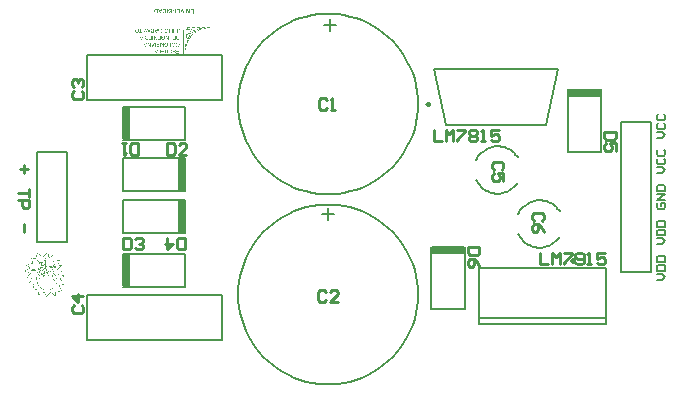
<source format=gto>
%FSTAX23Y23*%
%MOIN*%
%SFA1B1*%

%IPPOS*%
%ADD10C,0.007874*%
%ADD11C,0.009843*%
%ADD12C,0.005905*%
%ADD13C,0.010000*%
%ADD14R,0.110236X0.031496*%
%ADD15R,0.031496X0.110236*%
%LNps-1*%
%LPD*%
G36*
X00496Y-00008D02*
Y-00009D01*
X00496*
Y-00009*
Y-00009*
Y-0001*
X00496*
Y-0001*
Y-0001*
X00495*
Y-00011*
Y-00011*
Y-00011*
X00495*
Y-00012*
Y-00012*
Y-00012*
X00495*
Y-00013*
Y-00013*
X00494*
Y-00013*
Y-00014*
Y-00014*
X00494*
Y-00014*
Y-00015*
Y-00015*
X00494*
Y-00015*
Y-00016*
X00493*
Y-00016*
Y-00016*
Y-00017*
X00493*
Y-00017*
Y-00017*
Y-00018*
X00493*
Y-00018*
Y-00018*
X00492*
Y-00019*
Y-00019*
Y-00019*
X00492*
Y-0002*
Y-0002*
Y-0002*
X00492*
Y-00021*
Y-00021*
X00491*
Y-00021*
Y-00022*
Y-00022*
X00489*
Y-00022*
Y-00021*
X00488*
Y-00021*
Y-00021*
Y-0002*
X00488*
Y-0002*
Y-0002*
X00488*
Y-00019*
Y-00019*
Y-00019*
X00487*
Y-00018*
Y-00018*
X00487*
Y-00018*
Y-00017*
Y-00017*
X00487*
Y-00017*
Y-00016*
X00486*
Y-00016*
Y-00016*
Y-00015*
X00486*
Y-00015*
Y-00015*
X00486*
Y-00014*
Y-00014*
Y-00014*
X00485*
Y-00013*
Y-00013*
X00485*
Y-00013*
Y-00012*
Y-00012*
X00485*
Y-00012*
Y-00011*
X00485*
Y-00011*
Y-00011*
Y-0001*
X00484*
Y-0001*
Y-0001*
Y-00009*
X00484*
Y-00009*
Y-00009*
X00484*
Y-00008*
Y-00008*
X00486*
Y-00008*
Y-00009*
X00486*
Y-00009*
Y-00009*
X00486*
Y-0001*
Y-0001*
Y-0001*
X00487*
Y-00011*
Y-00011*
Y-00011*
X00487*
Y-00012*
X00487*
Y-00012*
X00493*
Y-00012*
X00493*
Y-00011*
Y-00011*
Y-00011*
X00493*
Y-0001*
Y-0001*
Y-0001*
X00494*
Y-00009*
Y-00009*
Y-00009*
X00494*
Y-00008*
Y-00008*
X00496*
Y-00008*
G37*
G36*
X00525Y-00008D02*
X00526D01*
Y-00008*
X00527*
Y-00009*
X00527*
Y-00009*
X00527*
Y-00009*
X00528*
Y-0001*
X00528*
Y-0001*
Y-0001*
X00528*
Y-00011*
Y-00011*
X00529*
Y-00011*
Y-00012*
Y-00012*
Y-00012*
X00528*
Y-00013*
X00527*
Y-00012*
Y-00012*
Y-00012*
X00526*
Y-00011*
Y-00011*
X00526*
Y-00011*
X00526*
Y-0001*
X00525*
Y-0001*
X00525*
Y-0001*
X00523*
Y-00009*
X00522*
Y-0001*
X00521*
Y-0001*
X0052*
Y-0001*
X0052*
Y-00011*
X0052*
Y-00011*
Y-00011*
Y-00012*
Y-00012*
Y-00012*
Y-00013*
X0052*
Y-00013*
X0052*
Y-00013*
X00521*
Y-00014*
X00522*
Y-00014*
X00523*
Y-00014*
X00525*
Y-00015*
X00526*
Y-00015*
X00526*
Y-00015*
X00527*
Y-00016*
X00527*
Y-00016*
X00528*
Y-00016*
Y-00017*
X00528*
Y-00017*
Y-00017*
Y-00018*
Y-00018*
Y-00018*
Y-00019*
Y-00019*
Y-00019*
Y-0002*
Y-0002*
X00528*
Y-0002*
X00527*
Y-00021*
Y-00021*
X00527*
Y-00021*
X00526*
Y-00022*
X00526*
Y-00022*
X00524*
Y-00022*
X00522*
Y-00022*
X00521*
Y-00022*
X0052*
Y-00021*
X00519*
Y-00021*
X00519*
Y-00021*
X00519*
Y-0002*
Y-0002*
X00518*
Y-0002*
X00518*
Y-00019*
Y-00019*
Y-00019*
Y-00018*
Y-00018*
X00519*
Y-00018*
X0052*
Y-00018*
X0052*
Y-00018*
Y-00019*
X0052*
Y-00019*
Y-00019*
X00521*
Y-0002*
X00521*
Y-0002*
X00522*
Y-0002*
X00524*
Y-0002*
X00525*
Y-0002*
X00526*
Y-00019*
X00526*
Y-00019*
Y-00019*
Y-00018*
Y-00018*
Y-00018*
X00526*
Y-00017*
X00525*
Y-00017*
X00525*
Y-00017*
X00524*
Y-00016*
X00522*
Y-00016*
X00521*
Y-00016*
X0052*
Y-00015*
X00519*
Y-00015*
X00519*
Y-00015*
X00518*
Y-00014*
X00518*
Y-00014*
Y-00014*
X00518*
Y-00013*
Y-00013*
X00517*
Y-00013*
Y-00012*
Y-00012*
Y-00012*
Y-00011*
Y-00011*
X00518*
Y-00011*
Y-0001*
Y-0001*
X00518*
Y-0001*
X00518*
Y-00009*
Y-00009*
X00519*
Y-00009*
X00519*
Y-00008*
X0052*
Y-00008*
X00521*
Y-00008*
X00525*
Y-00008*
G37*
G36*
X00542Y-00008D02*
Y-00009D01*
Y-00009*
Y-00009*
Y-0001*
Y-0001*
Y-0001*
Y-00011*
Y-00011*
Y-00011*
Y-00012*
Y-00012*
Y-00012*
Y-00013*
Y-00013*
Y-00013*
Y-00014*
Y-00014*
Y-00014*
Y-00015*
Y-00015*
Y-00015*
Y-00016*
Y-00016*
Y-00016*
Y-00017*
Y-00017*
Y-00017*
Y-00018*
Y-00018*
Y-00018*
Y-00019*
Y-00019*
Y-00019*
Y-0002*
Y-0002*
Y-0002*
Y-00021*
Y-00021*
Y-00021*
Y-00022*
Y-00022*
X00534*
Y-00022*
X00533*
Y-00021*
X00532*
Y-00021*
X00532*
Y-00021*
X00532*
Y-0002*
X00531*
Y-0002*
Y-0002*
Y-00019*
X00531*
Y-00019*
Y-00019*
Y-00018*
Y-00018*
Y-00018*
Y-00017*
Y-00017*
X00531*
Y-00017*
Y-00016*
Y-00016*
X00532*
Y-00016*
X00532*
Y-00015*
X00532*
Y-00015*
X00533*
Y-00015*
X00534*
Y-00014*
X00534*
Y-00014*
Y-00014*
X00534*
Y-00013*
X00533*
Y-00013*
X00533*
Y-00013*
Y-00012*
X00533*
Y-00012*
X00532*
Y-00012*
Y-00011*
X00532*
Y-00011*
X00532*
Y-00011*
Y-0001*
X00531*
Y-0001*
X00531*
Y-0001*
Y-00009*
X00531*
Y-00009*
X0053*
Y-00009*
Y-00008*
X0053*
Y-00008*
X00533*
Y-00008*
X00533*
Y-00009*
Y-00009*
X00533*
Y-00009*
X00534*
Y-0001*
Y-0001*
X00534*
Y-0001*
X00534*
Y-00011*
Y-00011*
X00534*
Y-00011*
X00535*
Y-00012*
Y-00012*
X00535*
Y-00012*
X00535*
Y-00013*
Y-00013*
X00536*
Y-00013*
X00536*
Y-00014*
X00537*
Y-00014*
X0054*
Y-00014*
Y-00013*
Y-00013*
Y-00013*
Y-00012*
Y-00012*
Y-00012*
Y-00011*
Y-00011*
Y-00011*
Y-0001*
Y-0001*
Y-0001*
Y-00009*
Y-00009*
Y-00009*
Y-00008*
Y-00008*
X00542*
Y-00008*
G37*
G36*
X00588D02*
Y-00009D01*
Y-00009*
Y-00009*
Y-0001*
Y-0001*
Y-0001*
Y-00011*
Y-00011*
Y-00011*
Y-00012*
Y-00012*
Y-00012*
Y-00013*
Y-00013*
Y-00013*
Y-00014*
Y-00014*
Y-00014*
Y-00015*
Y-00015*
Y-00015*
Y-00016*
Y-00016*
Y-00016*
Y-00017*
Y-00017*
Y-00017*
Y-00018*
Y-00018*
Y-00018*
Y-00019*
Y-00019*
Y-00019*
Y-0002*
Y-0002*
Y-0002*
Y-00021*
Y-00021*
Y-00021*
Y-00022*
Y-00022*
X00586*
Y-00022*
X00585*
Y-00021*
Y-00021*
X00585*
Y-00021*
Y-0002*
X00585*
Y-0002*
X00584*
Y-0002*
Y-00019*
X00584*
Y-00019*
X00584*
Y-00019*
Y-00018*
X00583*
Y-00018*
X00583*
Y-00018*
Y-00017*
X00583*
Y-00017*
Y-00017*
X00583*
Y-00016*
X00582*
Y-00016*
Y-00016*
X00582*
Y-00015*
X00582*
Y-00015*
Y-00015*
X00581*
Y-00014*
X00581*
Y-00014*
Y-00014*
X00581*
Y-00013*
X0058*
Y-00013*
Y-00013*
X0058*
Y-00012*
Y-00012*
X00579*
Y-00012*
Y-00013*
Y-00013*
Y-00013*
Y-00014*
Y-00014*
Y-00014*
Y-00015*
Y-00015*
Y-00015*
Y-00016*
Y-00016*
Y-00016*
Y-00017*
Y-00017*
Y-00017*
Y-00018*
Y-00018*
Y-00018*
Y-00019*
Y-00019*
Y-00019*
Y-0002*
Y-0002*
Y-0002*
Y-00021*
Y-00021*
Y-00021*
Y-00022*
Y-00022*
X00577*
Y-00022*
Y-00021*
Y-00021*
Y-00021*
Y-0002*
Y-0002*
Y-0002*
Y-00019*
Y-00019*
Y-00019*
Y-00018*
Y-00018*
Y-00018*
Y-00017*
Y-00017*
Y-00017*
Y-00016*
Y-00016*
Y-00016*
Y-00015*
Y-00015*
Y-00015*
Y-00014*
Y-00014*
Y-00014*
Y-00013*
Y-00013*
Y-00013*
Y-00012*
Y-00012*
Y-00012*
Y-00011*
Y-00011*
Y-00011*
Y-0001*
Y-0001*
Y-0001*
Y-00009*
Y-00009*
Y-00009*
Y-00008*
Y-00008*
X0058*
Y-00008*
X0058*
Y-00009*
Y-00009*
X0058*
Y-00009*
X00581*
Y-0001*
Y-0001*
X00581*
Y-0001*
Y-00011*
X00581*
Y-00011*
X00582*
Y-00011*
Y-00012*
X00582*
Y-00012*
X00582*
Y-00012*
Y-00013*
X00583*
Y-00013*
X00583*
Y-00013*
Y-00014*
X00583*
Y-00014*
X00583*
Y-00014*
Y-00015*
X00584*
Y-00015*
Y-00015*
X00584*
Y-00016*
X00584*
Y-00016*
Y-00016*
X00585*
Y-00017*
X00585*
Y-00017*
Y-00017*
X00585*
Y-00018*
X00586*
Y-00018*
X00586*
Y-00018*
Y-00017*
Y-00017*
Y-00017*
Y-00016*
Y-00016*
Y-00016*
Y-00015*
Y-00015*
Y-00015*
Y-00014*
Y-00014*
Y-00014*
Y-00013*
Y-00013*
Y-00013*
Y-00012*
Y-00012*
Y-00012*
Y-00011*
Y-00011*
Y-00011*
Y-0001*
Y-0001*
Y-0001*
Y-00009*
Y-00009*
Y-00009*
Y-00008*
Y-00008*
X00588*
Y-00008*
G37*
G36*
X00574D02*
Y-00009D01*
Y-00009*
Y-00009*
Y-0001*
Y-0001*
Y-0001*
Y-00011*
Y-00011*
Y-00011*
Y-00012*
Y-00012*
Y-00012*
Y-00013*
Y-00013*
Y-00013*
Y-00014*
Y-00014*
Y-00014*
Y-00015*
Y-00015*
Y-00015*
Y-00016*
Y-00016*
Y-00016*
Y-00017*
Y-00017*
Y-00017*
Y-00018*
Y-00018*
Y-00018*
Y-00019*
Y-00019*
Y-00019*
Y-0002*
Y-0002*
Y-0002*
Y-00021*
Y-00021*
Y-00021*
Y-00022*
Y-00022*
X00572*
Y-00022*
Y-00021*
Y-00021*
Y-00021*
Y-0002*
Y-0002*
Y-0002*
Y-00019*
Y-00019*
Y-00019*
Y-00018*
Y-00018*
Y-00018*
Y-00017*
Y-00017*
Y-00017*
Y-00016*
Y-00016*
Y-00016*
Y-00015*
Y-00015*
Y-00015*
Y-00014*
Y-00014*
Y-00014*
Y-00013*
Y-00013*
Y-00013*
Y-00012*
Y-00012*
Y-00012*
Y-00011*
Y-00011*
Y-00011*
Y-0001*
Y-0001*
Y-0001*
Y-00009*
Y-00009*
Y-00009*
Y-00008*
Y-00008*
X00574*
Y-00008*
G37*
G36*
X00565D02*
Y-00009D01*
Y-00009*
X00565*
Y-00009*
Y-0001*
Y-0001*
X00565*
Y-0001*
Y-00011*
Y-00011*
X00566*
Y-00011*
Y-00012*
X00566*
Y-00012*
Y-00012*
Y-00013*
X00566*
Y-00013*
Y-00013*
X00567*
Y-00014*
Y-00014*
Y-00014*
X00567*
Y-00015*
Y-00015*
Y-00015*
X00567*
Y-00016*
Y-00016*
X00568*
Y-00016*
Y-00017*
Y-00017*
X00568*
Y-00017*
Y-00018*
Y-00018*
X00568*
Y-00018*
Y-00019*
Y-00019*
X00569*
Y-00019*
Y-0002*
X00569*
Y-0002*
Y-0002*
Y-00021*
X00569*
Y-00021*
Y-00021*
Y-00022*
X0057*
Y-00022*
X00567*
Y-00022*
X00567*
Y-00021*
Y-00021*
Y-00021*
X00567*
Y-0002*
Y-0002*
Y-0002*
X00566*
Y-00019*
Y-00019*
X00566*
Y-00019*
Y-00018*
Y-00018*
X00566*
Y-00018*
Y-00017*
Y-00017*
X00565*
Y-00017*
Y-00016*
Y-00016*
X00565*
Y-00016*
Y-00015*
Y-00015*
X00565*
Y-00015*
Y-00014*
Y-00014*
X00564*
Y-00014*
Y-00013*
Y-00013*
X00564*
Y-00013*
Y-00012*
Y-00012*
X00564*
Y-00012*
Y-00011*
Y-00011*
X00563*
Y-00011*
X00563*
Y-00011*
Y-00011*
X00563*
Y-00012*
Y-00012*
Y-00012*
X00562*
Y-00013*
Y-00013*
Y-00013*
X00562*
Y-00014*
Y-00014*
X00562*
Y-00014*
Y-00015*
Y-00015*
X00561*
Y-00015*
Y-00016*
Y-00016*
X00561*
Y-00016*
Y-00017*
X00561*
Y-00017*
Y-00017*
Y-00018*
X0056*
Y-00018*
Y-00018*
Y-00019*
X0056*
Y-00019*
Y-00019*
Y-0002*
X0056*
Y-0002*
Y-0002*
X00559*
Y-00021*
Y-00021*
Y-00021*
X00559*
Y-00022*
Y-00022*
X00557*
Y-00022*
Y-00021*
Y-00021*
Y-00021*
X00558*
Y-0002*
Y-0002*
X00558*
Y-0002*
Y-00019*
Y-00019*
X00558*
Y-00019*
Y-00018*
Y-00018*
X00559*
Y-00018*
Y-00017*
X00559*
Y-00017*
Y-00017*
Y-00016*
X00559*
Y-00016*
Y-00016*
X00559*
Y-00015*
Y-00015*
Y-00015*
X0056*
Y-00014*
Y-00014*
Y-00014*
X0056*
Y-00013*
Y-00013*
Y-00013*
X0056*
Y-00012*
Y-00012*
X00561*
Y-00012*
Y-00011*
Y-00011*
X00561*
Y-00011*
Y-0001*
X00561*
Y-0001*
Y-0001*
Y-00009*
X00562*
Y-00009*
Y-00009*
X00562*
Y-00008*
Y-00008*
X00565*
Y-00008*
G37*
G36*
X00555D02*
Y-00009D01*
Y-00009*
Y-00009*
Y-0001*
Y-0001*
Y-0001*
Y-00011*
Y-00011*
Y-00011*
Y-00012*
Y-00012*
Y-00012*
Y-00013*
Y-00013*
Y-00013*
Y-00014*
Y-00014*
Y-00014*
Y-00015*
Y-00015*
Y-00015*
Y-00016*
Y-00016*
Y-00016*
Y-00017*
Y-00017*
Y-00017*
Y-00018*
Y-00018*
Y-00018*
Y-00019*
Y-00019*
Y-00019*
Y-0002*
Y-0002*
Y-0002*
Y-00021*
Y-00021*
Y-00021*
Y-00022*
Y-00022*
X00545*
Y-00022*
Y-00021*
Y-00021*
Y-00021*
Y-0002*
Y-0002*
X00553*
Y-0002*
Y-00019*
Y-00019*
Y-00019*
Y-00018*
Y-00018*
Y-00018*
Y-00017*
Y-00017*
Y-00017*
Y-00016*
X00546*
Y-00016*
X00545*
Y-00016*
Y-00015*
Y-00015*
Y-00015*
Y-00014*
X00546*
Y-00014*
X00553*
Y-00014*
Y-00013*
Y-00013*
Y-00013*
Y-00012*
Y-00012*
Y-00012*
Y-00011*
Y-00011*
Y-00011*
Y-0001*
Y-0001*
X00545*
Y-0001*
X00545*
Y-00009*
Y-00009*
Y-00009*
Y-00008*
Y-00008*
X00555*
Y-00008*
G37*
G36*
X00515D02*
Y-00009D01*
Y-00009*
Y-00009*
Y-0001*
Y-0001*
Y-0001*
Y-00011*
Y-00011*
Y-00011*
Y-00012*
Y-00012*
Y-00012*
Y-00013*
Y-00013*
Y-00013*
Y-00014*
Y-00014*
Y-00014*
Y-00015*
Y-00015*
Y-00015*
Y-00016*
Y-00016*
Y-00016*
Y-00017*
Y-00017*
Y-00017*
Y-00018*
Y-00018*
Y-00018*
Y-00019*
Y-00019*
Y-00019*
Y-0002*
Y-0002*
Y-0002*
Y-00021*
Y-00021*
Y-00021*
Y-00022*
Y-00022*
X00513*
Y-00022*
X00512*
Y-00021*
Y-00021*
Y-00021*
Y-0002*
Y-0002*
Y-0002*
Y-00019*
Y-00019*
Y-00019*
Y-00018*
Y-00018*
Y-00018*
Y-00017*
Y-00017*
Y-00017*
Y-00016*
Y-00016*
Y-00016*
Y-00015*
Y-00015*
Y-00015*
Y-00014*
Y-00014*
Y-00014*
Y-00013*
Y-00013*
Y-00013*
Y-00012*
Y-00012*
Y-00012*
Y-00011*
Y-00011*
Y-00011*
Y-0001*
Y-0001*
Y-0001*
Y-00009*
Y-00009*
Y-00009*
Y-00008*
Y-00008*
X00515*
Y-00008*
G37*
G36*
X00509D02*
Y-00009D01*
Y-00009*
Y-00009*
Y-0001*
Y-0001*
Y-0001*
Y-00011*
Y-00011*
Y-00011*
Y-00012*
Y-00012*
Y-00012*
Y-00013*
Y-00013*
Y-00013*
Y-00014*
Y-00014*
Y-00014*
Y-00015*
Y-00015*
Y-00015*
Y-00016*
Y-00016*
Y-00016*
Y-00017*
Y-00017*
Y-00017*
Y-00018*
Y-00018*
Y-00018*
Y-00019*
Y-00019*
Y-00019*
Y-0002*
Y-0002*
Y-0002*
Y-00021*
Y-00021*
Y-00021*
Y-00022*
Y-00022*
X00502*
Y-00022*
X00501*
Y-00021*
X005*
Y-00021*
X005*
Y-00021*
X00499*
Y-0002*
X00499*
Y-0002*
Y-0002*
X00499*
Y-00019*
X00498*
Y-00019*
Y-00019*
X00498*
Y-00018*
Y-00018*
Y-00018*
X00498*
Y-00017*
Y-00017*
Y-00017*
Y-00016*
Y-00016*
Y-00016*
Y-00015*
Y-00015*
Y-00015*
Y-00014*
Y-00014*
Y-00014*
Y-00013*
Y-00013*
Y-00013*
Y-00012*
X00498*
Y-00012*
Y-00012*
Y-00011*
X00498*
Y-00011*
Y-00011*
X00499*
Y-0001*
Y-0001*
X00499*
Y-0001*
X00499*
Y-00009*
X005*
Y-00009*
X005*
Y-00009*
X00501*
Y-00008*
X00502*
Y-00008*
X00509*
Y-00008*
G37*
G36*
X00482D02*
Y-00009D01*
Y-00009*
Y-00009*
Y-0001*
Y-0001*
Y-0001*
Y-00011*
Y-00011*
Y-00011*
Y-00012*
Y-00012*
Y-00012*
Y-00013*
Y-00013*
Y-00013*
Y-00014*
Y-00014*
Y-00014*
Y-00015*
Y-00015*
Y-00015*
Y-00016*
Y-00016*
Y-00016*
Y-00017*
Y-00017*
Y-00017*
Y-00018*
Y-00018*
Y-00018*
Y-00019*
Y-00019*
Y-00019*
Y-0002*
Y-0002*
Y-0002*
Y-00021*
Y-00021*
Y-00021*
Y-00022*
Y-00022*
X00475*
Y-00022*
X00474*
Y-00021*
X00473*
Y-00021*
X00472*
Y-00021*
X00472*
Y-0002*
X00472*
Y-0002*
X00471*
Y-0002*
X00471*
Y-00019*
Y-00019*
X00471*
Y-00019*
Y-00018*
X0047*
Y-00018*
Y-00018*
Y-00017*
Y-00017*
X0047*
Y-00017*
Y-00016*
Y-00016*
Y-00016*
Y-00015*
Y-00015*
Y-00015*
Y-00014*
Y-00014*
Y-00014*
Y-00013*
Y-00013*
X0047*
Y-00013*
Y-00012*
Y-00012*
Y-00012*
X00471*
Y-00011*
Y-00011*
X00471*
Y-00011*
Y-0001*
X00471*
Y-0001*
X00472*
Y-0001*
Y-00009*
X00472*
Y-00009*
X00473*
Y-00009*
X00473*
Y-00008*
X00474*
Y-00008*
X00482*
Y-00008*
G37*
G36*
X00598Y-00008D02*
X00599D01*
Y-00008*
X006*
Y-00009*
X006*
Y-00009*
X00601*
Y-00009*
X00601*
Y-0001*
X00601*
Y-0001*
Y-0001*
X00602*
Y-00011*
Y-00011*
Y-00011*
X00602*
Y-00012*
Y-00012*
Y-00012*
Y-00013*
Y-00013*
Y-00013*
Y-00014*
Y-00014*
Y-00014*
Y-00015*
Y-00015*
Y-00015*
Y-00016*
Y-00016*
Y-00016*
Y-00017*
Y-00017*
Y-00017*
Y-00018*
Y-00018*
Y-00018*
Y-00019*
Y-00019*
Y-00019*
Y-0002*
Y-0002*
Y-0002*
Y-00021*
Y-00021*
Y-00021*
Y-00022*
Y-00022*
Y-00022*
Y-00023*
Y-00023*
Y-00023*
X006*
Y-00023*
Y-00023*
Y-00022*
Y-00022*
Y-00022*
Y-00021*
Y-00021*
Y-00021*
Y-0002*
Y-0002*
Y-0002*
Y-00019*
Y-00019*
Y-00019*
Y-00018*
Y-00018*
Y-00018*
Y-00017*
Y-00017*
Y-00017*
Y-00016*
Y-00016*
Y-00016*
Y-00015*
Y-00015*
Y-00015*
Y-00014*
Y-00014*
Y-00014*
Y-00013*
Y-00013*
X006*
Y-00013*
Y-00012*
Y-00012*
Y-00012*
Y-00011*
X006*
Y-00011*
Y-00011*
X00599*
Y-0001*
X00599*
Y-0001*
X00598*
Y-0001*
X00597*
Y-00009*
X00596*
Y-0001*
X00595*
Y-0001*
X00594*
Y-0001*
X00594*
Y-00011*
X00593*
Y-00011*
Y-00011*
X00593*
Y-00012*
Y-00012*
Y-00012*
Y-00013*
X00593*
Y-00013*
Y-00013*
Y-00014*
Y-00014*
Y-00014*
Y-00015*
Y-00015*
Y-00015*
Y-00016*
Y-00016*
Y-00016*
Y-00017*
Y-00017*
Y-00017*
Y-00018*
Y-00018*
Y-00018*
Y-00019*
Y-00019*
Y-00019*
Y-0002*
Y-0002*
Y-0002*
Y-00021*
Y-00021*
Y-00021*
Y-00022*
Y-00022*
Y-00022*
Y-00023*
Y-00023*
Y-00023*
X00591*
Y-00023*
X00591*
Y-00023*
Y-00022*
Y-00022*
Y-00022*
Y-00021*
Y-00021*
Y-00021*
Y-0002*
Y-0002*
Y-0002*
Y-00019*
Y-00019*
Y-00019*
Y-00018*
Y-00018*
Y-00018*
Y-00017*
Y-00017*
Y-00017*
Y-00016*
Y-00016*
Y-00016*
Y-00015*
Y-00015*
Y-00015*
Y-00014*
Y-00014*
Y-00014*
Y-00013*
Y-00013*
X00591*
Y-00013*
Y-00012*
Y-00012*
Y-00012*
Y-00011*
Y-00011*
X00591*
Y-00011*
Y-0001*
Y-0001*
X00592*
Y-0001*
X00592*
Y-00009*
X00592*
Y-00009*
X00593*
Y-00009*
X00593*
Y-00008*
X00594*
Y-00008*
X00595*
Y-00008*
X00598*
Y-00008*
G37*
G36*
X00666Y-00044D02*
X00667D01*
Y-00044*
Y-00044*
X00666*
Y-00045*
X00406*
Y-00044*
X00406*
Y-00044*
Y-00044*
Y-00043*
X00666*
Y-00044*
G37*
G36*
X00665Y-00065D02*
Y-00065D01*
Y-00066*
X00562*
Y-00065*
X00562*
Y-00065*
Y-00065*
X00665*
Y-00065*
G37*
G36*
X00657Y-00069D02*
X00657D01*
Y-00069*
X00657*
Y-0007*
X00656*
Y-0007*
X00654*
Y-0007*
X00652*
Y-00071*
X0065*
Y-00071*
X00648*
Y-00071*
X00647*
Y-00072*
X00645*
Y-00072*
X00643*
Y-00072*
X00642*
Y-00073*
X00641*
Y-00073*
X00639*
Y-00073*
X00637*
Y-00074*
X00636*
Y-00074*
X00635*
Y-00074*
X00634*
Y-00075*
X00633*
Y-00075*
X00632*
Y-00075*
X00631*
Y-00075*
X0063*
Y-00076*
X00629*
Y-00076*
X00628*
Y-00076*
X00627*
Y-00077*
X00626*
Y-00077*
X00625*
Y-00077*
X00624*
Y-00078*
X00623*
Y-00078*
X00622*
Y-00078*
X00622*
Y-00079*
X00621*
Y-00079*
X0062*
Y-00079*
X00619*
Y-0008*
X00619*
Y-0008*
X00618*
Y-0008*
X00618*
Y-00081*
X00617*
Y-00081*
X00616*
Y-00081*
X00615*
Y-00082*
X00615*
Y-00082*
X00614*
Y-00082*
X00614*
Y-00083*
X00613*
Y-00083*
X00613*
Y-00083*
X00612*
Y-00084*
X00611*
Y-00084*
X00611*
Y-00084*
X00611*
Y-00085*
X0061*
Y-00085*
X0061*
Y-00085*
X00609*
Y-00086*
X00609*
Y-00086*
X00608*
Y-00086*
X00608*
Y-00087*
X00608*
Y-00087*
X00607*
Y-00087*
X00607*
Y-00088*
X00606*
Y-00088*
X00606*
Y-00088*
X00605*
Y-00089*
X00605*
Y-00089*
X00604*
Y-00089*
X00604*
Y-0009*
X00604*
Y-0009*
X00603*
Y-0009*
X00603*
Y-00091*
X00602*
Y-00091*
X00602*
Y-00091*
X00601*
Y-00092*
X00601*
Y-00092*
X00601*
Y-00092*
X006*
Y-00093*
X006*
Y-00093*
X00599*
Y-00093*
X00599*
Y-00094*
X00599*
Y-00094*
X00598*
Y-00094*
X00598*
Y-00095*
X00598*
Y-00095*
X00597*
Y-00095*
X00597*
Y-00096*
X00597*
Y-00096*
X00596*
Y-00096*
X00596*
Y-00097*
X00596*
Y-00097*
X00595*
Y-00097*
Y-00098*
X00595*
Y-00098*
X00595*
Y-00098*
X00594*
Y-00099*
X00594*
Y-00099*
X00594*
Y-00099*
X00593*
Y-00099*
Y-001*
X00593*
Y-001*
X00593*
Y-001*
X00592*
Y-00101*
Y-00101*
X00592*
Y-00101*
X00592*
Y-00102*
Y-00102*
X00591*
Y-00102*
X00591*
Y-00103*
Y-00103*
X00591*
Y-00103*
X0059*
Y-00104*
Y-00104*
X0059*
Y-00104*
X0059*
Y-00105*
X00589*
Y-00105*
Y-00105*
X00589*
Y-00106*
X00589*
Y-00106*
Y-00106*
X00588*
Y-00107*
X00588*
Y-00107*
X00588*
Y-00107*
Y-00108*
X00587*
Y-00108*
X00587*
Y-00108*
X00587*
Y-00109*
X00586*
Y-00109*
Y-00109*
X00586*
Y-0011*
Y-0011*
X00586*
Y-0011*
Y-00111*
X00585*
Y-00111*
Y-00111*
X00585*
Y-00112*
Y-00112*
X00585*
Y-00112*
Y-00113*
X00584*
Y-00113*
Y-00113*
X00584*
Y-00114*
Y-00114*
X00584*
Y-00114*
Y-00115*
X00583*
Y-00115*
Y-00115*
X00583*
Y-00116*
Y-00116*
X00583*
Y-00116*
Y-00117*
X00583*
Y-00117*
Y-00117*
X00582*
Y-00118*
Y-00118*
X00582*
Y-00118*
Y-00119*
Y-00119*
X00582*
Y-00119*
Y-0012*
X00581*
Y-0012*
Y-0012*
X00581*
Y-00121*
Y-00121*
Y-00121*
X00581*
Y-00122*
Y-00122*
X0058*
Y-00122*
Y-00123*
Y-00123*
X0058*
Y-00123*
Y-00124*
Y-00124*
X0058*
Y-00124*
Y-00124*
Y-00125*
Y-00125*
X00579*
Y-00125*
Y-00126*
Y-00126*
X00579*
Y-00126*
Y-00127*
Y-00127*
X00579*
Y-00127*
Y-00128*
Y-00128*
X00578*
Y-00128*
Y-00129*
Y-00129*
X00578*
Y-00129*
Y-0013*
Y-0013*
X00578*
Y-0013*
Y-00131*
Y-00131*
X00577*
Y-00131*
Y-00132*
Y-00132*
X00577*
Y-00132*
Y-00133*
Y-00133*
X00577*
Y-00133*
Y-00134*
Y-00134*
Y-00134*
X00576*
Y-00135*
Y-00135*
Y-00135*
Y-00136*
X00576*
Y-00136*
Y-00136*
Y-00137*
Y-00137*
Y-00137*
X00576*
Y-00138*
Y-00138*
Y-00138*
Y-00139*
X00575*
Y-00139*
Y-00139*
Y-0014*
Y-0014*
Y-0014*
X00575*
Y-00141*
Y-00141*
Y-00141*
Y-00142*
Y-00142*
X00575*
Y-00142*
Y-00143*
Y-00143*
Y-00143*
Y-00144*
Y-00144*
X00574*
Y-00144*
Y-00145*
Y-00145*
Y-00145*
X00574*
Y-00146*
Y-00146*
Y-00146*
Y-00147*
Y-00147*
X00574*
Y-00147*
Y-00148*
Y-00148*
Y-00148*
Y-00148*
X00573*
Y-00149*
Y-00149*
Y-00149*
Y-0015*
Y-0015*
Y-0015*
X00573*
Y-00151*
Y-00151*
Y-00151*
Y-00152*
Y-00152*
Y-00152*
Y-00153*
X00573*
Y-00153*
Y-00153*
Y-00154*
Y-00154*
Y-00154*
Y-00155*
X00572*
Y-00155*
Y-00155*
X00572*
Y-00156*
X00572*
Y-00155*
X00571*
Y-00155*
Y-00155*
Y-00154*
Y-00154*
Y-00154*
Y-00153*
Y-00153*
Y-00153*
Y-00152*
Y-00152*
Y-00152*
Y-00151*
Y-00151*
Y-00151*
Y-0015*
Y-0015*
Y-0015*
Y-00149*
Y-00149*
Y-00149*
Y-00148*
Y-00148*
Y-00148*
Y-00148*
Y-00147*
Y-00147*
Y-00147*
Y-00146*
Y-00146*
X00572*
Y-00146*
Y-00145*
Y-00145*
X00572*
Y-00145*
Y-00144*
Y-00144*
X00572*
Y-00144*
Y-00143*
Y-00143*
X00573*
Y-00143*
Y-00142*
Y-00142*
Y-00142*
Y-00141*
Y-00141*
Y-00141*
X00573*
Y-0014*
Y-0014*
Y-0014*
Y-00139*
Y-00139*
Y-00139*
Y-00138*
Y-00138*
Y-00138*
Y-00137*
Y-00137*
X00573*
Y-00137*
X00572*
Y-00138*
Y-00138*
X00572*
Y-00138*
Y-00137*
Y-00137*
X00571*
Y-00137*
Y-00136*
Y-00136*
Y-00136*
Y-00135*
Y-00135*
Y-00135*
Y-00134*
Y-00134*
Y-00134*
Y-00133*
Y-00133*
Y-00133*
Y-00132*
Y-00132*
Y-00132*
Y-00131*
Y-00131*
Y-00131*
Y-0013*
Y-0013*
Y-0013*
Y-00129*
Y-00129*
Y-00129*
X00572*
Y-00128*
X00572*
Y-00128*
Y-00128*
X00572*
Y-00127*
X00573*
Y-00127*
Y-00127*
X00573*
Y-00126*
X00573*
Y-00126*
X00574*
Y-00126*
Y-00125*
X00574*
Y-00125*
X00574*
Y-00125*
Y-00124*
Y-00124*
Y-00124*
Y-00124*
X00575*
Y-00123*
Y-00123*
Y-00123*
Y-00122*
Y-00122*
Y-00122*
Y-00121*
Y-00121*
Y-00121*
Y-0012*
X00575*
Y-0012*
Y-0012*
Y-00119*
Y-00119*
Y-00119*
Y-00118*
X00575*
Y-00119*
X00574*
Y-00119*
X00574*
Y-00119*
X00573*
Y-0012*
X00573*
Y-0012*
Y-0012*
X00573*
Y-00121*
X00572*
Y-00121*
X00571*
Y-00121*
Y-0012*
Y-0012*
Y-0012*
Y-00119*
Y-00119*
Y-00119*
Y-00118*
Y-00118*
Y-00118*
Y-00117*
Y-00117*
Y-00117*
Y-00116*
Y-00116*
Y-00116*
Y-00115*
Y-00115*
Y-00115*
Y-00114*
Y-00114*
Y-00114*
Y-00113*
Y-00113*
Y-00113*
Y-00112*
Y-00112*
X00572*
Y-00112*
Y-00111*
X00572*
Y-00111*
X00573*
Y-00111*
X00573*
Y-0011*
X00574*
Y-0011*
X00574*
Y-0011*
X00575*
Y-00109*
X00575*
Y-00109*
X00575*
Y-00109*
X00576*
Y-00108*
X00576*
Y-00108*
Y-00108*
Y-00107*
Y-00107*
Y-00107*
Y-00106*
X00576*
Y-00106*
Y-00106*
Y-00105*
Y-00105*
Y-00105*
Y-00104*
Y-00104*
Y-00104*
Y-00103*
Y-00103*
X00577*
Y-00103*
Y-00102*
Y-00102*
Y-00102*
X00576*
Y-00102*
X00575*
Y-00102*
X00574*
Y-00103*
X00574*
Y-00103*
X00573*
Y-00103*
X00573*
Y-00104*
X00572*
Y-00104*
X00572*
Y-00104*
X00571*
Y-00103*
Y-00103*
Y-00103*
Y-00102*
Y-00102*
Y-00102*
Y-00101*
Y-00101*
Y-00101*
Y-001*
Y-001*
Y-001*
Y-00099*
Y-00099*
Y-00099*
Y-00099*
Y-00098*
Y-00098*
Y-00098*
Y-00097*
Y-00097*
Y-00097*
Y-00096*
Y-00096*
Y-00096*
Y-00095*
Y-00095*
Y-00095*
X00572*
Y-00094*
X00573*
Y-00094*
X00574*
Y-00094*
X00575*
Y-00093*
X00576*
Y-00093*
X00576*
Y-00093*
X00577*
Y-00092*
X00578*
Y-00092*
Y-00092*
Y-00091*
Y-00091*
Y-00091*
Y-0009*
Y-0009*
Y-0009*
X00578*
Y-00089*
Y-00089*
Y-00089*
Y-00088*
Y-00088*
Y-00088*
Y-00087*
Y-00087*
Y-00087*
Y-00086*
X00578*
Y-00086*
Y-00086*
X00578*
Y-00085*
X00577*
Y-00086*
X00575*
Y-00086*
X00574*
Y-00086*
X00572*
Y-00087*
X00572*
Y-00086*
X00571*
Y-00086*
Y-00086*
Y-00085*
Y-00085*
Y-00085*
Y-00084*
Y-00084*
Y-00084*
Y-00083*
Y-00083*
Y-00083*
Y-00082*
Y-00082*
Y-00082*
Y-00081*
Y-00081*
Y-00081*
Y-0008*
Y-0008*
Y-0008*
Y-00079*
Y-00079*
Y-00079*
Y-00078*
Y-00078*
Y-00078*
Y-00077*
X00572*
Y-00077*
X00573*
Y-00077*
X00576*
Y-00076*
X00579*
Y-00076*
X00579*
Y-00076*
Y-00075*
Y-00075*
Y-00075*
Y-00075*
Y-00074*
Y-00074*
Y-00074*
Y-00073*
Y-00073*
X0058*
Y-00073*
Y-00072*
Y-00072*
Y-00072*
Y-00071*
Y-00071*
Y-00071*
Y-0007*
Y-0007*
Y-0007*
Y-00069*
X0058*
Y-00069*
Y-00069*
X00589*
Y-00069*
Y-00069*
Y-0007*
Y-0007*
X00589*
Y-0007*
Y-00071*
Y-00071*
Y-00071*
X00588*
Y-00072*
Y-00072*
Y-00072*
Y-00073*
X00588*
Y-00073*
Y-00073*
Y-00074*
Y-00074*
Y-00074*
Y-00075*
X00588*
Y-00075*
Y-00075*
X00588*
Y-00075*
X00589*
Y-00075*
X00592*
Y-00075*
X00594*
Y-00075*
X00595*
Y-00074*
X00595*
Y-00074*
Y-00074*
Y-00073*
X00595*
Y-00073*
Y-00073*
Y-00072*
X00596*
Y-00072*
Y-00072*
Y-00071*
Y-00071*
X00596*
Y-00071*
Y-0007*
Y-0007*
X00596*
Y-0007*
Y-00069*
Y-00069*
X00597*
Y-00069*
X00606*
Y-00069*
Y-00069*
Y-0007*
X00606*
Y-0007*
Y-0007*
X00605*
Y-00071*
X00605*
Y-00071*
Y-00071*
X00605*
Y-00072*
Y-00072*
Y-00072*
X00604*
Y-00073*
X00604*
Y-00073*
Y-00073*
Y-00074*
X00604*
Y-00074*
X00605*
Y-00074*
X00608*
Y-00073*
X0061*
Y-00073*
X00611*
Y-00073*
X00611*
Y-00072*
X00611*
Y-00072*
Y-00072*
X00612*
Y-00071*
X00612*
Y-00071*
Y-00071*
X00612*
Y-0007*
X00613*
Y-0007*
X00613*
Y-0007*
Y-00069*
X00613*
Y-00069*
X00614*
Y-00069*
X00623*
Y-00069*
Y-00069*
X00623*
Y-0007*
X00622*
Y-0007*
X00622*
Y-0007*
X00622*
Y-00071*
X00621*
Y-00071*
X00621*
Y-00071*
X00621*
Y-00072*
X0062*
Y-00072*
X00621*
Y-00072*
X00621*
Y-00072*
X00625*
Y-00072*
X00627*
Y-00071*
X00627*
Y-00071*
X00628*
Y-00071*
X00628*
Y-0007*
X00629*
Y-0007*
X00629*
Y-0007*
X0063*
Y-00069*
X0063*
Y-00069*
X00631*
Y-00069*
X0064*
Y-00069*
X0064*
Y-00069*
X0064*
Y-0007*
X00639*
Y-0007*
X00638*
Y-0007*
X0064*
Y-0007*
X00644*
Y-0007*
X00645*
Y-00069*
X00646*
Y-00069*
X00647*
Y-00069*
X00657*
Y-00069*
G37*
G36*
X00483Y-00075D02*
Y-00075D01*
X00482*
Y-00075*
Y-00076*
X00482*
Y-00076*
Y-00076*
Y-00077*
X00482*
Y-00077*
Y-00077*
X00481*
Y-00078*
Y-00078*
Y-00078*
X00481*
Y-00079*
Y-00079*
Y-00079*
X00481*
Y-0008*
Y-0008*
X0048*
Y-0008*
Y-00081*
Y-00081*
X0048*
Y-00081*
Y-00082*
Y-00082*
X0048*
Y-00082*
Y-00083*
Y-00083*
X00479*
Y-00083*
Y-00084*
X00479*
Y-00084*
Y-00084*
Y-00085*
X00479*
Y-00085*
Y-00085*
X00478*
Y-00086*
Y-00086*
Y-00086*
X00478*
Y-00087*
Y-00087*
X00478*
Y-00087*
X00476*
Y-00087*
Y-00087*
X00475*
Y-00086*
Y-00086*
Y-00086*
X00475*
Y-00085*
Y-00085*
X00475*
Y-00085*
Y-00084*
Y-00084*
X00474*
Y-00084*
Y-00083*
X00474*
Y-00083*
Y-00083*
Y-00082*
X00474*
Y-00082*
Y-00082*
X00473*
Y-00081*
Y-00081*
Y-00081*
X00473*
Y-0008*
Y-0008*
X00473*
Y-0008*
Y-00079*
Y-00079*
X00472*
Y-00079*
Y-00078*
X00472*
Y-00078*
Y-00078*
Y-00077*
X00472*
Y-00077*
Y-00077*
X00471*
Y-00076*
Y-00076*
X00471*
Y-00076*
Y-00075*
Y-00075*
X00471*
Y-00075*
Y-00075*
X00473*
Y-00075*
Y-00075*
X00473*
Y-00075*
Y-00076*
Y-00076*
X00473*
Y-00076*
Y-00077*
X00474*
Y-00077*
Y-00077*
Y-00078*
X00474*
Y-00078*
X00474*
Y-00078*
X00479*
Y-00078*
X0048*
Y-00078*
Y-00077*
Y-00077*
X0048*
Y-00077*
Y-00076*
Y-00076*
X0048*
Y-00076*
Y-00075*
X00481*
Y-00075*
Y-00075*
Y-00075*
X00483*
Y-00075*
G37*
G36*
X00458D02*
Y-00075D01*
Y-00075*
X00457*
Y-00076*
Y-00076*
Y-00076*
X00457*
Y-00077*
Y-00077*
X00457*
Y-00077*
Y-00078*
Y-00078*
X00456*
Y-00078*
Y-00079*
Y-00079*
X00456*
Y-00079*
Y-0008*
X00456*
Y-0008*
Y-0008*
Y-00081*
X00455*
Y-00081*
Y-00081*
Y-00082*
X00455*
Y-00082*
Y-00082*
X00455*
Y-00083*
Y-00083*
Y-00083*
X00454*
Y-00084*
Y-00084*
X00454*
Y-00084*
Y-00085*
Y-00085*
X00454*
Y-00085*
Y-00086*
Y-00086*
X00453*
Y-00086*
Y-00087*
X00453*
Y-00087*
Y-00087*
X00451*
Y-00087*
X00451*
Y-00087*
Y-00086*
Y-00086*
X0045*
Y-00086*
Y-00085*
X0045*
Y-00085*
Y-00085*
Y-00084*
X0045*
Y-00084*
Y-00084*
X00449*
Y-00083*
Y-00083*
Y-00083*
X00449*
Y-00082*
Y-00082*
X00449*
Y-00082*
Y-00081*
X00448*
Y-00081*
Y-00081*
Y-0008*
X00448*
Y-0008*
Y-0008*
Y-00079*
X00448*
Y-00079*
Y-00079*
X00447*
Y-00078*
Y-00078*
Y-00078*
X00447*
Y-00077*
Y-00077*
X00447*
Y-00077*
Y-00076*
Y-00076*
X00446*
Y-00076*
Y-00075*
X00446*
Y-00075*
Y-00075*
Y-00075*
X00448*
Y-00075*
X00448*
Y-00075*
Y-00075*
X00448*
Y-00076*
Y-00076*
Y-00076*
X00449*
Y-00077*
Y-00077*
Y-00077*
X00449*
Y-00078*
Y-00078*
X00449*
Y-00078*
X00454*
Y-00078*
X00455*
Y-00078*
X00455*
Y-00077*
Y-00077*
Y-00077*
X00455*
Y-00076*
Y-00076*
Y-00076*
X00456*
Y-00075*
Y-00075*
Y-00075*
X00456*
Y-00075*
X00458*
Y-00075*
G37*
G36*
X00552Y-00075D02*
X00553D01*
Y-00075*
X00554*
Y-00075*
X00554*
Y-00075*
X00554*
Y-00076*
X00555*
Y-00076*
Y-00076*
X00555*
Y-00077*
Y-00077*
Y-00077*
Y-00078*
Y-00078*
Y-00078*
X00555*
Y-00079*
X00553*
Y-00078*
Y-00078*
Y-00078*
Y-00077*
X00553*
Y-00077*
Y-00077*
X00553*
Y-00076*
X00552*
Y-00076*
X00552*
Y-00076*
X00551*
Y-00076*
X0055*
Y-00076*
X0055*
Y-00077*
X00549*
Y-00077*
Y-00077*
X00549*
Y-00078*
Y-00078*
Y-00078*
Y-00079*
Y-00079*
Y-00079*
Y-0008*
Y-0008*
Y-0008*
Y-00081*
Y-00081*
Y-00081*
Y-00082*
Y-00082*
Y-00082*
Y-00083*
Y-00083*
Y-00083*
Y-00084*
Y-00084*
Y-00084*
Y-00085*
Y-00085*
Y-00085*
Y-00086*
Y-00086*
Y-00086*
Y-00087*
Y-00087*
Y-00087*
Y-00088*
Y-00088*
Y-00088*
Y-00089*
Y-00089*
X00547*
Y-00089*
Y-00088*
Y-00088*
Y-00088*
Y-00087*
Y-00087*
Y-00087*
Y-00086*
Y-00086*
Y-00086*
Y-00085*
Y-00085*
Y-00085*
Y-00084*
Y-00084*
Y-00084*
Y-00083*
Y-00083*
Y-00083*
Y-00082*
Y-00082*
Y-00082*
Y-00081*
Y-00081*
Y-00081*
Y-0008*
Y-0008*
Y-0008*
Y-00079*
Y-00079*
Y-00079*
Y-00078*
Y-00078*
Y-00078*
Y-00077*
X00547*
Y-00077*
Y-00077*
Y-00076*
Y-00076*
X00548*
Y-00076*
Y-00075*
X00548*
Y-00075*
X00548*
Y-00075*
X00549*
Y-00075*
X0055*
Y-00074*
X00552*
Y-00075*
G37*
G36*
X00469Y-00075D02*
Y-00075D01*
Y-00075*
Y-00076*
Y-00076*
Y-00076*
Y-00077*
Y-00077*
Y-00077*
Y-00078*
Y-00078*
Y-00078*
Y-00079*
Y-00079*
Y-00079*
Y-0008*
Y-0008*
Y-0008*
Y-00081*
Y-00081*
Y-00081*
Y-00082*
Y-00082*
Y-00082*
Y-00083*
Y-00083*
Y-00083*
Y-00084*
Y-00084*
Y-00084*
Y-00085*
Y-00085*
Y-00085*
Y-00086*
Y-00086*
Y-00086*
Y-00087*
Y-00087*
Y-00087*
X00461*
Y-00087*
X00461*
Y-00087*
X0046*
Y-00086*
X0046*
Y-00086*
X0046*
Y-00086*
X00459*
Y-00085*
Y-00085*
Y-00085*
Y-00084*
X00459*
Y-00084*
Y-00084*
Y-00083*
Y-00083*
X00459*
Y-00083*
Y-00082*
X0046*
Y-00082*
Y-00082*
X0046*
Y-00081*
X0046*
Y-00081*
X00461*
Y-00081*
X00461*
Y-0008*
X00462*
Y-0008*
X00462*
Y-0008*
X00461*
Y-00079*
X00461*
Y-00079*
X00461*
Y-00079*
X00461*
Y-00078*
Y-00078*
X0046*
Y-00078*
X0046*
Y-00077*
Y-00077*
X0046*
Y-00077*
X00459*
Y-00076*
Y-00076*
X00459*
Y-00076*
X00459*
Y-00075*
Y-00075*
X00458*
Y-00075*
Y-00075*
X0046*
Y-00075*
X00461*
Y-00075*
Y-00075*
X00461*
Y-00076*
X00461*
Y-00076*
Y-00076*
X00461*
Y-00077*
X00462*
Y-00077*
Y-00077*
X00462*
Y-00078*
X00462*
Y-00078*
Y-00078*
X00463*
Y-00079*
X00463*
Y-00079*
X00463*
Y-00079*
X00464*
Y-0008*
X00464*
Y-0008*
X00467*
Y-0008*
Y-00079*
Y-00079*
Y-00079*
Y-00078*
Y-00078*
Y-00078*
Y-00077*
Y-00077*
Y-00077*
Y-00076*
Y-00076*
Y-00076*
Y-00075*
Y-00075*
Y-00075*
X00468*
Y-00075*
X00469*
Y-00075*
G37*
G36*
X0054Y-00075D02*
X00542D01*
Y-00075*
X00542*
Y-00075*
X00543*
Y-00075*
X00543*
Y-00076*
X00543*
Y-00076*
Y-00076*
X00544*
Y-00077*
Y-00077*
Y-00077*
Y-00078*
X00544*
Y-00078*
Y-00078*
Y-00079*
Y-00079*
Y-00079*
Y-0008*
Y-0008*
Y-0008*
Y-00081*
Y-00081*
Y-00081*
Y-00082*
Y-00082*
Y-00082*
Y-00083*
Y-00083*
Y-00083*
Y-00084*
Y-00084*
Y-00084*
Y-00085*
Y-00085*
Y-00085*
Y-00086*
Y-00086*
Y-00086*
Y-00087*
Y-00087*
Y-00087*
X00542*
Y-00087*
Y-00087*
Y-00086*
Y-00086*
Y-00086*
Y-00085*
Y-00085*
Y-00085*
Y-00084*
Y-00084*
Y-00084*
Y-00083*
Y-00083*
Y-00083*
Y-00082*
Y-00082*
Y-00082*
Y-00081*
Y-00081*
Y-00081*
Y-0008*
Y-0008*
Y-0008*
Y-00079*
Y-00079*
Y-00079*
Y-00078*
Y-00078*
X00542*
Y-00078*
Y-00077*
Y-00077*
X00542*
Y-00077*
X00541*
Y-00076*
X00541*
Y-00076*
X0054*
Y-00076*
X00537*
Y-00076*
X00537*
Y-00076*
X00536*
Y-00077*
Y-00077*
X00536*
Y-00077*
Y-00078*
X00536*
Y-00078*
Y-00078*
Y-00079*
Y-00079*
Y-00079*
Y-0008*
Y-0008*
Y-0008*
Y-00081*
Y-00081*
Y-00081*
Y-00082*
Y-00082*
Y-00082*
Y-00083*
Y-00083*
Y-00083*
Y-00084*
Y-00084*
Y-00084*
Y-00085*
Y-00085*
Y-00085*
Y-00086*
Y-00086*
Y-00086*
Y-00087*
Y-00087*
Y-00087*
X00534*
Y-00087*
Y-00087*
Y-00086*
Y-00086*
Y-00086*
Y-00085*
Y-00085*
Y-00085*
Y-00084*
Y-00084*
Y-00084*
Y-00083*
Y-00083*
Y-00083*
Y-00082*
Y-00082*
Y-00082*
Y-00081*
Y-00081*
Y-00081*
Y-0008*
Y-0008*
Y-0008*
Y-00079*
Y-00079*
Y-00079*
X00534*
Y-00078*
Y-00078*
Y-00078*
Y-00077*
Y-00077*
X00534*
Y-00077*
Y-00076*
Y-00076*
X00535*
Y-00076*
X00535*
Y-00075*
X00535*
Y-00075*
X00536*
Y-00075*
X00536*
Y-00075*
X00537*
Y-00074*
X0054*
Y-00075*
G37*
G36*
X00531Y-00075D02*
Y-00075D01*
Y-00075*
Y-00076*
Y-00076*
Y-00076*
Y-00077*
Y-00077*
Y-00077*
Y-00078*
Y-00078*
Y-00078*
Y-00079*
Y-00079*
Y-00079*
Y-0008*
Y-0008*
Y-0008*
Y-00081*
Y-00081*
Y-00081*
Y-00082*
Y-00082*
Y-00082*
Y-00083*
Y-00083*
Y-00083*
Y-00084*
Y-00084*
Y-00084*
Y-00085*
Y-00085*
Y-00085*
Y-00086*
Y-00086*
Y-00086*
Y-00087*
Y-00087*
Y-00087*
X0053*
Y-00087*
Y-00087*
Y-00086*
Y-00086*
Y-00086*
Y-00085*
Y-00085*
Y-00085*
Y-00084*
Y-00084*
Y-00084*
Y-00083*
Y-00083*
Y-00083*
Y-00082*
Y-00082*
Y-00082*
Y-00081*
Y-00081*
Y-00081*
Y-0008*
Y-0008*
Y-0008*
Y-00079*
Y-00079*
Y-00079*
Y-00078*
Y-00078*
Y-00078*
Y-00077*
Y-00077*
Y-00077*
Y-00076*
Y-00076*
X00529*
Y-00076*
X00523*
Y-00075*
Y-00075*
Y-00075*
Y-00075*
X00531*
Y-00075*
G37*
G36*
X00521D02*
Y-00075D01*
Y-00075*
Y-00076*
Y-00076*
Y-00076*
Y-00077*
Y-00077*
Y-00077*
Y-00078*
Y-00078*
Y-00078*
Y-00079*
Y-00079*
Y-00079*
Y-0008*
Y-0008*
Y-0008*
Y-00081*
Y-00081*
Y-00081*
Y-00082*
Y-00082*
Y-00082*
Y-00083*
Y-00083*
Y-00083*
Y-00084*
Y-00084*
Y-00084*
Y-00085*
Y-00085*
Y-00085*
Y-00086*
Y-00086*
Y-00086*
Y-00087*
Y-00087*
Y-00087*
X00519*
Y-00087*
Y-00087*
Y-00086*
Y-00086*
Y-00086*
Y-00085*
Y-00085*
Y-00085*
Y-00084*
Y-00084*
Y-00084*
Y-00083*
Y-00083*
Y-00083*
Y-00082*
Y-00082*
Y-00082*
Y-00081*
Y-00081*
Y-00081*
Y-0008*
Y-0008*
Y-0008*
Y-00079*
Y-00079*
Y-00079*
Y-00078*
Y-00078*
Y-00078*
Y-00077*
Y-00077*
Y-00077*
Y-00076*
Y-00076*
Y-00076*
Y-00075*
Y-00075*
Y-00075*
Y-00075*
X00521*
Y-00075*
G37*
G36*
X00442D02*
X00442D01*
Y-00075*
Y-00075*
X00443*
Y-00076*
Y-00076*
Y-00076*
X00443*
Y-00077*
Y-00077*
Y-00077*
X00443*
Y-00078*
Y-00078*
X00444*
Y-00078*
Y-00079*
Y-00079*
X00444*
Y-00079*
Y-0008*
Y-0008*
X00444*
Y-0008*
Y-00081*
X00445*
Y-00081*
Y-00081*
Y-00082*
X00445*
Y-00082*
Y-00082*
X00445*
Y-00083*
Y-00083*
Y-00083*
X00446*
Y-00084*
Y-00084*
X00446*
Y-00084*
Y-00085*
Y-00085*
X00446*
Y-00085*
Y-00086*
Y-00086*
X00447*
Y-00086*
Y-00087*
X00447*
Y-00087*
Y-00087*
X00445*
Y-00087*
Y-00087*
Y-00086*
X00445*
Y-00086*
Y-00086*
X00444*
Y-00085*
Y-00085*
Y-00085*
X00444*
Y-00084*
Y-00084*
Y-00084*
X00444*
Y-00083*
Y-00083*
Y-00083*
X00443*
Y-00082*
Y-00082*
Y-00082*
X00443*
Y-00081*
Y-00081*
X00443*
Y-00081*
Y-0008*
Y-0008*
X00442*
Y-0008*
Y-00079*
Y-00079*
X00442*
Y-00079*
Y-00078*
Y-00078*
X00442*
Y-00078*
Y-00077*
Y-00077*
X00441*
Y-00077*
Y-00076*
X00441*
Y-00077*
Y-00077*
X00441*
Y-00077*
Y-00078*
X0044*
Y-00078*
Y-00078*
Y-00079*
X0044*
Y-00079*
Y-00079*
Y-0008*
X0044*
Y-0008*
Y-0008*
X00439*
Y-00081*
Y-00081*
Y-00081*
X00439*
Y-00082*
Y-00082*
Y-00082*
X00439*
Y-00083*
Y-00083*
X00438*
Y-00083*
Y-00084*
Y-00084*
X00438*
Y-00084*
Y-00085*
Y-00085*
X00438*
Y-00085*
Y-00086*
Y-00086*
X00437*
Y-00086*
Y-00087*
Y-00087*
X00437*
Y-00087*
X00436*
Y-00087*
Y-00087*
X00436*
Y-00086*
Y-00086*
Y-00086*
X00436*
Y-00085*
Y-00085*
X00436*
Y-00085*
Y-00084*
Y-00084*
X00437*
Y-00084*
Y-00083*
Y-00083*
X00437*
Y-00083*
Y-00082*
X00437*
Y-00082*
Y-00082*
Y-00081*
X00438*
Y-00081*
Y-00081*
Y-0008*
X00438*
Y-0008*
Y-0008*
X00438*
Y-00079*
Y-00079*
Y-00079*
X00439*
Y-00078*
Y-00078*
X00439*
Y-00078*
Y-00077*
Y-00077*
X00439*
Y-00077*
Y-00076*
X0044*
Y-00076*
Y-00076*
Y-00075*
X0044*
Y-00075*
Y-00075*
X0044*
Y-00075*
X00442*
Y-00075*
G37*
G36*
X00434D02*
Y-00075D01*
Y-00075*
Y-00076*
Y-00076*
Y-00076*
Y-00077*
Y-00077*
Y-00077*
Y-00078*
Y-00078*
Y-00078*
Y-00079*
Y-00079*
Y-00079*
Y-0008*
Y-0008*
Y-0008*
Y-00081*
Y-00081*
Y-00081*
Y-00082*
Y-00082*
Y-00082*
Y-00083*
Y-00083*
Y-00083*
Y-00084*
Y-00084*
Y-00084*
Y-00085*
Y-00085*
Y-00085*
Y-00086*
Y-00086*
Y-00086*
Y-00087*
Y-00087*
Y-00087*
X00432*
Y-00087*
Y-00087*
Y-00086*
Y-00086*
Y-00086*
Y-00085*
Y-00085*
Y-00085*
Y-00084*
Y-00084*
Y-00084*
Y-00083*
Y-00083*
Y-00083*
Y-00082*
Y-00082*
Y-00082*
Y-00081*
Y-00081*
Y-00081*
Y-0008*
Y-0008*
Y-0008*
Y-00079*
Y-00079*
Y-00079*
Y-00078*
Y-00078*
Y-00078*
Y-00077*
Y-00077*
Y-00077*
Y-00076*
Y-00076*
Y-00076*
Y-00075*
Y-00075*
Y-00075*
Y-00075*
X00434*
Y-00075*
G37*
G36*
X00426D02*
Y-00075D01*
Y-00075*
Y-00076*
Y-00076*
Y-00076*
Y-00077*
Y-00077*
Y-00077*
Y-00078*
Y-00078*
Y-00078*
Y-00079*
Y-00079*
Y-00079*
Y-0008*
Y-0008*
Y-0008*
Y-00081*
Y-00081*
Y-00081*
Y-00082*
Y-00082*
Y-00082*
Y-00083*
Y-00083*
Y-00083*
Y-00084*
Y-00084*
Y-00084*
Y-00085*
Y-00085*
Y-00085*
Y-00086*
X00426*
Y-00086*
X0043*
Y-00086*
Y-00087*
Y-00087*
Y-00087*
X0042*
Y-00087*
Y-00087*
Y-00086*
Y-00086*
X00424*
Y-00086*
X00424*
Y-00085*
Y-00085*
Y-00085*
Y-00084*
Y-00084*
Y-00084*
Y-00083*
Y-00083*
Y-00083*
Y-00082*
Y-00082*
Y-00082*
Y-00081*
Y-00081*
Y-00081*
Y-0008*
Y-0008*
Y-0008*
Y-00079*
Y-00079*
Y-00079*
Y-00078*
Y-00078*
Y-00078*
Y-00077*
Y-00077*
Y-00077*
Y-00076*
Y-00076*
Y-00076*
Y-00075*
Y-00075*
Y-00075*
Y-00075*
X00426*
Y-00075*
G37*
G36*
X00512Y-00075D02*
X00513D01*
Y-00075*
X00514*
Y-00075*
X00514*
Y-00075*
X00515*
Y-00076*
X00515*
Y-00076*
X00515*
Y-00076*
X00516*
Y-00077*
Y-00077*
X00516*
Y-00077*
Y-00078*
X00516*
Y-00078*
Y-00078*
Y-00079*
X00517*
Y-00079*
Y-00079*
Y-0008*
Y-0008*
Y-0008*
Y-00081*
Y-00081*
Y-00081*
Y-00082*
Y-00082*
Y-00082*
Y-00083*
Y-00083*
X00516*
Y-00083*
Y-00084*
Y-00084*
X00516*
Y-00084*
Y-00085*
X00516*
Y-00085*
Y-00085*
X00515*
Y-00086*
X00515*
Y-00086*
X00515*
Y-00086*
X00514*
Y-00087*
X00514*
Y-00087*
X00513*
Y-00087*
X00512*
Y-00088*
X00509*
Y-00087*
X00508*
Y-00087*
X00508*
Y-00087*
X00507*
Y-00086*
X00507*
Y-00086*
X00506*
Y-00086*
X00506*
Y-00085*
Y-00085*
X00506*
Y-00085*
X00505*
Y-00084*
Y-00084*
Y-00084*
X00505*
Y-00083*
Y-00083*
Y-00083*
X00505*
Y-00082*
Y-00082*
Y-00082*
Y-00081*
Y-00081*
Y-00081*
Y-0008*
Y-0008*
Y-0008*
Y-00079*
Y-00079*
X00505*
Y-00079*
Y-00078*
Y-00078*
X00505*
Y-00078*
Y-00077*
X00506*
Y-00077*
Y-00077*
X00506*
Y-00076*
Y-00076*
X00506*
Y-00076*
X00507*
Y-00075*
X00507*
Y-00075*
X00508*
Y-00075*
X00508*
Y-00075*
X0051*
Y-00074*
X00512*
Y-00075*
G37*
G36*
X00491D02*
X00493D01*
Y-00075*
X00493*
Y-00075*
X00494*
Y-00075*
X00494*
Y-00076*
X00495*
Y-00076*
X00495*
Y-00076*
X00496*
Y-00077*
Y-00077*
X00496*
Y-00077*
Y-00078*
X00496*
Y-00078*
Y-00078*
X00497*
Y-00079*
Y-00079*
Y-00079*
X00497*
Y-0008*
Y-0008*
Y-0008*
Y-00081*
Y-00081*
Y-00081*
Y-00082*
Y-00082*
Y-00082*
Y-00083*
Y-00083*
Y-00083*
Y-00084*
Y-00084*
X00497*
Y-00084*
Y-00085*
Y-00085*
X00496*
Y-00085*
Y-00086*
X00496*
Y-00086*
Y-00086*
X00496*
Y-00087*
Y-00087*
X00495*
Y-00087*
X00495*
Y-00088*
X00495*
Y-00088*
X00494*
Y-00088*
X00494*
Y-00089*
X00493*
Y-00089*
X00492*
Y-00089*
X00488*
Y-00089*
X00487*
Y-00089*
X00486*
Y-00088*
X00486*
Y-00088*
X00485*
Y-00088*
X00485*
Y-00087*
X00485*
Y-00087*
Y-00087*
X00485*
Y-00086*
Y-00086*
X00484*
Y-00086*
Y-00085*
Y-00085*
X00485*
Y-00085*
X00486*
Y-00085*
Y-00085*
X00486*
Y-00086*
Y-00086*
X00486*
Y-00086*
X00487*
Y-00087*
X00487*
Y-00087*
X00488*
Y-00087*
X00489*
Y-00088*
X00491*
Y-00087*
X00492*
Y-00087*
X00493*
Y-00087*
X00493*
Y-00086*
X00494*
Y-00086*
X00494*
Y-00086*
Y-00085*
X00494*
Y-00085*
Y-00085*
X00495*
Y-00084*
Y-00084*
X00495*
Y-00084*
Y-00083*
Y-00083*
Y-00083*
Y-00082*
Y-00082*
Y-00082*
Y-00081*
Y-00081*
Y-00081*
Y-0008*
Y-0008*
Y-0008*
Y-00079*
X00495*
Y-00079*
Y-00079*
X00494*
Y-00078*
Y-00078*
X00494*
Y-00078*
X00494*
Y-00077*
X00493*
Y-00077*
X00493*
Y-00077*
X00493*
Y-00076*
X00492*
Y-00076*
X00491*
Y-00076*
X00489*
Y-00076*
X00488*
Y-00076*
X00487*
Y-00077*
X00486*
Y-00077*
X00486*
Y-00077*
Y-00078*
Y-00078*
Y-00078*
Y-00079*
Y-00079*
Y-00079*
Y-0008*
Y-0008*
X0049*
Y-0008*
X0049*
Y-00081*
Y-00081*
Y-00081*
X0049*
Y-00082*
X00489*
Y-00082*
X00484*
Y-00082*
X00484*
Y-00081*
Y-00081*
Y-00081*
Y-0008*
Y-0008*
Y-0008*
Y-00079*
Y-00079*
Y-00079*
Y-00078*
Y-00078*
Y-00078*
Y-00077*
Y-00077*
Y-00077*
Y-00076*
Y-00076*
X00485*
Y-00076*
X00485*
Y-00075*
X00485*
Y-00075*
X00486*
Y-00075*
X00487*
Y-00075*
X00488*
Y-00074*
X00491*
Y-00075*
G37*
G36*
X00414D02*
X00415D01*
Y-00075*
X00416*
Y-00075*
X00416*
Y-00075*
X00417*
Y-00076*
X00417*
Y-00076*
X00417*
Y-00076*
X00418*
Y-00077*
Y-00077*
X00418*
Y-00077*
Y-00078*
X00418*
Y-00078*
Y-00078*
Y-00079*
X00419*
Y-00079*
Y-00079*
Y-0008*
Y-0008*
Y-0008*
Y-00081*
Y-00081*
Y-00081*
Y-00082*
Y-00082*
Y-00082*
Y-00083*
Y-00083*
X00418*
Y-00083*
Y-00084*
Y-00084*
X00418*
Y-00084*
Y-00085*
X00418*
Y-00085*
Y-00085*
X00417*
Y-00086*
X00417*
Y-00086*
X00417*
Y-00086*
X00416*
Y-00087*
X00416*
Y-00087*
X00415*
Y-00087*
X00414*
Y-00088*
X00411*
Y-00087*
X0041*
Y-00087*
X0041*
Y-00087*
X00409*
Y-00086*
X00409*
Y-00086*
X00408*
Y-00086*
X00408*
Y-00085*
Y-00085*
X00408*
Y-00085*
X00407*
Y-00084*
Y-00084*
Y-00084*
X00407*
Y-00083*
Y-00083*
Y-00083*
X00407*
Y-00082*
Y-00082*
Y-00082*
Y-00081*
Y-00081*
Y-00081*
Y-0008*
Y-0008*
Y-0008*
Y-00079*
Y-00079*
X00407*
Y-00079*
Y-00078*
Y-00078*
X00407*
Y-00078*
Y-00077*
Y-00077*
X00408*
Y-00077*
X00408*
Y-00076*
Y-00076*
X00408*
Y-00076*
X00409*
Y-00075*
X00409*
Y-00075*
X0041*
Y-00075*
X0041*
Y-00075*
X00412*
Y-00074*
X00414*
Y-00075*
G37*
G36*
X00433Y-00098D02*
Y-00098D01*
X00433*
Y-00098*
Y-00099*
X00433*
Y-00099*
Y-00099*
Y-00099*
X00432*
Y-001*
Y-001*
Y-001*
X00432*
Y-00101*
Y-00101*
Y-00101*
X00432*
Y-00102*
Y-00102*
X00431*
Y-00102*
Y-00103*
Y-00103*
X00431*
Y-00103*
Y-00104*
X00431*
Y-00104*
Y-00104*
Y-00105*
X0043*
Y-00105*
Y-00105*
Y-00106*
X0043*
Y-00106*
Y-00106*
X0043*
Y-00107*
Y-00107*
Y-00107*
X00429*
Y-00108*
Y-00108*
X00429*
Y-00108*
Y-00109*
Y-00109*
X00429*
Y-00109*
Y-0011*
Y-0011*
X00428*
Y-0011*
X00427*
Y-0011*
X00426*
Y-0011*
Y-00109*
X00426*
Y-00109*
Y-00109*
Y-00108*
X00426*
Y-00108*
Y-00108*
X00425*
Y-00107*
Y-00107*
X00425*
Y-00107*
Y-00106*
Y-00106*
X00425*
Y-00106*
Y-00105*
X00424*
Y-00105*
Y-00105*
Y-00104*
X00424*
Y-00104*
Y-00104*
X00424*
Y-00103*
Y-00103*
Y-00103*
X00423*
Y-00102*
Y-00102*
X00423*
Y-00102*
Y-00101*
Y-00101*
X00423*
Y-00101*
Y-001*
X00422*
Y-001*
Y-001*
Y-00099*
X00422*
Y-00099*
Y-00099*
X00422*
Y-00099*
Y-00098*
Y-00098*
X00421*
Y-00098*
Y-00097*
X00423*
Y-00098*
Y-00098*
Y-00098*
X00424*
Y-00099*
Y-00099*
X00424*
Y-00099*
Y-00099*
Y-001*
X00424*
Y-001*
Y-001*
X00425*
Y-00101*
Y-00101*
X0043*
Y-00101*
X0043*
Y-001*
Y-001*
X00431*
Y-001*
Y-00099*
Y-00099*
X00431*
Y-00099*
Y-00099*
Y-00098*
X00431*
Y-00098*
Y-00098*
X00432*
Y-00097*
X00433*
Y-00098*
G37*
G36*
X0045D02*
Y-00098D01*
Y-00098*
Y-00099*
Y-00099*
Y-00099*
Y-00099*
Y-001*
Y-001*
Y-001*
Y-00101*
Y-00101*
Y-00101*
Y-00102*
Y-00102*
Y-00102*
Y-00103*
Y-00103*
Y-00103*
Y-00104*
Y-00104*
Y-00104*
Y-00105*
Y-00105*
Y-00105*
Y-00106*
Y-00106*
Y-00106*
Y-00107*
Y-00107*
Y-00107*
Y-00108*
Y-00108*
Y-00108*
Y-00109*
Y-00109*
Y-00109*
Y-0011*
Y-0011*
X00449*
Y-0011*
X00443*
Y-0011*
X00441*
Y-0011*
X00441*
Y-00109*
X0044*
Y-00109*
X0044*
Y-00109*
X0044*
Y-00108*
Y-00108*
X00439*
Y-00108*
Y-00107*
Y-00107*
Y-00107*
Y-00106*
Y-00106*
Y-00106*
Y-00105*
X0044*
Y-00105*
Y-00105*
X0044*
Y-00104*
X0044*
Y-00104*
X00441*
Y-00104*
X00441*
Y-00103*
X00442*
Y-00103*
X00442*
Y-00103*
X00442*
Y-00102*
X00442*
Y-00102*
X00441*
Y-00102*
X00441*
Y-00101*
Y-00101*
X00441*
Y-00101*
X0044*
Y-001*
Y-001*
X0044*
Y-001*
X0044*
Y-00099*
Y-00099*
X00439*
Y-00099*
X00439*
Y-00099*
Y-00098*
X00439*
Y-00098*
Y-00098*
X00438*
Y-00097*
X0044*
Y-00098*
X00441*
Y-00098*
X00441*
Y-00098*
Y-00099*
X00441*
Y-00099*
X00442*
Y-00099*
Y-00099*
X00442*
Y-001*
X00442*
Y-001*
Y-001*
X00443*
Y-00101*
X00443*
Y-00101*
Y-00101*
X00443*
Y-00102*
X00444*
Y-00102*
X00444*
Y-00102*
X00444*
Y-00103*
X00445*
Y-00103*
X00448*
Y-00103*
X00448*
Y-00102*
Y-00102*
Y-00102*
Y-00101*
Y-00101*
Y-00101*
Y-001*
Y-001*
Y-001*
Y-00099*
Y-00099*
Y-00099*
Y-00099*
Y-00098*
Y-00098*
Y-00098*
Y-00097*
X0045*
Y-00098*
G37*
G36*
X00518D02*
Y-00098D01*
Y-00098*
Y-00099*
Y-00099*
Y-00099*
Y-00099*
Y-001*
Y-001*
Y-001*
Y-00101*
Y-00101*
Y-00101*
Y-00102*
Y-00102*
Y-00102*
Y-00103*
Y-00103*
Y-00103*
Y-00104*
Y-00104*
Y-00104*
Y-00105*
Y-00105*
Y-00105*
Y-00106*
Y-00106*
Y-00106*
Y-00107*
Y-00107*
Y-00107*
Y-00108*
Y-00108*
Y-00108*
Y-00109*
Y-00109*
Y-00109*
Y-0011*
Y-0011*
Y-0011*
X00517*
Y-0011*
X00516*
Y-0011*
Y-00109*
X00516*
Y-00109*
X00515*
Y-00109*
Y-00108*
X00515*
Y-00108*
X00515*
Y-00108*
Y-00107*
X00514*
Y-00107*
X00514*
Y-00107*
Y-00106*
X00514*
Y-00106*
X00513*
Y-00106*
Y-00105*
X00513*
Y-00105*
X00513*
Y-00105*
Y-00104*
X00512*
Y-00104*
X00512*
Y-00104*
Y-00103*
X00512*
Y-00103*
X00511*
Y-00103*
Y-00102*
X00511*
Y-00102*
X00511*
Y-00102*
Y-00101*
X0051*
Y-00101*
X0051*
Y-00101*
Y-001*
X0051*
Y-00101*
Y-00101*
Y-00101*
Y-00102*
Y-00102*
Y-00102*
Y-00103*
Y-00103*
Y-00103*
Y-00104*
Y-00104*
Y-00104*
Y-00105*
Y-00105*
Y-00105*
Y-00106*
Y-00106*
Y-00106*
Y-00107*
Y-00107*
Y-00107*
Y-00108*
Y-00108*
Y-00108*
Y-00109*
Y-00109*
Y-00109*
Y-0011*
Y-0011*
X0051*
Y-0011*
X00509*
Y-0011*
X00508*
Y-0011*
Y-00109*
Y-00109*
Y-00109*
Y-00108*
Y-00108*
Y-00108*
Y-00107*
Y-00107*
Y-00107*
Y-00106*
Y-00106*
Y-00106*
Y-00105*
Y-00105*
Y-00105*
Y-00104*
Y-00104*
Y-00104*
Y-00103*
Y-00103*
Y-00103*
Y-00102*
Y-00102*
Y-00102*
Y-00101*
Y-00101*
Y-00101*
Y-001*
Y-001*
Y-001*
Y-00099*
Y-00099*
Y-00099*
Y-00099*
Y-00098*
Y-00098*
Y-00098*
Y-00097*
X0051*
Y-00098*
X0051*
Y-00098*
X0051*
Y-00098*
Y-00099*
X00511*
Y-00099*
X00511*
Y-00099*
Y-00099*
X00511*
Y-001*
X00512*
Y-001*
Y-001*
X00512*
Y-00101*
X00512*
Y-00101*
Y-00101*
X00513*
Y-00102*
X00513*
Y-00102*
Y-00102*
X00513*
Y-00103*
X00514*
Y-00103*
Y-00103*
X00514*
Y-00104*
X00514*
Y-00104*
Y-00104*
X00515*
Y-00105*
X00515*
Y-00105*
Y-00105*
X00515*
Y-00106*
X00516*
Y-00106*
Y-00106*
X00516*
Y-00107*
X00516*
Y-00106*
Y-00106*
Y-00106*
Y-00105*
Y-00105*
Y-00105*
Y-00104*
Y-00104*
Y-00104*
Y-00103*
Y-00103*
Y-00103*
Y-00102*
Y-00102*
Y-00102*
Y-00101*
Y-00101*
Y-00101*
Y-001*
Y-001*
Y-001*
Y-00099*
Y-00099*
Y-00099*
Y-00099*
Y-00098*
Y-00098*
Y-00098*
X00517*
Y-00097*
X00518*
Y-00098*
G37*
G36*
X0048D02*
Y-00098D01*
Y-00098*
Y-00099*
Y-00099*
Y-00099*
Y-00099*
Y-001*
Y-001*
Y-001*
Y-00101*
Y-00101*
Y-00101*
Y-00102*
Y-00102*
Y-00102*
Y-00103*
Y-00103*
Y-00103*
Y-00104*
Y-00104*
Y-00104*
Y-00105*
Y-00105*
Y-00105*
Y-00106*
Y-00106*
Y-00106*
Y-00107*
Y-00107*
Y-00107*
Y-00108*
Y-00108*
Y-00108*
Y-00109*
Y-00109*
Y-00109*
Y-0011*
Y-0011*
X00479*
Y-0011*
X00478*
Y-0011*
X00478*
Y-0011*
X00477*
Y-00109*
X00477*
Y-00109*
Y-00109*
X00477*
Y-00108*
X00476*
Y-00108*
Y-00108*
X00476*
Y-00107*
X00476*
Y-00107*
Y-00107*
X00475*
Y-00106*
X00475*
Y-00106*
Y-00106*
X00475*
Y-00105*
X00474*
Y-00105*
Y-00105*
X00474*
Y-00104*
X00474*
Y-00104*
Y-00104*
X00473*
Y-00103*
X00473*
Y-00103*
Y-00103*
X00473*
Y-00102*
X00472*
Y-00102*
Y-00102*
X00472*
Y-00101*
X00472*
Y-00101*
Y-00101*
X00471*
Y-001*
X00471*
Y-00101*
Y-00101*
Y-00101*
Y-00102*
Y-00102*
Y-00102*
Y-00103*
Y-00103*
Y-00103*
Y-00104*
Y-00104*
Y-00104*
Y-00105*
Y-00105*
Y-00105*
Y-00106*
Y-00106*
Y-00106*
Y-00107*
Y-00107*
Y-00107*
Y-00108*
Y-00108*
Y-00108*
Y-00109*
Y-00109*
Y-00109*
Y-0011*
Y-0011*
X00471*
Y-0011*
X00469*
Y-0011*
Y-0011*
Y-00109*
Y-00109*
Y-00109*
Y-00108*
Y-00108*
Y-00108*
Y-00107*
Y-00107*
Y-00107*
Y-00106*
Y-00106*
Y-00106*
Y-00105*
Y-00105*
Y-00105*
Y-00104*
Y-00104*
Y-00104*
Y-00103*
Y-00103*
Y-00103*
Y-00102*
Y-00102*
Y-00102*
Y-00101*
Y-00101*
Y-00101*
Y-001*
Y-001*
Y-001*
Y-00099*
Y-00099*
Y-00099*
Y-00099*
Y-00098*
Y-00098*
Y-00098*
Y-00097*
X00471*
Y-00098*
Y-00098*
X00472*
Y-00098*
X00472*
Y-00099*
Y-00099*
X00472*
Y-00099*
X00473*
Y-00099*
Y-001*
X00473*
Y-001*
X00473*
Y-001*
Y-00101*
X00474*
Y-00101*
X00474*
Y-00101*
Y-00102*
X00474*
Y-00102*
X00475*
Y-00102*
Y-00103*
X00475*
Y-00103*
X00475*
Y-00103*
Y-00104*
X00476*
Y-00104*
Y-00104*
X00476*
Y-00105*
X00476*
Y-00105*
Y-00105*
X00477*
Y-00106*
X00477*
Y-00106*
Y-00106*
X00477*
Y-00107*
X00478*
Y-00106*
Y-00106*
Y-00106*
Y-00105*
Y-00105*
Y-00105*
Y-00104*
Y-00104*
Y-00104*
Y-00103*
Y-00103*
Y-00103*
Y-00102*
Y-00102*
Y-00102*
Y-00101*
Y-00101*
Y-00101*
Y-001*
Y-001*
Y-001*
Y-00099*
Y-00099*
Y-00099*
Y-00099*
Y-00098*
Y-00098*
Y-00098*
Y-00097*
X0048*
Y-00098*
G37*
G36*
X005Y-00097D02*
X00502D01*
Y-00098*
X00502*
Y-00098*
X00503*
Y-00098*
X00503*
Y-00099*
X00504*
Y-00099*
X00504*
Y-00099*
Y-00099*
X00505*
Y-001*
X00505*
Y-001*
Y-001*
X00505*
Y-00101*
Y-00101*
X00506*
Y-00101*
Y-00102*
Y-00102*
Y-00102*
Y-00103*
Y-00103*
X00506*
Y-00103*
Y-00104*
Y-00104*
X00506*
Y-00104*
Y-00105*
Y-00105*
Y-00105*
Y-00106*
Y-00106*
X00505*
Y-00106*
Y-00107*
Y-00107*
X00505*
Y-00107*
Y-00108*
X00505*
Y-00108*
X00504*
Y-00108*
X00504*
Y-00109*
Y-00109*
X00503*
Y-00109*
X00503*
Y-0011*
X00502*
Y-0011*
X00501*
Y-0011*
X00497*
Y-0011*
X00496*
Y-0011*
X00496*
Y-00109*
X00495*
Y-00109*
X00495*
Y-00109*
Y-00108*
X00495*
Y-00108*
X00494*
Y-00108*
Y-00107*
Y-00107*
X00494*
Y-00107*
X00494*
Y-00106*
X00496*
Y-00107*
X00496*
Y-00107*
Y-00107*
X00496*
Y-00108*
Y-00108*
X00497*
Y-00108*
X00497*
Y-00109*
X00498*
Y-00109*
X005*
Y-00109*
X00501*
Y-00108*
X00502*
Y-00108*
X00502*
Y-00108*
X00503*
Y-00107*
X00503*
Y-00107*
X00503*
Y-00107*
Y-00106*
X00504*
Y-00106*
Y-00106*
Y-00105*
X00504*
Y-00105*
Y-00105*
Y-00104*
Y-00104*
Y-00104*
Y-00103*
Y-00103*
Y-00103*
Y-00102*
Y-00102*
X00504*
Y-00102*
Y-00101*
Y-00101*
X00503*
Y-00101*
Y-001*
X00503*
Y-001*
X00503*
Y-001*
X00502*
Y-00099*
X00502*
Y-00099*
X00501*
Y-00099*
X005*
Y-00099*
X00498*
Y-00099*
X00497*
Y-00099*
X00496*
Y-00099*
X00496*
Y-001*
X00496*
Y-001*
Y-001*
Y-00101*
Y-00101*
Y-00101*
Y-00102*
Y-00102*
Y-00102*
X00499*
Y-00103*
Y-00103*
Y-00103*
Y-00104*
X00494*
Y-00103*
X00494*
Y-00103*
Y-00103*
Y-00102*
Y-00102*
Y-00102*
Y-00101*
Y-00101*
Y-00101*
Y-001*
Y-001*
Y-001*
Y-00099*
Y-00099*
X00494*
Y-00099*
X00494*
Y-00099*
X00495*
Y-00098*
X00495*
Y-00098*
X00496*
Y-00098*
X00497*
Y-00097*
X00499*
Y-00097*
X005*
Y-00097*
G37*
G36*
X00554Y-00098D02*
Y-00098D01*
Y-00098*
Y-00099*
Y-00099*
Y-00099*
Y-00099*
Y-001*
Y-001*
Y-001*
Y-00101*
Y-00101*
Y-00101*
Y-00102*
Y-00102*
Y-00102*
Y-00103*
Y-00103*
Y-00103*
Y-00104*
Y-00104*
Y-00104*
Y-00105*
Y-00105*
Y-00105*
Y-00106*
Y-00106*
Y-00106*
Y-00107*
Y-00107*
Y-00107*
Y-00108*
Y-00108*
Y-00108*
Y-00109*
Y-00109*
Y-00109*
Y-0011*
Y-0011*
X00554*
Y-0011*
X00548*
Y-0011*
X00547*
Y-0011*
X00546*
Y-00109*
X00546*
Y-00109*
X00545*
Y-00109*
X00545*
Y-00108*
X00545*
Y-00108*
Y-00108*
X00544*
Y-00107*
X00544*
Y-00107*
Y-00107*
Y-00106*
X00544*
Y-00106*
Y-00106*
Y-00105*
Y-00105*
Y-00105*
Y-00104*
Y-00104*
Y-00104*
Y-00103*
Y-00103*
Y-00103*
Y-00102*
Y-00102*
Y-00102*
Y-00101*
Y-00101*
X00544*
Y-00101*
Y-001*
Y-001*
X00544*
Y-001*
Y-00099*
X00545*
Y-00099*
X00545*
Y-00099*
X00545*
Y-00099*
X00546*
Y-00098*
X00546*
Y-00098*
X00547*
Y-00098*
X00548*
Y-00097*
X00554*
Y-00098*
G37*
G36*
X00541D02*
Y-00098D01*
Y-00098*
Y-00099*
Y-00099*
Y-00099*
Y-00099*
Y-001*
Y-001*
Y-001*
Y-00101*
Y-00101*
Y-00101*
Y-00102*
Y-00102*
Y-00102*
Y-00103*
Y-00103*
Y-00103*
Y-00104*
Y-00104*
Y-00104*
Y-00105*
Y-00105*
Y-00105*
Y-00106*
Y-00106*
Y-00106*
Y-00107*
Y-00107*
Y-00107*
Y-00108*
Y-00108*
Y-00108*
Y-00109*
Y-00109*
Y-00109*
Y-0011*
Y-0011*
X00541*
Y-0011*
X00532*
Y-0011*
X00532*
Y-0011*
Y-00109*
Y-00109*
X00532*
Y-00109*
X00539*
Y-00108*
Y-00108*
Y-00108*
Y-00107*
Y-00107*
Y-00107*
Y-00106*
Y-00106*
Y-00106*
Y-00105*
Y-00105*
Y-00105*
X00533*
Y-00104*
Y-00104*
Y-00104*
Y-00103*
Y-00103*
X00539*
Y-00103*
Y-00102*
Y-00102*
Y-00102*
Y-00101*
Y-00101*
Y-00101*
Y-001*
Y-001*
Y-001*
Y-00099*
Y-00099*
Y-00099*
X00532*
Y-00099*
X00532*
Y-00098*
Y-00098*
Y-00098*
X00532*
Y-00097*
X00541*
Y-00098*
G37*
G36*
X00491D02*
X00491D01*
Y-00098*
Y-00098*
Y-00099*
Y-00099*
Y-00099*
Y-00099*
Y-001*
Y-001*
Y-001*
Y-00101*
Y-00101*
Y-00101*
Y-00102*
Y-00102*
Y-00102*
Y-00103*
Y-00103*
Y-00103*
Y-00104*
Y-00104*
Y-00104*
Y-00105*
Y-00105*
Y-00105*
Y-00106*
Y-00106*
Y-00106*
Y-00107*
Y-00107*
Y-00107*
Y-00108*
Y-00108*
Y-00108*
Y-00109*
Y-00109*
Y-00109*
Y-0011*
Y-0011*
X00491*
Y-0011*
X00482*
Y-0011*
Y-0011*
Y-00109*
Y-00109*
Y-00109*
X00489*
Y-00108*
X0049*
Y-00108*
Y-00108*
Y-00107*
Y-00107*
Y-00107*
Y-00106*
Y-00106*
Y-00106*
Y-00105*
Y-00105*
X00489*
Y-00105*
X00483*
Y-00104*
Y-00104*
Y-00104*
Y-00103*
X00483*
Y-00103*
X00489*
Y-00103*
X0049*
Y-00102*
Y-00102*
Y-00102*
Y-00101*
Y-00101*
Y-00101*
Y-001*
Y-001*
Y-001*
Y-00099*
Y-00099*
X00489*
Y-00099*
X00482*
Y-00099*
Y-00098*
Y-00098*
Y-00098*
Y-00097*
X00491*
Y-00098*
G37*
G36*
X00466D02*
Y-00098D01*
X00466*
Y-00098*
Y-00099*
Y-00099*
Y-00099*
Y-00099*
Y-001*
Y-001*
Y-001*
Y-00101*
Y-00101*
Y-00101*
Y-00102*
Y-00102*
Y-00102*
Y-00103*
Y-00103*
Y-00103*
Y-00104*
Y-00104*
Y-00104*
Y-00105*
Y-00105*
Y-00105*
Y-00106*
Y-00106*
Y-00106*
Y-00107*
Y-00107*
Y-00107*
Y-00108*
Y-00108*
Y-00108*
Y-00109*
Y-00109*
Y-00109*
Y-0011*
X00466*
Y-0011*
Y-0011*
X00465*
Y-0011*
X00464*
Y-0011*
Y-00109*
Y-00109*
Y-00109*
Y-00108*
Y-00108*
Y-00108*
Y-00107*
Y-00107*
Y-00107*
Y-00106*
Y-00106*
Y-00106*
Y-00105*
Y-00105*
Y-00105*
Y-00104*
Y-00104*
Y-00104*
Y-00103*
Y-00103*
Y-00103*
Y-00102*
Y-00102*
Y-00102*
Y-00101*
Y-00101*
Y-00101*
Y-001*
Y-001*
Y-001*
Y-00099*
Y-00099*
Y-00099*
Y-00099*
Y-00098*
Y-00098*
Y-00098*
Y-00097*
X00466*
Y-00098*
G37*
G36*
X00461D02*
Y-00098D01*
Y-00098*
Y-00099*
Y-00099*
Y-00099*
Y-00099*
Y-001*
Y-001*
Y-001*
Y-00101*
Y-00101*
Y-00101*
Y-00102*
Y-00102*
Y-00102*
Y-00103*
Y-00103*
Y-00103*
Y-00104*
Y-00104*
Y-00104*
Y-00105*
Y-00105*
Y-00105*
Y-00106*
Y-00106*
Y-00106*
Y-00107*
Y-00107*
Y-00107*
Y-00108*
Y-00108*
Y-00108*
Y-00109*
Y-00109*
Y-00109*
Y-0011*
Y-0011*
X00461*
Y-0011*
X00453*
Y-0011*
X00452*
Y-0011*
Y-00109*
Y-00109*
Y-00109*
X0046*
Y-00108*
X0046*
Y-00108*
Y-00108*
Y-00107*
Y-00107*
Y-00107*
Y-00106*
Y-00106*
Y-00106*
Y-00105*
Y-00105*
Y-00105*
X00453*
Y-00104*
Y-00104*
Y-00104*
Y-00103*
Y-00103*
X0046*
Y-00103*
Y-00102*
Y-00102*
Y-00102*
Y-00101*
Y-00101*
Y-00101*
Y-001*
Y-001*
Y-001*
Y-00099*
Y-00099*
Y-00099*
X00452*
Y-00099*
X00452*
Y-00098*
Y-00098*
Y-00098*
X00452*
Y-00097*
X00461*
Y-00098*
G37*
G36*
X00436D02*
Y-00098D01*
Y-00098*
Y-00099*
Y-00099*
Y-00099*
Y-00099*
Y-001*
Y-001*
Y-001*
Y-00101*
Y-00101*
Y-00101*
Y-00102*
Y-00102*
Y-00102*
Y-00103*
Y-00103*
Y-00103*
Y-00104*
Y-00104*
Y-00104*
Y-00105*
Y-00105*
Y-00105*
Y-00106*
Y-00106*
Y-00106*
Y-00107*
Y-00107*
Y-00107*
Y-00108*
Y-00108*
Y-00108*
Y-00109*
Y-00109*
Y-00109*
Y-0011*
Y-0011*
X00436*
Y-0011*
X00435*
Y-0011*
X00435*
Y-0011*
Y-00109*
Y-00109*
Y-00109*
Y-00108*
Y-00108*
Y-00108*
Y-00107*
Y-00107*
Y-00107*
Y-00106*
Y-00106*
Y-00106*
Y-00105*
Y-00105*
Y-00105*
Y-00104*
Y-00104*
Y-00104*
Y-00103*
Y-00103*
Y-00103*
Y-00102*
Y-00102*
Y-00102*
Y-00101*
Y-00101*
Y-00101*
Y-001*
Y-001*
Y-001*
Y-00099*
Y-00099*
Y-00099*
Y-00099*
Y-00098*
Y-00098*
Y-00098*
Y-00097*
X00436*
Y-00098*
G37*
G36*
X00523D02*
Y-00098D01*
Y-00098*
Y-00099*
Y-00099*
Y-00099*
Y-00099*
Y-001*
Y-001*
Y-001*
Y-00101*
Y-00101*
Y-00101*
Y-00102*
Y-00102*
Y-00102*
Y-00103*
Y-00103*
Y-00103*
Y-00104*
Y-00104*
Y-00104*
Y-00105*
Y-00105*
Y-00105*
Y-00106*
Y-00106*
Y-00106*
Y-00107*
Y-00107*
Y-00107*
Y-00108*
Y-00108*
Y-00108*
Y-00109*
Y-00109*
Y-00109*
Y-0011*
Y-0011*
Y-0011*
Y-00111*
Y-00111*
Y-00111*
Y-00112*
X00523*
Y-00112*
X00522*
Y-00112*
X00521*
Y-00111*
Y-00111*
Y-00111*
Y-0011*
Y-0011*
Y-0011*
Y-00109*
Y-00109*
Y-00109*
Y-00108*
Y-00108*
Y-00108*
Y-00107*
Y-00107*
Y-00107*
Y-00106*
Y-00106*
Y-00106*
Y-00105*
Y-00105*
Y-00105*
Y-00104*
Y-00104*
Y-00104*
Y-00103*
Y-00103*
Y-00103*
Y-00102*
Y-00102*
Y-00102*
Y-00101*
Y-00101*
Y-00101*
Y-001*
Y-001*
Y-001*
Y-00099*
Y-00099*
Y-00099*
Y-00099*
Y-00098*
Y-00098*
Y-00098*
Y-00097*
X00523*
Y-00098*
G37*
G36*
X00437Y-00111D02*
Y-00112D01*
X00436*
Y-00112*
Y-00112*
X00436*
Y-00113*
Y-00113*
X00436*
Y-00113*
X00436*
Y-00114*
X00434*
Y-00113*
X00434*
Y-00113*
X00434*
Y-00113*
X00435*
Y-00112*
X00435*
Y-00112*
Y-00112*
X00435*
Y-00111*
X00436*
Y-00111*
X00437*
Y-00111*
G37*
G36*
X00471Y-0012D02*
Y-00121D01*
Y-00121*
Y-00121*
X00471*
Y-00122*
Y-00122*
X00471*
Y-00122*
Y-00123*
Y-00123*
X0047*
Y-00123*
Y-00124*
X0047*
Y-00124*
Y-00124*
Y-00124*
X0047*
Y-00125*
Y-00125*
Y-00125*
X00469*
Y-00126*
Y-00126*
X00469*
Y-00126*
Y-00127*
Y-00127*
X00469*
Y-00127*
Y-00128*
Y-00128*
X00468*
Y-00128*
Y-00129*
Y-00129*
X00468*
Y-00129*
Y-0013*
X00468*
Y-0013*
Y-0013*
Y-00131*
X00467*
Y-00131*
Y-00131*
X00467*
Y-00132*
Y-00132*
Y-00132*
X00467*
Y-00133*
Y-00133*
X00465*
Y-00133*
X00464*
Y-00132*
Y-00132*
Y-00132*
X00464*
Y-00131*
Y-00131*
X00464*
Y-00131*
Y-0013*
Y-0013*
X00463*
Y-0013*
Y-00129*
X00463*
Y-00129*
Y-00129*
Y-00128*
X00463*
Y-00128*
Y-00128*
X00462*
Y-00127*
Y-00127*
Y-00127*
X00462*
Y-00126*
Y-00126*
X00462*
Y-00126*
Y-00125*
Y-00125*
X00461*
Y-00125*
Y-00124*
X00461*
Y-00124*
Y-00124*
Y-00124*
X00461*
Y-00123*
Y-00123*
X00461*
Y-00123*
Y-00122*
Y-00122*
X0046*
Y-00122*
Y-00121*
X0046*
Y-00121*
Y-00121*
Y-0012*
Y-0012*
X00461*
Y-0012*
X00462*
Y-00121*
Y-00121*
Y-00121*
X00462*
Y-00122*
Y-00122*
Y-00122*
X00462*
Y-00123*
Y-00123*
X00463*
Y-00123*
Y-00124*
Y-00124*
X00468*
Y-00124*
X00469*
Y-00123*
Y-00123*
Y-00123*
X00469*
Y-00122*
Y-00122*
Y-00122*
X00469*
Y-00121*
Y-00121*
Y-00121*
X0047*
Y-0012*
X0047*
Y-0012*
X00471*
Y-0012*
G37*
G36*
X00446D02*
X00447D01*
Y-00121*
Y-00121*
X00446*
Y-00121*
Y-00122*
X00446*
Y-00122*
Y-00122*
Y-00123*
X00446*
Y-00123*
Y-00123*
X00445*
Y-00124*
Y-00124*
Y-00124*
X00445*
Y-00124*
Y-00125*
Y-00125*
X00445*
Y-00125*
Y-00126*
X00444*
Y-00126*
Y-00126*
Y-00127*
X00444*
Y-00127*
Y-00127*
X00444*
Y-00128*
Y-00128*
Y-00128*
X00443*
Y-00129*
Y-00129*
Y-00129*
X00443*
Y-0013*
Y-0013*
X00443*
Y-0013*
Y-00131*
Y-00131*
X00442*
Y-00131*
Y-00132*
Y-00132*
X00442*
Y-00132*
Y-00133*
X00442*
Y-00133*
X0044*
Y-00133*
X0044*
Y-00132*
Y-00132*
X00439*
Y-00132*
Y-00131*
X00439*
Y-00131*
Y-00131*
Y-0013*
X00439*
Y-0013*
Y-0013*
X00438*
Y-00129*
Y-00129*
Y-00129*
X00438*
Y-00128*
Y-00128*
X00438*
Y-00128*
Y-00127*
Y-00127*
X00437*
Y-00127*
Y-00126*
X00437*
Y-00126*
Y-00126*
Y-00125*
X00437*
Y-00125*
Y-00125*
X00436*
Y-00124*
Y-00124*
Y-00124*
X00436*
Y-00124*
Y-00123*
X00436*
Y-00123*
Y-00123*
Y-00122*
X00436*
Y-00122*
Y-00122*
X00435*
Y-00121*
Y-00121*
Y-00121*
X00435*
Y-0012*
X00435*
Y-0012*
X00436*
Y-0012*
X00437*
Y-00121*
X00437*
Y-00121*
Y-00121*
Y-00122*
X00437*
Y-00122*
Y-00122*
Y-00123*
X00438*
Y-00123*
Y-00123*
X00438*
Y-00124*
Y-00124*
X00444*
Y-00124*
Y-00123*
Y-00123*
X00444*
Y-00123*
Y-00122*
Y-00122*
X00444*
Y-00122*
Y-00121*
Y-00121*
X00445*
Y-00121*
Y-0012*
X00445*
Y-0012*
X00446*
Y-0012*
G37*
G36*
X00458D02*
X00458D01*
Y-00121*
Y-00121*
Y-00121*
Y-00122*
Y-00122*
Y-00122*
Y-00123*
Y-00123*
Y-00123*
Y-00124*
Y-00124*
Y-00124*
Y-00124*
Y-00125*
Y-00125*
Y-00125*
Y-00126*
Y-00126*
Y-00126*
Y-00127*
Y-00127*
Y-00127*
Y-00128*
Y-00128*
Y-00128*
Y-00129*
Y-00129*
Y-00129*
Y-0013*
Y-0013*
Y-0013*
Y-00131*
Y-00131*
Y-00131*
Y-00132*
Y-00132*
Y-00132*
Y-00133*
Y-00133*
X00457*
Y-00133*
X00456*
Y-00132*
X00456*
Y-00132*
Y-00132*
X00456*
Y-00131*
X00455*
Y-00131*
Y-00131*
X00455*
Y-0013*
X00455*
Y-0013*
Y-0013*
X00454*
Y-00129*
X00454*
Y-00129*
Y-00129*
X00454*
Y-00128*
X00453*
Y-00128*
Y-00128*
X00453*
Y-00127*
X00453*
Y-00127*
Y-00127*
X00452*
Y-00126*
X00452*
Y-00126*
Y-00126*
X00452*
Y-00125*
X00451*
Y-00125*
Y-00125*
X00451*
Y-00124*
X00451*
Y-00124*
Y-00124*
X0045*
Y-00124*
X0045*
Y-00124*
Y-00124*
Y-00124*
Y-00125*
Y-00125*
Y-00125*
Y-00126*
Y-00126*
Y-00126*
Y-00127*
Y-00127*
Y-00127*
Y-00128*
Y-00128*
Y-00128*
Y-00129*
Y-00129*
Y-00129*
Y-0013*
Y-0013*
Y-0013*
Y-00131*
Y-00131*
Y-00131*
Y-00132*
Y-00132*
Y-00132*
Y-00133*
X0045*
Y-00133*
X00448*
Y-00133*
Y-00132*
Y-00132*
Y-00132*
Y-00131*
Y-00131*
Y-00131*
Y-0013*
Y-0013*
Y-0013*
Y-00129*
Y-00129*
Y-00129*
Y-00128*
Y-00128*
Y-00128*
Y-00127*
Y-00127*
Y-00127*
Y-00126*
Y-00126*
Y-00126*
Y-00125*
Y-00125*
Y-00125*
Y-00124*
Y-00124*
Y-00124*
Y-00124*
Y-00123*
Y-00123*
Y-00123*
Y-00122*
Y-00122*
Y-00122*
Y-00121*
Y-00121*
Y-00121*
Y-0012*
Y-0012*
X0045*
Y-0012*
X0045*
Y-00121*
Y-00121*
X00451*
Y-00121*
X00451*
Y-00122*
Y-00122*
X00451*
Y-00122*
X00452*
Y-00123*
Y-00123*
X00452*
Y-00123*
X00452*
Y-00124*
Y-00124*
X00453*
Y-00124*
X00453*
Y-00124*
Y-00125*
X00453*
Y-00125*
Y-00125*
X00454*
Y-00126*
X00454*
Y-00126*
Y-00126*
X00454*
Y-00127*
X00455*
Y-00127*
Y-00127*
X00455*
Y-00128*
X00455*
Y-00128*
Y-00128*
X00456*
Y-00129*
X00456*
Y-00129*
Y-00129*
X00457*
Y-00129*
Y-00129*
Y-00128*
Y-00128*
Y-00128*
Y-00127*
Y-00127*
Y-00127*
Y-00126*
Y-00126*
Y-00126*
Y-00125*
Y-00125*
Y-00125*
Y-00124*
Y-00124*
Y-00124*
Y-00124*
Y-00123*
Y-00123*
Y-00123*
Y-00122*
Y-00122*
Y-00122*
Y-00121*
Y-00121*
Y-00121*
Y-0012*
X00457*
Y-0012*
X00458*
Y-0012*
G37*
G36*
X00502D02*
X00502D01*
Y-00121*
Y-00121*
Y-00121*
Y-00122*
Y-00122*
Y-00122*
Y-00123*
Y-00123*
Y-00123*
Y-00124*
Y-00124*
Y-00124*
Y-00124*
Y-00125*
Y-00125*
Y-00125*
Y-00126*
Y-00126*
Y-00126*
Y-00127*
Y-00127*
Y-00127*
Y-00128*
Y-00128*
Y-00128*
Y-00129*
Y-00129*
Y-00129*
Y-0013*
Y-0013*
Y-0013*
Y-00131*
Y-00131*
Y-00131*
Y-00132*
Y-00132*
Y-00132*
Y-00133*
Y-00133*
X00499*
Y-00133*
Y-00132*
X00499*
Y-00132*
Y-00132*
Y-00131*
X00499*
Y-00131*
Y-00131*
Y-0013*
X00498*
Y-0013*
Y-0013*
Y-00129*
X00498*
Y-00129*
Y-00129*
Y-00128*
X00498*
Y-00128*
Y-00128*
Y-00127*
X00497*
Y-00127*
Y-00127*
Y-00126*
X00497*
Y-00126*
Y-00126*
Y-00125*
X00497*
Y-00125*
Y-00125*
Y-00124*
X00496*
Y-00124*
Y-00124*
Y-00124*
X00496*
Y-00123*
Y-00123*
Y-00123*
X00496*
Y-00123*
X00495*
Y-00123*
Y-00124*
Y-00124*
X00495*
Y-00124*
Y-00124*
Y-00125*
X00495*
Y-00125*
Y-00125*
Y-00126*
X00494*
Y-00126*
Y-00126*
Y-00127*
X00494*
Y-00127*
Y-00127*
Y-00128*
X00494*
Y-00128*
Y-00128*
Y-00129*
X00493*
Y-00129*
Y-00129*
X00493*
Y-0013*
Y-0013*
Y-0013*
X00493*
Y-00131*
Y-00131*
Y-00131*
X00492*
Y-00132*
Y-00132*
Y-00132*
X00492*
Y-00133*
Y-00133*
X0049*
Y-00133*
Y-00132*
Y-00132*
Y-00132*
Y-00131*
Y-00131*
Y-00131*
Y-0013*
Y-0013*
Y-0013*
Y-00129*
Y-00129*
Y-00129*
Y-00128*
Y-00128*
Y-00128*
Y-00127*
Y-00127*
Y-00127*
Y-00126*
Y-00126*
Y-00126*
Y-00125*
Y-00125*
Y-00125*
Y-00124*
Y-00124*
Y-00124*
Y-00124*
Y-00123*
Y-00123*
Y-00123*
Y-00122*
Y-00122*
Y-00122*
Y-00121*
Y-00121*
Y-00121*
Y-0012*
X0049*
Y-0012*
X00491*
Y-0012*
X00491*
Y-00121*
Y-00121*
Y-00121*
Y-00122*
Y-00122*
Y-00122*
Y-00123*
Y-00123*
Y-00123*
Y-00124*
Y-00124*
Y-00124*
Y-00124*
Y-00125*
Y-00125*
Y-00125*
Y-00126*
Y-00126*
Y-00126*
Y-00127*
Y-00127*
Y-00127*
Y-00128*
Y-00128*
Y-00128*
Y-00129*
Y-00129*
Y-00129*
Y-0013*
X00492*
Y-00129*
Y-00129*
X00492*
Y-00129*
Y-00128*
X00492*
Y-00128*
Y-00128*
Y-00127*
X00493*
Y-00127*
Y-00127*
Y-00126*
X00493*
Y-00126*
Y-00126*
Y-00125*
X00493*
Y-00125*
Y-00125*
Y-00124*
X00494*
Y-00124*
Y-00124*
Y-00124*
X00494*
Y-00123*
Y-00123*
Y-00123*
X00494*
Y-00122*
Y-00122*
Y-00122*
X00495*
Y-00121*
Y-00121*
Y-00121*
X00495*
Y-0012*
X00495*
Y-0012*
X00496*
Y-0012*
X00497*
Y-00121*
X00497*
Y-00121*
Y-00121*
Y-00122*
X00497*
Y-00122*
Y-00122*
Y-00123*
X00498*
Y-00123*
Y-00123*
Y-00124*
X00498*
Y-00124*
Y-00124*
Y-00124*
X00498*
Y-00125*
Y-00125*
Y-00125*
X00499*
Y-00126*
Y-00126*
Y-00126*
X00499*
Y-00127*
Y-00127*
Y-00127*
X00499*
Y-00128*
Y-00128*
Y-00128*
X005*
Y-00129*
Y-00129*
Y-00129*
X005*
Y-0013*
Y-0013*
X005*
Y-0013*
Y-00129*
Y-00129*
Y-00129*
Y-00128*
Y-00128*
Y-00128*
Y-00127*
Y-00127*
Y-00127*
Y-00126*
Y-00126*
Y-00126*
Y-00125*
Y-00125*
Y-00125*
Y-00124*
Y-00124*
Y-00124*
Y-00124*
Y-00123*
Y-00123*
Y-00123*
Y-00122*
Y-00122*
Y-00122*
Y-00121*
Y-00121*
Y-00121*
Y-0012*
X00501*
Y-0012*
X00502*
Y-0012*
G37*
G36*
X00526D02*
X00526D01*
Y-00121*
Y-00121*
Y-00121*
Y-00122*
Y-00122*
Y-00122*
Y-00123*
Y-00123*
Y-00123*
Y-00124*
Y-00124*
Y-00124*
Y-00124*
Y-00125*
Y-00125*
Y-00125*
Y-00126*
Y-00126*
Y-00126*
Y-00127*
Y-00127*
Y-00127*
Y-00128*
Y-00128*
Y-00128*
Y-00129*
Y-00129*
Y-00129*
Y-0013*
Y-0013*
Y-0013*
Y-00131*
Y-00131*
Y-00131*
Y-00132*
Y-00132*
Y-00132*
Y-00133*
X00526*
Y-00133*
X00524*
Y-00133*
X00524*
Y-00132*
Y-00132*
Y-00132*
Y-00131*
Y-00131*
Y-00131*
Y-0013*
Y-0013*
Y-0013*
Y-00129*
Y-00129*
Y-00129*
Y-00128*
Y-00128*
Y-00128*
Y-00127*
Y-00127*
Y-00127*
Y-00126*
Y-00126*
Y-00126*
Y-00125*
Y-00125*
Y-00125*
Y-00124*
Y-00124*
Y-00124*
Y-00124*
Y-00123*
Y-00123*
Y-00123*
Y-00122*
Y-00122*
Y-00122*
X00518*
Y-00121*
Y-00121*
Y-00121*
Y-0012*
X00518*
Y-0012*
X00526*
Y-0012*
G37*
G36*
X00487D02*
X00487D01*
Y-00121*
Y-00121*
Y-00121*
Y-00122*
Y-00122*
Y-00122*
Y-00123*
Y-00123*
Y-00123*
Y-00124*
Y-00124*
Y-00124*
Y-00124*
Y-00125*
Y-00125*
Y-00125*
Y-00126*
Y-00126*
Y-00126*
Y-00127*
Y-00127*
Y-00127*
Y-00128*
Y-00128*
Y-00128*
Y-00129*
Y-00129*
Y-00129*
Y-0013*
Y-0013*
Y-0013*
Y-00131*
Y-00131*
Y-00131*
Y-00132*
Y-00132*
Y-00132*
Y-00133*
X00487*
Y-00133*
X00481*
Y-00133*
X0048*
Y-00132*
X00479*
Y-00132*
X00479*
Y-00132*
X00479*
Y-00131*
Y-00131*
X00478*
Y-00131*
Y-0013*
Y-0013*
X00478*
Y-0013*
Y-00129*
X00478*
Y-00129*
Y-00129*
Y-00128*
Y-00128*
X00479*
Y-00128*
X00479*
Y-00127*
X00479*
Y-00127*
Y-00127*
X00479*
Y-00126*
X00479*
Y-00126*
X00478*
Y-00126*
X00478*
Y-00125*
Y-00125*
X00478*
Y-00125*
Y-00124*
Y-00124*
X00477*
Y-00124*
Y-00124*
X00478*
Y-00123*
Y-00123*
Y-00123*
Y-00122*
X00478*
Y-00122*
Y-00122*
X00478*
Y-00121*
X00479*
Y-00121*
X00479*
Y-00121*
X0048*
Y-0012*
X00482*
Y-0012*
X00487*
Y-0012*
G37*
G36*
X00475D02*
X00475D01*
Y-00121*
Y-00121*
Y-00121*
Y-00122*
Y-00122*
Y-00122*
Y-00123*
Y-00123*
Y-00123*
Y-00124*
Y-00124*
Y-00124*
Y-00124*
Y-00125*
Y-00125*
Y-00125*
Y-00126*
Y-00126*
Y-00126*
Y-00127*
Y-00127*
Y-00127*
Y-00128*
Y-00128*
Y-00128*
Y-00129*
Y-00129*
Y-00129*
Y-0013*
Y-0013*
Y-0013*
Y-00131*
Y-00131*
Y-00131*
Y-00132*
Y-00132*
Y-00132*
Y-00133*
X00475*
Y-00133*
X00473*
Y-00133*
X00473*
Y-00132*
Y-00132*
Y-00132*
Y-00131*
Y-00131*
Y-00131*
Y-0013*
Y-0013*
Y-0013*
Y-00129*
Y-00129*
Y-00129*
Y-00128*
Y-00128*
Y-00128*
Y-00127*
Y-00127*
Y-00127*
Y-00126*
Y-00126*
Y-00126*
Y-00125*
Y-00125*
Y-00125*
Y-00124*
Y-00124*
Y-00124*
Y-00124*
Y-00123*
Y-00123*
Y-00123*
Y-00122*
Y-00122*
Y-00122*
Y-00121*
Y-00121*
Y-00121*
Y-0012*
X00473*
Y-0012*
X00475*
Y-0012*
G37*
G36*
X0055D02*
X00551D01*
Y-00121*
X00552*
Y-00121*
X00552*
Y-00121*
X00552*
Y-00122*
X00553*
Y-00122*
X00553*
Y-00122*
X00553*
Y-00123*
Y-00123*
X00554*
Y-00123*
Y-00124*
X00554*
Y-00124*
Y-00124*
X00554*
Y-00124*
Y-00125*
Y-00125*
Y-00125*
Y-00126*
X00555*
Y-00126*
Y-00126*
Y-00127*
Y-00127*
Y-00127*
Y-00128*
Y-00128*
Y-00128*
Y-00129*
Y-00129*
X00554*
Y-00129*
Y-0013*
Y-0013*
Y-0013*
X00554*
Y-00131*
Y-00131*
Y-00131*
X00554*
Y-00132*
Y-00132*
X00553*
Y-00132*
X00553*
Y-00133*
X00553*
Y-00133*
X00552*
Y-00133*
X00552*
Y-00134*
X00552*
Y-00134*
X00551*
Y-00134*
X0055*
Y-00135*
X00549*
Y-00135*
X00547*
Y-00135*
X00545*
Y-00134*
X00545*
Y-00134*
X00544*
Y-00134*
X00544*
Y-00133*
X00543*
Y-00133*
X00543*
Y-00133*
Y-00132*
X00543*
Y-00132*
X00542*
Y-00132*
Y-00131*
X00542*
Y-00131*
Y-00131*
X00542*
Y-0013*
X00544*
Y-00131*
Y-00131*
X00544*
Y-00131*
X00545*
Y-00132*
Y-00132*
X00545*
Y-00132*
X00545*
Y-00133*
X00546*
Y-00133*
X00547*
Y-00133*
X00548*
Y-00133*
X0055*
Y-00133*
X0055*
Y-00132*
X00551*
Y-00132*
X00551*
Y-00132*
X00551*
Y-00131*
X00552*
Y-00131*
X00552*
Y-00131*
Y-0013*
X00552*
Y-0013*
Y-0013*
Y-00129*
Y-00129*
X00553*
Y-00129*
Y-00128*
Y-00128*
Y-00128*
Y-00127*
Y-00127*
Y-00127*
Y-00126*
Y-00126*
Y-00126*
X00552*
Y-00125*
Y-00125*
Y-00125*
Y-00124*
X00552*
Y-00124*
Y-00124*
Y-00124*
X00552*
Y-00123*
X00551*
Y-00123*
X00551*
Y-00123*
X00551*
Y-00122*
X0055*
Y-00122*
X00549*
Y-00122*
X00546*
Y-00122*
X00546*
Y-00122*
X00545*
Y-00123*
X00545*
Y-00123*
X00545*
Y-00123*
X00544*
Y-00124*
Y-00124*
X00544*
Y-00124*
Y-00124*
X00544*
Y-00125*
Y-00125*
X00543*
Y-00125*
X00542*
Y-00124*
Y-00124*
Y-00124*
Y-00124*
X00542*
Y-00123*
Y-00123*
X00543*
Y-00123*
Y-00122*
X00543*
Y-00122*
X00543*
Y-00122*
Y-00121*
X00544*
Y-00121*
X00544*
Y-00121*
X00545*
Y-0012*
X00546*
Y-0012*
X0055*
Y-0012*
G37*
G36*
X00536D02*
X00537D01*
Y-00121*
X00537*
Y-00121*
X00538*
Y-00121*
X00538*
Y-00122*
X00538*
Y-00122*
X00539*
Y-00122*
X00539*
Y-00123*
Y-00123*
X00539*
Y-00123*
Y-00124*
X0054*
Y-00124*
Y-00124*
Y-00124*
X0054*
Y-00125*
Y-00125*
Y-00125*
Y-00126*
Y-00126*
Y-00126*
Y-00127*
Y-00127*
Y-00127*
Y-00128*
Y-00128*
Y-00128*
X0054*
Y-00129*
Y-00129*
Y-00129*
X00539*
Y-0013*
Y-0013*
Y-0013*
X00539*
Y-00131*
X00539*
Y-00131*
Y-00131*
X00538*
Y-00132*
X00538*
Y-00132*
X00537*
Y-00132*
X00537*
Y-00133*
X00536*
Y-00133*
X00535*
Y-00133*
X00533*
Y-00133*
X00532*
Y-00133*
X00531*
Y-00132*
X00531*
Y-00132*
X0053*
Y-00132*
X0053*
Y-00131*
Y-00131*
X00529*
Y-00131*
X00529*
Y-0013*
Y-0013*
X00529*
Y-0013*
Y-00129*
X00528*
Y-00129*
Y-00129*
Y-00128*
X00528*
Y-00128*
Y-00128*
Y-00127*
Y-00127*
Y-00127*
Y-00126*
Y-00126*
Y-00126*
Y-00125*
Y-00125*
Y-00125*
Y-00124*
X00528*
Y-00124*
Y-00124*
Y-00124*
X00529*
Y-00123*
Y-00123*
X00529*
Y-00123*
Y-00122*
X00529*
Y-00122*
X0053*
Y-00122*
X0053*
Y-00121*
X0053*
Y-00121*
X00531*
Y-00121*
X00532*
Y-0012*
X00532*
Y-0012*
X00536*
Y-0012*
G37*
G36*
X00512D02*
X00513D01*
Y-00121*
X00513*
Y-00121*
X00514*
Y-00121*
X00514*
Y-00122*
X00515*
Y-00122*
Y-00122*
X00515*
Y-00123*
X00515*
Y-00123*
Y-00123*
X00516*
Y-00124*
Y-00124*
X00516*
Y-00124*
Y-00124*
Y-00125*
Y-00125*
X00516*
Y-00125*
Y-00126*
Y-00126*
Y-00126*
Y-00127*
Y-00127*
Y-00127*
Y-00128*
X00516*
Y-00128*
Y-00128*
Y-00129*
Y-00129*
Y-00129*
X00516*
Y-0013*
Y-0013*
X00515*
Y-0013*
Y-00131*
X00515*
Y-00131*
X00515*
Y-00131*
X00514*
Y-00132*
X00514*
Y-00132*
X00514*
Y-00132*
X00513*
Y-00133*
X00512*
Y-00133*
X00511*
Y-00133*
X00509*
Y-00133*
X00508*
Y-00133*
X00507*
Y-00132*
X00507*
Y-00132*
X00506*
Y-00132*
X00506*
Y-00131*
X00506*
Y-00131*
X00505*
Y-00131*
Y-0013*
X00505*
Y-0013*
Y-0013*
X00505*
Y-00129*
Y-00129*
X00504*
Y-00129*
Y-00128*
Y-00128*
Y-00128*
Y-00127*
Y-00127*
Y-00127*
Y-00126*
Y-00126*
Y-00126*
Y-00125*
Y-00125*
Y-00125*
Y-00124*
Y-00124*
X00505*
Y-00124*
Y-00124*
Y-00123*
X00505*
Y-00123*
Y-00123*
X00505*
Y-00122*
X00506*
Y-00122*
Y-00122*
X00506*
Y-00121*
X00507*
Y-00121*
X00507*
Y-00121*
X00508*
Y-0012*
X00509*
Y-0012*
X00512*
Y-0012*
G37*
G36*
X00483Y-00143D02*
Y-00144D01*
X00482*
Y-00144*
Y-00144*
X00482*
Y-00145*
Y-00145*
Y-00145*
X00482*
Y-00146*
Y-00146*
X00481*
Y-00146*
Y-00147*
Y-00147*
X00481*
Y-00147*
Y-00148*
Y-00148*
X00481*
Y-00148*
Y-00148*
X0048*
Y-00149*
Y-00149*
Y-00149*
X0048*
Y-0015*
Y-0015*
Y-0015*
X0048*
Y-00151*
Y-00151*
Y-00151*
X00479*
Y-00152*
Y-00152*
X00479*
Y-00152*
Y-00153*
Y-00153*
X00479*
Y-00153*
Y-00154*
X00478*
Y-00154*
Y-00154*
Y-00155*
X00478*
Y-00155*
Y-00155*
X00478*
Y-00156*
X00476*
Y-00155*
Y-00155*
X00475*
Y-00155*
Y-00154*
Y-00154*
X00475*
Y-00154*
Y-00153*
X00475*
Y-00153*
Y-00153*
Y-00152*
X00474*
Y-00152*
Y-00152*
X00474*
Y-00151*
Y-00151*
Y-00151*
X00474*
Y-0015*
Y-0015*
X00473*
Y-0015*
Y-00149*
Y-00149*
X00473*
Y-00149*
Y-00148*
X00473*
Y-00148*
Y-00148*
Y-00148*
X00472*
Y-00147*
Y-00147*
X00472*
Y-00147*
Y-00146*
Y-00146*
X00472*
Y-00146*
Y-00145*
X00471*
Y-00145*
Y-00145*
Y-00144*
X00471*
Y-00144*
Y-00144*
X00471*
Y-00143*
Y-00143*
X00473*
Y-00143*
Y-00144*
X00473*
Y-00144*
Y-00144*
X00473*
Y-00145*
Y-00145*
Y-00145*
X00474*
Y-00146*
Y-00146*
Y-00146*
X00474*
Y-00147*
X00474*
Y-00147*
X00479*
Y-00147*
X0048*
Y-00146*
Y-00146*
X0048*
Y-00146*
Y-00145*
Y-00145*
X0048*
Y-00145*
Y-00144*
Y-00144*
X00481*
Y-00144*
Y-00143*
Y-00143*
X00483*
Y-00143*
G37*
G36*
X00538Y-00143D02*
X00539D01*
Y-00143*
X00539*
Y-00144*
X0054*
Y-00144*
X0054*
Y-00144*
X0054*
Y-00145*
X00541*
Y-00145*
Y-00145*
X00541*
Y-00146*
Y-00146*
Y-00146*
X00541*
Y-00147*
Y-00147*
X00541*
Y-00147*
X0054*
Y-00147*
X00539*
Y-00147*
Y-00146*
Y-00146*
X00539*
Y-00146*
Y-00145*
X00539*
Y-00145*
X00538*
Y-00145*
X00537*
Y-00144*
X00534*
Y-00145*
X00534*
Y-00145*
X00533*
Y-00145*
Y-00146*
X00533*
Y-00146*
Y-00146*
Y-00147*
Y-00147*
Y-00147*
X00533*
Y-00148*
X00534*
Y-00148*
X00534*
Y-00148*
X00535*
Y-00148*
X00536*
Y-00149*
X00537*
Y-00149*
X00538*
Y-00149*
X00539*
Y-0015*
X00539*
Y-0015*
X0054*
Y-0015*
Y-00151*
X0054*
Y-00151*
X00541*
Y-00151*
Y-00152*
Y-00152*
Y-00152*
Y-00153*
Y-00153*
Y-00153*
Y-00154*
X0054*
Y-00154*
Y-00154*
X0054*
Y-00155*
X0054*
Y-00155*
X00539*
Y-00155*
X00539*
Y-00156*
X00538*
Y-00156*
X00535*
Y-00156*
X00534*
Y-00155*
X00533*
Y-00155*
X00533*
Y-00155*
X00533*
Y-00154*
X00532*
Y-00154*
X00532*
Y-00154*
Y-00153*
Y-00153*
X00532*
Y-00153*
Y-00152*
Y-00152*
X00533*
Y-00152*
Y-00153*
X00534*
Y-00153*
Y-00153*
X00534*
Y-00154*
X00534*
Y-00154*
X00535*
Y-00154*
X00538*
Y-00154*
X00538*
Y-00154*
X00539*
Y-00153*
X00539*
Y-00153*
Y-00153*
Y-00152*
Y-00152*
Y-00152*
X00539*
Y-00151*
X00538*
Y-00151*
X00538*
Y-00151*
X00537*
Y-0015*
X00535*
Y-0015*
X00534*
Y-0015*
X00533*
Y-00149*
X00533*
Y-00149*
X00532*
Y-00149*
X00532*
Y-00148*
X00532*
Y-00148*
Y-00148*
X00531*
Y-00148*
Y-00147*
Y-00147*
Y-00147*
Y-00146*
Y-00146*
Y-00146*
Y-00145*
X00532*
Y-00145*
Y-00145*
X00532*
Y-00144*
X00532*
Y-00144*
X00533*
Y-00144*
X00533*
Y-00143*
X00534*
Y-00143*
X00534*
Y-00143*
X00538*
Y-00143*
G37*
G36*
X00525D02*
X00526D01*
Y-00143*
X00527*
Y-00144*
X00527*
Y-00144*
X00527*
Y-00144*
X00528*
Y-00145*
X00528*
Y-00145*
X00528*
Y-00145*
Y-00146*
X00529*
Y-00146*
Y-00146*
X00529*
Y-00147*
Y-00147*
Y-00147*
X00529*
Y-00148*
Y-00148*
Y-00148*
Y-00148*
Y-00149*
Y-00149*
Y-00149*
Y-0015*
Y-0015*
Y-0015*
Y-00151*
Y-00151*
Y-00151*
X00529*
Y-00152*
Y-00152*
Y-00152*
X00529*
Y-00153*
Y-00153*
X00528*
Y-00153*
Y-00154*
X00528*
Y-00154*
X00528*
Y-00154*
X00527*
Y-00155*
X00527*
Y-00155*
X00527*
Y-00155*
X00526*
Y-00156*
X00525*
Y-00156*
X00522*
Y-00156*
X00521*
Y-00155*
X0052*
Y-00155*
X0052*
Y-00155*
X00519*
Y-00154*
Y-00154*
X00519*
Y-00154*
X00519*
Y-00153*
Y-00153*
X00518*
Y-00153*
Y-00152*
Y-00152*
X00519*
Y-00152*
X0052*
Y-00152*
X0052*
Y-00152*
X0052*
Y-00153*
Y-00153*
X00521*
Y-00153*
X00521*
Y-00154*
X00521*
Y-00154*
X00522*
Y-00154*
X00525*
Y-00154*
X00526*
Y-00154*
X00526*
Y-00153*
X00526*
Y-00153*
X00527*
Y-00153*
X00527*
Y-00152*
Y-00152*
X00527*
Y-00152*
Y-00151*
Y-00151*
Y-00151*
X00528*
Y-0015*
Y-0015*
Y-0015*
Y-00149*
Y-00149*
Y-00149*
Y-00148*
Y-00148*
Y-00148*
X00527*
Y-00148*
Y-00147*
Y-00147*
Y-00147*
X00527*
Y-00146*
Y-00146*
X00527*
Y-00146*
X00526*
Y-00145*
X00526*
Y-00145*
X00526*
Y-00145*
X00525*
Y-00144*
X00522*
Y-00145*
X00521*
Y-00145*
X00521*
Y-00145*
X00521*
Y-00146*
X0052*
Y-00146*
Y-00146*
X0052*
Y-00147*
Y-00147*
X0052*
Y-00147*
X00518*
Y-00147*
X00518*
Y-00147*
Y-00146*
X00518*
Y-00146*
Y-00146*
Y-00145*
X00519*
Y-00145*
X00519*
Y-00145*
X00519*
Y-00144*
Y-00144*
X0052*
Y-00144*
X0052*
Y-00143*
X00521*
Y-00143*
X00522*
Y-00143*
X00525*
Y-00143*
G37*
G36*
X00512D02*
X00513D01*
Y-00143*
X00514*
Y-00144*
X00514*
Y-00144*
X00515*
Y-00144*
X00515*
Y-00145*
X00515*
Y-00145*
Y-00145*
Y-00146*
X00516*
Y-00146*
Y-00146*
Y-00147*
Y-00147*
Y-00147*
Y-00148*
Y-00148*
Y-00148*
Y-00148*
Y-00149*
Y-00149*
Y-00149*
Y-0015*
Y-0015*
Y-0015*
Y-00151*
Y-00151*
Y-00151*
Y-00152*
Y-00152*
Y-00152*
Y-00153*
Y-00153*
Y-00153*
Y-00154*
Y-00154*
Y-00154*
Y-00155*
Y-00155*
Y-00155*
Y-00156*
X00514*
Y-00155*
Y-00155*
Y-00155*
Y-00154*
Y-00154*
Y-00154*
Y-00153*
Y-00153*
Y-00153*
Y-00152*
Y-00152*
Y-00152*
Y-00151*
Y-00151*
Y-00151*
Y-0015*
Y-0015*
Y-0015*
Y-00149*
Y-00149*
Y-00149*
Y-00148*
Y-00148*
Y-00148*
Y-00148*
Y-00147*
Y-00147*
Y-00147*
Y-00146*
X00514*
Y-00146*
Y-00146*
X00513*
Y-00145*
Y-00145*
X00513*
Y-00145*
X00512*
Y-00144*
X0051*
Y-00145*
X00509*
Y-00145*
X00508*
Y-00145*
Y-00146*
X00508*
Y-00146*
Y-00146*
Y-00147*
X00508*
Y-00147*
Y-00147*
Y-00148*
Y-00148*
Y-00148*
Y-00148*
Y-00149*
Y-00149*
Y-00149*
Y-0015*
Y-0015*
Y-0015*
Y-00151*
Y-00151*
Y-00151*
Y-00152*
Y-00152*
Y-00152*
Y-00153*
Y-00153*
Y-00153*
Y-00154*
Y-00154*
Y-00154*
Y-00155*
Y-00155*
Y-00155*
Y-00156*
X00506*
Y-00155*
Y-00155*
Y-00155*
Y-00154*
Y-00154*
Y-00154*
Y-00153*
Y-00153*
Y-00153*
Y-00152*
Y-00152*
Y-00152*
Y-00151*
Y-00151*
Y-00151*
Y-0015*
Y-0015*
Y-0015*
Y-00149*
Y-00149*
Y-00149*
Y-00148*
Y-00148*
Y-00148*
Y-00148*
Y-00147*
Y-00147*
Y-00147*
Y-00146*
Y-00146*
X00506*
Y-00146*
Y-00145*
Y-00145*
X00507*
Y-00145*
Y-00144*
X00507*
Y-00144*
X00507*
Y-00144*
X00508*
Y-00143*
X00508*
Y-00143*
X00509*
Y-00143*
X00512*
Y-00143*
G37*
G36*
X00503Y-00143D02*
Y-00144D01*
Y-00144*
Y-00144*
Y-00145*
Y-00145*
Y-00145*
Y-00146*
Y-00146*
Y-00146*
Y-00147*
Y-00147*
Y-00147*
Y-00148*
Y-00148*
Y-00148*
Y-00148*
Y-00149*
Y-00149*
Y-00149*
Y-0015*
Y-0015*
Y-0015*
Y-00151*
Y-00151*
Y-00151*
Y-00152*
Y-00152*
Y-00152*
Y-00153*
Y-00153*
Y-00153*
Y-00154*
Y-00154*
Y-00154*
Y-00155*
Y-00155*
Y-00155*
Y-00156*
X00494*
Y-00155*
Y-00155*
Y-00155*
Y-00154*
X00494*
Y-00154*
X00501*
Y-00154*
Y-00153*
Y-00153*
Y-00153*
Y-00152*
Y-00152*
Y-00152*
Y-00151*
Y-00151*
Y-00151*
Y-0015*
X00494*
Y-0015*
Y-0015*
Y-00149*
Y-00149*
Y-00149*
X00501*
Y-00148*
X00501*
Y-00148*
Y-00148*
Y-00148*
Y-00147*
Y-00147*
Y-00147*
Y-00146*
Y-00146*
Y-00146*
Y-00145*
Y-00145*
Y-00145*
X00494*
Y-00144*
X00493*
Y-00144*
Y-00144*
Y-00143*
Y-00143*
X00503*
Y-00143*
G37*
G36*
X00491D02*
Y-00144D01*
Y-00144*
Y-00144*
Y-00145*
Y-00145*
Y-00145*
Y-00146*
Y-00146*
Y-00146*
Y-00147*
Y-00147*
Y-00147*
Y-00148*
Y-00148*
Y-00148*
Y-00148*
Y-00149*
Y-00149*
Y-00149*
Y-0015*
Y-0015*
Y-0015*
Y-00151*
Y-00151*
Y-00151*
Y-00152*
Y-00152*
Y-00152*
Y-00153*
Y-00153*
Y-00153*
Y-00154*
Y-00154*
Y-00154*
Y-00155*
Y-00155*
Y-00155*
Y-00156*
X00489*
Y-00155*
Y-00155*
Y-00155*
Y-00154*
Y-00154*
Y-00154*
Y-00153*
Y-00153*
Y-00153*
Y-00152*
Y-00152*
Y-00152*
Y-00151*
Y-00151*
Y-00151*
Y-0015*
Y-0015*
Y-0015*
Y-00149*
Y-00149*
Y-00149*
Y-00148*
Y-00148*
Y-00148*
Y-00148*
Y-00147*
Y-00147*
Y-00147*
Y-00146*
Y-00146*
Y-00146*
Y-00145*
Y-00145*
Y-00145*
X00484*
Y-00144*
X00483*
Y-00144*
Y-00144*
Y-00143*
Y-00143*
X00491*
Y-00143*
G37*
G36*
X00554D02*
Y-00144D01*
Y-00144*
Y-00144*
Y-00145*
Y-00145*
Y-00145*
Y-00146*
Y-00146*
Y-00146*
Y-00147*
Y-00147*
Y-00147*
Y-00148*
Y-00148*
Y-00148*
Y-00148*
Y-00149*
Y-00149*
Y-00149*
Y-0015*
Y-0015*
Y-0015*
Y-00151*
Y-00151*
Y-00151*
Y-00152*
Y-00152*
Y-00152*
Y-00153*
Y-00153*
Y-00153*
Y-00154*
Y-00154*
Y-00154*
Y-00155*
Y-00155*
Y-00155*
Y-00156*
Y-00156*
Y-00156*
Y-00157*
Y-00157*
Y-00157*
X00544*
Y-00157*
X00543*
Y-00157*
Y-00156*
Y-00156*
Y-00156*
X00552*
Y-00155*
Y-00155*
Y-00155*
Y-00154*
Y-00154*
Y-00154*
Y-00153*
Y-00153*
Y-00153*
Y-00152*
Y-00152*
Y-00152*
Y-00151*
Y-00151*
X00544*
Y-00151*
Y-0015*
Y-0015*
Y-0015*
Y-00149*
X00552*
Y-00149*
Y-00149*
Y-00148*
Y-00148*
Y-00148*
Y-00148*
Y-00147*
Y-00147*
Y-00147*
Y-00146*
Y-00146*
Y-00146*
Y-00145*
Y-00145*
Y-00145*
X00543*
Y-00144*
X00543*
Y-00144*
Y-00144*
Y-00143*
X00543*
Y-00143*
X00554*
Y-00143*
G37*
G36*
X00568Y-00077D02*
Y-00078D01*
Y-00078*
Y-00078*
Y-00079*
Y-00079*
Y-00079*
Y-0008*
Y-0008*
Y-0008*
Y-00081*
Y-00081*
Y-00081*
Y-00082*
Y-00082*
Y-00082*
Y-00083*
Y-00083*
Y-00083*
Y-00084*
Y-00084*
Y-00084*
Y-00085*
Y-00085*
Y-00085*
Y-00086*
Y-00086*
Y-00086*
Y-00087*
Y-00087*
Y-00087*
Y-00088*
Y-00088*
Y-00088*
Y-00089*
Y-00089*
Y-00089*
Y-0009*
Y-0009*
Y-0009*
Y-00091*
Y-00091*
Y-00091*
Y-00092*
Y-00092*
Y-00092*
Y-00093*
Y-00093*
Y-00093*
Y-00094*
Y-00094*
Y-00094*
Y-00095*
Y-00095*
Y-00095*
Y-00096*
Y-00096*
Y-00096*
Y-00097*
Y-00097*
Y-00097*
Y-00098*
Y-00098*
Y-00098*
Y-00099*
Y-00099*
Y-00099*
Y-00099*
Y-001*
Y-001*
Y-001*
Y-00101*
Y-00101*
Y-00101*
Y-00102*
Y-00102*
Y-00102*
Y-00103*
Y-00103*
Y-00103*
Y-00104*
Y-00104*
Y-00104*
Y-00105*
Y-00105*
Y-00105*
Y-00106*
Y-00106*
Y-00106*
Y-00107*
Y-00107*
Y-00107*
Y-00108*
Y-00108*
Y-00108*
Y-00109*
Y-00109*
Y-00109*
Y-0011*
Y-0011*
Y-0011*
Y-00111*
Y-00111*
Y-00111*
Y-00112*
Y-00112*
Y-00112*
Y-00113*
Y-00113*
Y-00113*
Y-00114*
Y-00114*
Y-00114*
Y-00115*
Y-00115*
Y-00115*
Y-00116*
Y-00116*
Y-00116*
Y-00117*
Y-00117*
Y-00117*
Y-00118*
Y-00118*
Y-00118*
Y-00119*
Y-00119*
Y-00119*
Y-0012*
Y-0012*
Y-0012*
Y-00121*
Y-00121*
Y-00121*
Y-00122*
Y-00122*
Y-00122*
Y-00123*
Y-00123*
Y-00123*
Y-00124*
Y-00124*
Y-00124*
Y-00124*
Y-00125*
Y-00125*
Y-00125*
Y-00126*
Y-00126*
Y-00126*
Y-00127*
Y-00127*
Y-00127*
Y-00128*
Y-00128*
Y-00128*
Y-00129*
Y-00129*
Y-00129*
Y-0013*
Y-0013*
Y-0013*
Y-00131*
Y-00131*
Y-00131*
Y-00132*
Y-00132*
Y-00132*
Y-00133*
Y-00133*
Y-00133*
Y-00134*
Y-00134*
Y-00134*
Y-00135*
Y-00135*
Y-00135*
Y-00136*
Y-00136*
Y-00136*
Y-00137*
Y-00137*
Y-00137*
Y-00138*
Y-00138*
Y-00138*
Y-00139*
Y-00139*
Y-00139*
Y-0014*
Y-0014*
Y-0014*
Y-00141*
Y-00141*
Y-00141*
Y-00142*
Y-00142*
Y-00142*
Y-00143*
Y-00143*
Y-00143*
Y-00144*
Y-00144*
Y-00144*
Y-00145*
Y-00145*
Y-00145*
Y-00146*
Y-00146*
Y-00146*
Y-00147*
Y-00147*
Y-00147*
Y-00148*
Y-00148*
Y-00148*
Y-00148*
Y-00149*
Y-00149*
Y-00149*
Y-0015*
Y-0015*
Y-0015*
Y-00151*
Y-00151*
Y-00151*
Y-00152*
Y-00152*
Y-00152*
Y-00153*
Y-00153*
Y-00153*
Y-00154*
Y-00154*
Y-00154*
Y-00155*
Y-00155*
Y-00155*
Y-00156*
Y-00156*
Y-00156*
Y-00157*
Y-00157*
Y-00157*
Y-00158*
Y-00158*
Y-00158*
Y-00159*
Y-00159*
Y-00159*
Y-0016*
Y-0016*
Y-0016*
Y-00161*
Y-00161*
Y-00161*
Y-00162*
Y-00162*
Y-00162*
Y-00163*
Y-00163*
Y-00163*
Y-00164*
Y-00164*
Y-00164*
X00567*
Y-00164*
Y-00164*
Y-00163*
Y-00163*
Y-00163*
Y-00162*
Y-00162*
Y-00162*
Y-00161*
Y-00161*
Y-00161*
Y-0016*
Y-0016*
Y-0016*
Y-00159*
Y-00159*
Y-00159*
Y-00158*
Y-00158*
Y-00158*
Y-00157*
Y-00157*
Y-00157*
Y-00156*
Y-00156*
Y-00156*
Y-00155*
Y-00155*
Y-00155*
Y-00154*
Y-00154*
Y-00154*
Y-00153*
Y-00153*
Y-00153*
Y-00152*
Y-00152*
Y-00152*
Y-00151*
Y-00151*
Y-00151*
Y-0015*
Y-0015*
Y-0015*
Y-00149*
Y-00149*
Y-00149*
Y-00148*
Y-00148*
Y-00148*
Y-00148*
Y-00147*
Y-00147*
Y-00147*
Y-00146*
Y-00146*
Y-00146*
Y-00145*
Y-00145*
Y-00145*
Y-00144*
Y-00144*
Y-00144*
Y-00143*
Y-00143*
Y-00143*
Y-00142*
Y-00142*
Y-00142*
Y-00141*
Y-00141*
Y-00141*
Y-0014*
Y-0014*
Y-0014*
Y-00139*
Y-00139*
Y-00139*
Y-00138*
Y-00138*
Y-00138*
Y-00137*
Y-00137*
Y-00137*
Y-00136*
Y-00136*
Y-00136*
Y-00135*
Y-00135*
Y-00135*
Y-00134*
Y-00134*
Y-00134*
Y-00133*
Y-00133*
Y-00133*
Y-00132*
Y-00132*
Y-00132*
Y-00131*
Y-00131*
Y-00131*
Y-0013*
Y-0013*
Y-0013*
Y-00129*
Y-00129*
Y-00129*
Y-00128*
Y-00128*
Y-00128*
Y-00127*
Y-00127*
Y-00127*
Y-00126*
Y-00126*
Y-00126*
Y-00125*
Y-00125*
Y-00125*
Y-00124*
Y-00124*
Y-00124*
Y-00124*
Y-00123*
Y-00123*
Y-00123*
Y-00122*
Y-00122*
Y-00122*
Y-00121*
Y-00121*
Y-00121*
Y-0012*
Y-0012*
Y-0012*
Y-00119*
Y-00119*
Y-00119*
Y-00118*
Y-00118*
Y-00118*
Y-00117*
Y-00117*
Y-00117*
Y-00116*
Y-00116*
Y-00116*
Y-00115*
Y-00115*
Y-00115*
Y-00114*
Y-00114*
Y-00114*
Y-00113*
Y-00113*
Y-00113*
Y-00112*
Y-00112*
Y-00112*
Y-00111*
Y-00111*
Y-00111*
Y-0011*
Y-0011*
Y-0011*
Y-00109*
Y-00109*
Y-00109*
Y-00108*
Y-00108*
Y-00108*
Y-00107*
Y-00107*
Y-00107*
Y-00106*
Y-00106*
Y-00106*
Y-00105*
Y-00105*
Y-00105*
Y-00104*
Y-00104*
Y-00104*
Y-00103*
Y-00103*
Y-00103*
Y-00102*
Y-00102*
Y-00102*
Y-00101*
Y-00101*
Y-00101*
Y-001*
Y-001*
Y-001*
Y-00099*
Y-00099*
Y-00099*
Y-00099*
Y-00098*
Y-00098*
Y-00098*
Y-00097*
Y-00097*
Y-00097*
Y-00096*
Y-00096*
Y-00096*
Y-00095*
Y-00095*
Y-00095*
Y-00094*
Y-00094*
Y-00094*
Y-00093*
Y-00093*
Y-00093*
Y-00092*
Y-00092*
Y-00092*
Y-00091*
Y-00091*
Y-00091*
Y-0009*
Y-0009*
Y-0009*
Y-00089*
Y-00089*
Y-00089*
Y-00088*
Y-00088*
Y-00088*
Y-00087*
Y-00087*
Y-00087*
Y-00086*
Y-00086*
Y-00086*
Y-00085*
Y-00085*
Y-00085*
Y-00084*
Y-00084*
Y-00084*
Y-00083*
Y-00083*
Y-00083*
Y-00082*
Y-00082*
Y-00082*
Y-00081*
Y-00081*
Y-00081*
Y-0008*
Y-0008*
Y-0008*
Y-00079*
Y-00079*
Y-00079*
Y-00078*
Y-00078*
Y-00078*
Y-00077*
Y-00077*
X00568*
Y-00077*
G37*
G36*
X00115Y-00817D02*
X00115D01*
Y-00817*
X00116*
Y-00817*
Y-00818*
X00116*
Y-00818*
Y-00818*
X00116*
Y-00818*
Y-00818*
X00116*
Y-00818*
Y-00819*
Y-00819*
Y-00819*
X00116*
Y-00819*
Y-00819*
Y-00819*
Y-00819*
Y-0082*
X00116*
Y-0082*
Y-0082*
Y-0082*
Y-0082*
Y-0082*
X00116*
Y-00821*
Y-00821*
Y-00821*
Y-00821*
Y-00821*
Y-00821*
X00117*
Y-00821*
Y-00822*
Y-00822*
Y-00822*
Y-00822*
Y-00822*
X00117*
Y-00822*
Y-00823*
Y-00823*
Y-00823*
Y-00823*
X00117*
Y-00823*
Y-00823*
Y-00823*
Y-00824*
Y-00824*
X00117*
Y-00824*
Y-00824*
Y-00824*
Y-00824*
Y-00825*
X00117*
Y-00825*
Y-00825*
Y-00825*
Y-00825*
Y-00825*
X00117*
Y-00825*
Y-00826*
Y-00826*
Y-00826*
Y-00826*
X00118*
Y-00826*
Y-00826*
Y-00827*
Y-00827*
Y-00827*
X00118*
Y-00827*
Y-00827*
Y-00827*
Y-00827*
Y-00828*
X00118*
Y-00828*
Y-00828*
Y-00828*
Y-00828*
X00118*
Y-00828*
Y-00829*
Y-00829*
Y-00829*
Y-00829*
X00118*
Y-00829*
Y-00829*
Y-00829*
Y-0083*
Y-0083*
X00118*
Y-0083*
Y-0083*
Y-0083*
Y-0083*
Y-00831*
X00118*
Y-00831*
Y-00831*
Y-00831*
Y-00831*
X00119*
Y-00831*
Y-00831*
Y-00832*
Y-00832*
Y-00832*
X00119*
Y-00832*
Y-00832*
Y-00832*
Y-00833*
Y-00833*
X00119*
Y-00833*
Y-00833*
Y-00833*
Y-00833*
X00119*
Y-00833*
Y-00834*
Y-00834*
Y-00834*
Y-00834*
X00119*
Y-00834*
Y-00834*
Y-00835*
Y-00835*
Y-00835*
X00119*
Y-00835*
Y-00835*
Y-00835*
Y-00835*
X0012*
Y-00836*
Y-00836*
Y-00836*
Y-00836*
Y-00836*
X0012*
Y-00836*
Y-00837*
Y-00837*
X0012*
Y-00837*
X0012*
Y-00836*
X00121*
Y-00836*
X00121*
Y-00836*
X00121*
Y-00836*
X00122*
Y-00836*
X00122*
Y-00836*
X00122*
Y-00835*
X00122*
Y-00835*
X00123*
Y-00835*
X00123*
Y-00835*
X00123*
Y-00835*
X00124*
Y-00835*
X00124*
Y-00835*
X00124*
Y-00834*
X00124*
Y-00834*
X00124*
Y-00834*
X00125*
Y-00834*
X00125*
Y-00834*
X00125*
Y-00834*
X00125*
Y-00833*
X00126*
Y-00833*
X00126*
Y-00833*
X00126*
Y-00833*
X00126*
Y-00833*
X00126*
Y-00833*
X00127*
Y-00833*
X00127*
Y-00832*
X00127*
Y-00832*
X00127*
Y-00832*
X00127*
Y-00832*
X00128*
Y-00832*
X00128*
Y-00832*
X00128*
Y-00831*
X00128*
Y-00831*
X00128*
Y-00831*
X00128*
Y-00831*
X00129*
Y-00831*
X00129*
Y-00831*
X00129*
Y-00831*
X00129*
Y-0083*
X0013*
Y-0083*
X0013*
Y-0083*
X0013*
Y-0083*
X0013*
Y-0083*
X0013*
Y-0083*
X0013*
Y-00829*
X00131*
Y-00829*
X00131*
Y-00829*
X00131*
Y-00829*
X00131*
Y-00829*
X00131*
Y-00829*
X00131*
Y-00829*
X00132*
Y-00828*
X00132*
Y-00828*
X00132*
Y-00828*
X00132*
Y-00828*
X00132*
Y-00828*
X00132*
Y-00828*
X00133*
Y-00827*
X00133*
Y-00827*
X00133*
Y-00827*
X00134*
Y-00827*
X00134*
Y-00827*
X00134*
Y-00828*
Y-00828*
Y-00828*
Y-00828*
Y-00828*
X00134*
Y-00828*
Y-00829*
Y-00829*
Y-00829*
X00134*
Y-00829*
Y-00829*
Y-00829*
Y-00829*
Y-0083*
X00134*
Y-0083*
Y-0083*
Y-0083*
Y-0083*
X00134*
Y-0083*
Y-00831*
Y-00831*
Y-00831*
X00134*
Y-00831*
Y-00831*
Y-00831*
Y-00831*
X00134*
Y-00832*
Y-00832*
Y-00832*
Y-00832*
Y-00832*
X00134*
Y-00832*
Y-00833*
Y-00833*
Y-00833*
Y-00833*
Y-00833*
X00133*
Y-00833*
Y-00833*
Y-00834*
Y-00834*
Y-00834*
Y-00834*
X00133*
Y-00834*
Y-00834*
Y-00835*
Y-00835*
Y-00835*
Y-00835*
Y-00835*
Y-00835*
X00133*
Y-00835*
Y-00836*
Y-00836*
Y-00836*
Y-00836*
Y-00836*
Y-00836*
Y-00837*
X00133*
Y-00837*
Y-00837*
Y-00837*
Y-00837*
Y-00837*
Y-00837*
Y-00838*
Y-00838*
Y-00838*
X00133*
Y-00838*
Y-00838*
Y-00838*
Y-00839*
Y-00839*
Y-00839*
Y-00839*
Y-00839*
Y-00839*
Y-00839*
X00133*
Y-0084*
Y-0084*
Y-0084*
Y-0084*
Y-0084*
Y-0084*
Y-00841*
Y-00841*
Y-00841*
Y-00841*
Y-00841*
Y-00841*
X00132*
Y-00841*
Y-00842*
Y-00842*
Y-00842*
Y-00842*
Y-00842*
Y-00842*
Y-00843*
Y-00843*
Y-00843*
Y-00843*
Y-00843*
X00132*
Y-00843*
Y-00843*
Y-00844*
Y-00844*
Y-00844*
Y-00844*
Y-00844*
Y-00844*
Y-00845*
Y-00845*
Y-00845*
Y-00845*
X00132*
Y-00845*
Y-00845*
Y-00845*
Y-00846*
Y-00846*
Y-00846*
Y-00846*
Y-00846*
Y-00846*
Y-00847*
Y-00847*
Y-00847*
X00132*
Y-00847*
Y-00847*
Y-00847*
Y-00847*
Y-00848*
Y-00848*
Y-00848*
X00137*
Y-00848*
X00139*
Y-00848*
X0014*
Y-00847*
X00141*
Y-00847*
X00142*
Y-00847*
X00143*
Y-00847*
X00144*
Y-00847*
X00145*
Y-00847*
X00145*
Y-00847*
X00146*
Y-00846*
X00147*
Y-00846*
X00148*
Y-00846*
X00149*
Y-00846*
X00149*
Y-00846*
X0015*
Y-00846*
X00151*
Y-00845*
X00152*
Y-00845*
X00153*
Y-00845*
X00155*
Y-00845*
X00155*
Y-00845*
Y-00846*
Y-00846*
Y-00846*
X00155*
Y-00846*
Y-00846*
Y-00846*
X00155*
Y-00847*
Y-00847*
X00155*
Y-00847*
X00155*
Y-00847*
Y-00847*
X00154*
Y-00847*
X00154*
Y-00847*
Y-00848*
X00154*
Y-00848*
X00154*
Y-00848*
Y-00848*
X00154*
Y-00848*
Y-00848*
X00154*
Y-00849*
Y-00849*
Y-00849*
X00153*
Y-00849*
Y-00849*
X00153*
Y-00849*
Y-00849*
X00153*
Y-0085*
Y-0085*
Y-0085*
X00153*
Y-0085*
Y-0085*
X00153*
Y-0085*
Y-00851*
X00153*
Y-00851*
Y-00851*
Y-00851*
X00153*
Y-00851*
Y-00851*
X00152*
Y-00851*
Y-00852*
Y-00852*
X00152*
Y-00852*
Y-00852*
X00152*
Y-00852*
Y-00852*
X00152*
Y-00853*
Y-00853*
Y-00853*
X00152*
Y-00853*
Y-00853*
Y-00853*
X00152*
Y-00853*
Y-00854*
X00151*
Y-00854*
Y-00854*
Y-00854*
X00151*
Y-00854*
Y-00854*
Y-00855*
X00151*
Y-00855*
Y-00855*
X00151*
Y-00855*
Y-00855*
Y-00855*
X00151*
Y-00855*
Y-00856*
Y-00856*
X00151*
Y-00856*
Y-00856*
Y-00856*
X00151*
Y-00856*
Y-00857*
X0015*
Y-00857*
Y-00857*
Y-00857*
X0015*
Y-00857*
Y-00857*
Y-00857*
X0015*
Y-00858*
Y-00858*
X0015*
Y-00858*
Y-00858*
Y-00858*
X0015*
Y-00858*
Y-00859*
X0015*
Y-00859*
Y-00859*
Y-00859*
X00149*
Y-00859*
Y-00859*
X00149*
Y-00859*
Y-0086*
Y-0086*
X00149*
Y-0086*
Y-0086*
X00149*
Y-0086*
Y-0086*
Y-00861*
X00149*
Y-00861*
X0015*
Y-00861*
X00152*
Y-00861*
X00155*
Y-00861*
X00156*
Y-00861*
X00158*
Y-00861*
X0016*
Y-00862*
X00161*
Y-00862*
X00161*
Y-00862*
X00162*
Y-00862*
X00162*
Y-00862*
X00163*
Y-00862*
X00163*
Y-00863*
X00163*
Y-00863*
Y-00863*
X00163*
Y-00863*
Y-00863*
X00162*
Y-00863*
Y-00863*
X00162*
Y-00864*
X00162*
Y-00864*
X00162*
Y-00864*
Y-00864*
X00162*
Y-00864*
X00162*
Y-00864*
X00161*
Y-00865*
X00161*
Y-00865*
X00161*
Y-00865*
X00161*
Y-00865*
X00161*
Y-00865*
X0016*
Y-00865*
X0016*
Y-00865*
X0016*
Y-00866*
X0016*
Y-00866*
X0016*
Y-00866*
X00159*
Y-00866*
X00159*
Y-00866*
X00159*
Y-00866*
X00159*
Y-00867*
X00159*
Y-00867*
X00158*
Y-00867*
X00158*
Y-00867*
X00158*
Y-00867*
X00158*
Y-00867*
X00158*
Y-00867*
X00157*
Y-00868*
X00157*
Y-00868*
X00157*
Y-00868*
X00157*
Y-00868*
X00157*
Y-00868*
X00157*
Y-00868*
X00156*
Y-00869*
X00156*
Y-00869*
X00156*
Y-00869*
X00156*
Y-00869*
X00156*
Y-00869*
X00155*
Y-00869*
X00155*
Y-00869*
X00155*
Y-0087*
X00155*
Y-0087*
X00155*
Y-0087*
X00155*
Y-0087*
X00154*
Y-0087*
X00154*
Y-0087*
X00154*
Y-00871*
X00154*
Y-00871*
X00154*
Y-00871*
X00153*
Y-00871*
X00153*
Y-00871*
X00153*
Y-00871*
X00153*
Y-00871*
X00153*
Y-00872*
X00153*
Y-00872*
X00153*
Y-00872*
X00152*
Y-00872*
X00152*
Y-00872*
X00152*
Y-00872*
X00152*
Y-00873*
X00152*
Y-00873*
X00151*
Y-00873*
X00151*
Y-00873*
X00151*
Y-00873*
X00151*
Y-00873*
X00151*
Y-00873*
X00151*
Y-00874*
X0015*
Y-00874*
X0015*
Y-00874*
X0015*
Y-00874*
X0015*
Y-00874*
X0015*
Y-00874*
X0015*
Y-00875*
X00149*
Y-00875*
X00149*
Y-00875*
X00149*
Y-00875*
X00149*
Y-00875*
X00149*
Y-00875*
X00149*
Y-00875*
X00148*
Y-00876*
X00148*
Y-00876*
X00148*
Y-00876*
X00148*
Y-00876*
X00148*
Y-00876*
X00148*
Y-00876*
X00149*
Y-00877*
X0015*
Y-00877*
X00151*
Y-00877*
X00151*
Y-00877*
X00152*
Y-00877*
X00153*
Y-00877*
X00155*
Y-00877*
X00156*
Y-00878*
X00157*
Y-00878*
X00159*
Y-00878*
X00164*
Y-00878*
X00164*
Y-00878*
X00165*
Y-00878*
X00165*
Y-00879*
X00165*
Y-00879*
X00165*
Y-00879*
Y-00879*
Y-00879*
X00165*
Y-00879*
Y-00879*
X00164*
Y-0088*
X00164*
Y-0088*
X00164*
Y-0088*
Y-0088*
X00164*
Y-0088*
X00164*
Y-0088*
X00164*
Y-00881*
X00163*
Y-00881*
X00163*
Y-00881*
X00163*
Y-00881*
X00163*
Y-00881*
X00163*
Y-00881*
X00163*
Y-00881*
X00162*
Y-00882*
X00162*
Y-00882*
X00162*
Y-00882*
X00162*
Y-00882*
X00161*
Y-00882*
X00161*
Y-00882*
X00161*
Y-00883*
X00161*
Y-00883*
X00161*
Y-00883*
X00161*
Y-00883*
X0016*
Y-00883*
X0016*
Y-00883*
X0016*
Y-00883*
X0016*
Y-00884*
X0016*
Y-00884*
X00159*
Y-00884*
X00159*
Y-00884*
X00159*
Y-00884*
X00159*
Y-00884*
X00159*
Y-00885*
X00159*
Y-00885*
X00159*
Y-00885*
X00158*
Y-00885*
X00158*
Y-00885*
X00158*
Y-00885*
X00158*
Y-00885*
X00158*
Y-00886*
X00157*
Y-00886*
X00157*
Y-00886*
X00157*
Y-00886*
X00157*
Y-00886*
X00157*
Y-00886*
X00157*
Y-00887*
X00156*
Y-00887*
X00156*
Y-00887*
X00156*
Y-00887*
X00156*
Y-00887*
X00156*
Y-00887*
X00156*
Y-00887*
X00155*
Y-00888*
X00155*
Y-00888*
X00155*
Y-00888*
X00155*
Y-00888*
X00155*
Y-00888*
X00155*
Y-00888*
X00155*
Y-00889*
X00154*
Y-00889*
X00154*
Y-00889*
X00154*
Y-00889*
X00154*
Y-00889*
X00154*
Y-00889*
X00154*
Y-00889*
X00153*
Y-0089*
X00153*
Y-0089*
X00153*
Y-0089*
X00153*
Y-0089*
X00153*
Y-0089*
X00153*
Y-0089*
X00152*
Y-00891*
X00152*
Y-00891*
X00152*
Y-00891*
X00152*
Y-00891*
X00152*
Y-00891*
X00152*
Y-00891*
X00151*
Y-00891*
X00151*
Y-00892*
X00151*
Y-00892*
Y-00892*
X00152*
Y-00892*
X00152*
Y-00892*
X00153*
Y-00892*
X00154*
Y-00893*
X00154*
Y-00893*
X00155*
Y-00893*
X00155*
Y-00893*
X00156*
Y-00893*
X00157*
Y-00893*
X00157*
Y-00893*
X00158*
Y-00894*
X00158*
Y-00894*
X00159*
Y-00894*
X00159*
Y-00894*
X0016*
Y-00894*
X00161*
Y-00894*
X00161*
Y-00895*
X00162*
Y-00895*
X00163*
Y-00895*
X00163*
Y-00895*
X00164*
Y-00895*
X00165*
Y-00895*
X00165*
Y-00895*
X00167*
Y-00896*
X00168*
Y-00896*
X00169*
Y-00896*
X00169*
Y-00896*
X0017*
Y-00896*
X0017*
Y-00896*
X0017*
Y-00897*
X00171*
Y-00897*
Y-00897*
Y-00897*
X0017*
Y-00897*
X0017*
Y-00897*
Y-00897*
X0017*
Y-00898*
X0017*
Y-00898*
X0017*
Y-00898*
X0017*
Y-00898*
X00169*
Y-00898*
X00169*
Y-00898*
X00169*
Y-00899*
X00169*
Y-00899*
X00169*
Y-00899*
X00169*
Y-00899*
X00168*
Y-00899*
X00168*
Y-00899*
X00168*
Y-00899*
X00168*
Y-009*
X00168*
Y-009*
X00167*
Y-009*
X00167*
Y-009*
X00167*
Y-009*
X00167*
Y-009*
X00167*
Y-00901*
X00166*
Y-00901*
X00166*
Y-00901*
X00166*
Y-00901*
X00166*
Y-00901*
X00166*
Y-00901*
X00165*
Y-00901*
X00165*
Y-00902*
X00165*
Y-00902*
X00165*
Y-00902*
X00165*
Y-00902*
X00164*
Y-00902*
X00164*
Y-00902*
X00164*
Y-00903*
X00164*
Y-00903*
X00164*
Y-00903*
X00164*
Y-00903*
X00163*
Y-00903*
X00163*
Y-00903*
X00163*
Y-00903*
X00163*
Y-00904*
X00163*
Y-00904*
X00163*
Y-00904*
X00162*
Y-00904*
X00162*
Y-00904*
X00162*
Y-00904*
X00162*
Y-00905*
X00162*
Y-00905*
X00161*
Y-00905*
X00161*
Y-00905*
X00161*
Y-00905*
X00161*
Y-00905*
X00161*
Y-00906*
X00161*
Y-00906*
X00161*
Y-00906*
X0016*
Y-00906*
X0016*
Y-00906*
X0016*
Y-00906*
X0016*
Y-00906*
X0016*
Y-00907*
X00159*
Y-00907*
X00159*
Y-00907*
X00159*
Y-00907*
X00159*
Y-00907*
X00159*
Y-00907*
X00159*
Y-00908*
X00158*
Y-00908*
X00158*
Y-00908*
X00158*
Y-00908*
X00158*
Y-00908*
X00158*
Y-00908*
X00158*
Y-00908*
X00157*
Y-00909*
X00157*
Y-00909*
X00157*
Y-00909*
X00158*
Y-00909*
X00158*
Y-00909*
X00158*
Y-00909*
X00158*
Y-0091*
X00158*
Y-0091*
X00159*
Y-0091*
X00159*
Y-0091*
X00159*
Y-0091*
X00159*
Y-0091*
X00159*
Y-0091*
X00159*
Y-00911*
X0016*
Y-00911*
X0016*
Y-00911*
X0016*
Y-00911*
X0016*
Y-00911*
X0016*
Y-00911*
X00161*
Y-00912*
X00161*
Y-00912*
X00161*
Y-00912*
X00161*
Y-00912*
X00161*
Y-00912*
X00161*
Y-00912*
X00162*
Y-00912*
X00162*
Y-00913*
X00162*
Y-00913*
X00162*
Y-00913*
X00162*
Y-00913*
X00163*
Y-00913*
X00163*
Y-00913*
X00163*
Y-00914*
X00163*
Y-00914*
X00163*
Y-00914*
X00164*
Y-00914*
X00164*
Y-00914*
X00164*
Y-00914*
X00164*
Y-00914*
X00164*
Y-00915*
X00165*
Y-00915*
X00165*
Y-00915*
X00165*
Y-00915*
X00165*
Y-00915*
X00165*
Y-00915*
X00166*
Y-00916*
X00166*
Y-00916*
X00166*
Y-00916*
X00166*
Y-00916*
X00166*
Y-00916*
X00167*
Y-00916*
X00167*
Y-00916*
X00167*
Y-00917*
X00167*
Y-00917*
X00167*
Y-00917*
X00167*
Y-00917*
X00168*
Y-00917*
X00168*
Y-00917*
X00168*
Y-00918*
X00168*
Y-00918*
X00168*
Y-00918*
X00169*
Y-00918*
X00169*
Y-00918*
X00169*
Y-00918*
X00169*
Y-00918*
X00169*
Y-00919*
X00169*
Y-00919*
X0017*
Y-00919*
X0017*
Y-00919*
X0017*
Y-00919*
X0017*
Y-00919*
X0017*
Y-0092*
X00171*
Y-0092*
X00171*
Y-0092*
X00171*
Y-0092*
X00171*
Y-0092*
X00171*
Y-0092*
X00171*
Y-0092*
X00171*
Y-00921*
X00172*
Y-00921*
X00172*
Y-00921*
X00172*
Y-00921*
X00172*
Y-00921*
X00172*
Y-00921*
X00172*
Y-00922*
X00173*
Y-00922*
X00173*
Y-00922*
X00173*
Y-00922*
X00173*
Y-00922*
X00173*
Y-00922*
X00173*
Y-00922*
X00174*
Y-00923*
X00174*
Y-00923*
X00174*
Y-00923*
X00174*
Y-00923*
X00174*
Y-00923*
X00175*
Y-00923*
X00175*
Y-00924*
X00175*
Y-00924*
X00175*
Y-00924*
Y-00924*
X00175*
Y-00924*
X00175*
Y-00924*
Y-00924*
Y-00925*
Y-00925*
X00175*
Y-00925*
X00175*
Y-00925*
X00175*
Y-00925*
X00175*
Y-00925*
X00174*
Y-00926*
X00174*
Y-00926*
X00173*
Y-00926*
X00172*
Y-00926*
X00171*
Y-00926*
X0017*
Y-00926*
X00169*
Y-00926*
X00169*
Y-00927*
X00168*
Y-00927*
X00167*
Y-00927*
X00166*
Y-00927*
X00166*
Y-00927*
X00165*
Y-00927*
X00165*
Y-00928*
X00164*
Y-00928*
X00163*
Y-00928*
X00163*
Y-00928*
X00162*
Y-00928*
X00161*
Y-00928*
X00161*
Y-00928*
X0016*
Y-00929*
X0016*
Y-00929*
X00159*
Y-00929*
X00158*
Y-00929*
X00158*
Y-00929*
X00157*
Y-00929*
X00157*
Y-0093*
X00156*
Y-0093*
X00155*
Y-0093*
X00155*
Y-0093*
Y-0093*
Y-0093*
X00155*
Y-0093*
Y-00931*
Y-00931*
X00155*
Y-00931*
Y-00931*
X00155*
Y-00931*
Y-00931*
Y-00932*
X00155*
Y-00932*
Y-00932*
X00155*
Y-00932*
Y-00932*
Y-00932*
X00156*
Y-00932*
Y-00933*
X00156*
Y-00933*
Y-00933*
Y-00933*
X00156*
Y-00933*
Y-00933*
X00156*
Y-00934*
Y-00934*
X00156*
Y-00934*
Y-00934*
Y-00934*
X00156*
Y-00934*
Y-00934*
X00157*
Y-00935*
Y-00935*
Y-00935*
X00157*
Y-00935*
Y-00935*
X00157*
Y-00935*
Y-00936*
X00157*
Y-00936*
Y-00936*
Y-00936*
X00157*
Y-00936*
Y-00936*
X00157*
Y-00936*
Y-00937*
X00157*
Y-00937*
Y-00937*
Y-00937*
X00158*
Y-00937*
Y-00937*
X00158*
Y-00938*
Y-00938*
X00158*
Y-00938*
Y-00938*
Y-00938*
X00158*
Y-00938*
Y-00938*
X00158*
Y-00939*
Y-00939*
Y-00939*
X00158*
Y-00939*
Y-00939*
X00159*
Y-00939*
Y-0094*
X00159*
Y-0094*
Y-0094*
Y-0094*
X00159*
Y-0094*
Y-0094*
X00159*
Y-0094*
Y-00941*
Y-00941*
X00159*
Y-00941*
Y-00941*
X00159*
Y-00941*
Y-00941*
X00159*
Y-00942*
Y-00942*
Y-00942*
X0016*
Y-00942*
Y-00942*
X0016*
Y-00942*
Y-00942*
Y-00943*
X0016*
Y-00943*
Y-00943*
X0016*
Y-00943*
Y-00943*
Y-00943*
X0016*
Y-00944*
Y-00944*
X0016*
Y-00944*
Y-00944*
Y-00944*
X00161*
Y-00944*
Y-00944*
X00161*
Y-00945*
Y-00945*
Y-00945*
X00161*
Y-00945*
Y-00945*
Y-00945*
X00161*
Y-00946*
Y-00946*
X00161*
Y-00946*
Y-00946*
Y-00946*
X00161*
Y-00946*
Y-00946*
X00161*
Y-00947*
Y-00947*
Y-00947*
X00162*
Y-00947*
Y-00947*
X00162*
Y-00947*
Y-00948*
X00162*
Y-00948*
Y-00948*
Y-00948*
X00162*
Y-00948*
Y-00948*
X00162*
Y-00948*
Y-00949*
Y-00949*
X00162*
Y-00949*
Y-00949*
X00163*
Y-00949*
Y-00949*
Y-0095*
Y-0095*
X00163*
Y-0095*
Y-0095*
Y-0095*
X00163*
Y-0095*
Y-0095*
Y-00951*
Y-00951*
Y-00951*
X00163*
Y-00951*
X00163*
Y-00951*
X0016*
Y-00951*
X00158*
Y-00951*
X00157*
Y-00951*
X00156*
Y-00951*
X00155*
Y-0095*
X00154*
Y-0095*
X00153*
Y-0095*
X00153*
Y-0095*
X00152*
Y-0095*
X00151*
Y-0095*
X0015*
Y-0095*
X0015*
Y-00949*
X00149*
Y-00949*
X00148*
Y-00949*
X00147*
Y-00949*
X00146*
Y-00949*
X00145*
Y-00949*
X00144*
Y-00948*
X00142*
Y-00948*
X00142*
Y-00948*
Y-00949*
Y-00949*
Y-00949*
Y-00949*
Y-00949*
Y-00949*
X00142*
Y-0095*
Y-0095*
Y-0095*
Y-0095*
Y-0095*
Y-0095*
Y-0095*
Y-00951*
Y-00951*
Y-00951*
Y-00951*
Y-00951*
Y-00951*
Y-00952*
Y-00952*
Y-00952*
X00142*
Y-00952*
Y-00952*
Y-00952*
Y-00952*
Y-00953*
Y-00953*
Y-00953*
Y-00953*
Y-00953*
Y-00953*
X00142*
Y-00954*
Y-00954*
Y-00954*
Y-00954*
Y-00954*
Y-00954*
Y-00954*
Y-00955*
Y-00955*
Y-00955*
X00141*
Y-00955*
Y-00955*
Y-00955*
Y-00956*
Y-00956*
Y-00956*
Y-00956*
Y-00956*
Y-00956*
Y-00956*
X00141*
Y-00957*
Y-00957*
Y-00957*
Y-00957*
Y-00957*
Y-00957*
Y-00958*
Y-00958*
Y-00958*
Y-00958*
Y-00958*
Y-00958*
Y-00958*
Y-00959*
Y-00959*
Y-00959*
Y-00959*
Y-00959*
Y-00959*
Y-0096*
X00141*
Y-0096*
Y-0096*
Y-0096*
Y-0096*
Y-0096*
Y-0096*
Y-00961*
Y-00961*
Y-00961*
Y-00961*
Y-00961*
X00141*
Y-00961*
Y-00962*
Y-00962*
Y-00962*
Y-00962*
Y-00962*
X00141*
Y-00962*
Y-00962*
Y-00963*
Y-00963*
X00141*
Y-00963*
Y-00963*
Y-00963*
X00141*
Y-00963*
Y-00964*
X0014*
Y-00963*
X00139*
Y-00963*
X00139*
Y-00963*
X00138*
Y-00963*
X00138*
Y-00963*
X00138*
Y-00963*
X00137*
Y-00962*
X00137*
Y-00962*
X00137*
Y-00962*
X00137*
Y-00962*
X00136*
Y-00962*
X00136*
Y-00962*
X00136*
Y-00962*
X00136*
Y-00961*
X00136*
Y-00961*
X00135*
Y-00961*
X00135*
Y-00961*
X00135*
Y-00961*
X00135*
Y-00961*
X00135*
Y-0096*
X00134*
Y-0096*
X00134*
Y-0096*
X00134*
Y-0096*
X00134*
Y-0096*
X00134*
Y-0096*
X00133*
Y-0096*
X00133*
Y-00959*
X00133*
Y-00959*
X00133*
Y-00959*
X00133*
Y-00959*
X00132*
Y-00959*
X00132*
Y-00959*
X00132*
Y-00958*
X00132*
Y-00958*
X00132*
Y-00958*
X00131*
Y-00958*
X00131*
Y-00958*
X00131*
Y-00958*
X00131*
Y-00958*
X0013*
Y-00957*
X0013*
Y-00957*
X0013*
Y-00957*
X0013*
Y-00957*
X0013*
Y-00957*
X00129*
Y-00957*
X00129*
Y-00956*
X00129*
Y-00956*
X00129*
Y-00956*
X00128*
Y-00956*
X00128*
Y-00956*
X00128*
Y-00956*
X00128*
Y-00956*
X00128*
Y-00955*
X00127*
Y-00955*
X00127*
Y-00955*
X00127*
Y-00955*
X00127*
Y-00955*
X00127*
Y-00955*
Y-00954*
X00126*
Y-00954*
X00126*
Y-00954*
X00126*
Y-00954*
X00126*
Y-00954*
X00125*
Y-00954*
X00125*
Y-00954*
X00125*
Y-00954*
X00124*
Y-00954*
X00124*
Y-00955*
X00124*
Y-00955*
X00124*
Y-00955*
X00124*
Y-00955*
X00124*
Y-00955*
X00124*
Y-00955*
X00123*
Y-00956*
X00123*
Y-00956*
X00123*
Y-00956*
X00123*
Y-00956*
X00123*
Y-00956*
X00123*
Y-00956*
X00122*
Y-00956*
X00122*
Y-00957*
X00122*
Y-00957*
X00122*
Y-00957*
X00122*
Y-00957*
X00122*
Y-00957*
X00122*
Y-00957*
X00121*
Y-00958*
X00121*
Y-00958*
X00121*
Y-00958*
X00121*
Y-00958*
X00121*
Y-00958*
X00121*
Y-00958*
X0012*
Y-00958*
X0012*
Y-00959*
X0012*
Y-00959*
X0012*
Y-00959*
X0012*
Y-00959*
X0012*
Y-00959*
X0012*
Y-00959*
X00119*
Y-0096*
X00119*
Y-0096*
X00119*
Y-0096*
X00119*
Y-0096*
X00119*
Y-0096*
X00119*
Y-0096*
X00118*
Y-0096*
X00118*
Y-00961*
X00118*
Y-00961*
X00118*
Y-00961*
X00118*
Y-00961*
X00118*
Y-00961*
X00117*
Y-00961*
X00117*
Y-00962*
X00117*
Y-00962*
X00117*
Y-00962*
X00117*
Y-00962*
X00117*
Y-00962*
X00116*
Y-00962*
X00116*
Y-00962*
X00116*
Y-00963*
X00116*
Y-00963*
Y-00963*
X00116*
Y-00963*
Y-00963*
X00116*
Y-00963*
X00115*
Y-00964*
X00115*
Y-00964*
X00115*
Y-00964*
X00115*
Y-00964*
X00115*
Y-00964*
X00115*
Y-00964*
X00114*
Y-00964*
X00114*
Y-00965*
X00114*
Y-00965*
X00114*
Y-00965*
Y-00965*
X00114*
Y-00965*
X00114*
Y-00965*
X00114*
Y-00966*
X00113*
Y-00966*
X00113*
Y-00966*
X00113*
Y-00966*
X00113*
Y-00966*
X00113*
Y-00966*
X00113*
Y-00966*
X00112*
Y-00967*
X00112*
Y-00967*
X00112*
Y-00967*
X00112*
Y-00967*
X00112*
Y-00967*
X00112*
Y-00967*
X00111*
Y-00968*
X00111*
Y-00968*
X00111*
Y-00968*
X0011*
Y-00968*
X0011*
Y-00968*
X0011*
Y-00967*
X0011*
Y-00967*
Y-00967*
X0011*
Y-00967*
Y-00967*
X0011*
Y-00967*
X00109*
Y-00966*
Y-00966*
X00109*
Y-00966*
Y-00966*
Y-00966*
X00109*
Y-00966*
Y-00966*
X00109*
Y-00965*
Y-00965*
X00109*
Y-00965*
Y-00965*
Y-00965*
X00109*
Y-00965*
Y-00964*
X00108*
Y-00964*
Y-00964*
X00108*
Y-00964*
Y-00964*
Y-00964*
X00108*
Y-00964*
Y-00963*
X00108*
Y-00963*
Y-00963*
X00108*
Y-00963*
Y-00963*
X00108*
Y-00963*
Y-00962*
Y-00962*
X00108*
Y-00962*
Y-00962*
X00107*
Y-00962*
Y-00962*
X00107*
Y-00962*
Y-00961*
X00107*
Y-00961*
Y-00961*
Y-00961*
X00107*
Y-00961*
Y-00961*
X00107*
Y-0096*
Y-0096*
X00107*
Y-0096*
Y-0096*
Y-0096*
X00106*
Y-0096*
Y-0096*
X00106*
Y-00959*
Y-00959*
X00106*
Y-00959*
Y-00959*
Y-00959*
X00106*
Y-00959*
Y-00958*
X00106*
Y-00958*
Y-00958*
X00106*
Y-00958*
Y-00958*
X00106*
Y-00958*
Y-00958*
Y-00957*
X00105*
Y-00957*
Y-00957*
X00105*
Y-00957*
Y-00957*
X00105*
Y-00957*
Y-00956*
Y-00956*
X00105*
Y-00956*
Y-00956*
X00105*
Y-00956*
Y-00956*
X00105*
Y-00956*
Y-00955*
X00104*
Y-00955*
Y-00955*
Y-00955*
X00104*
Y-00955*
Y-00955*
X00104*
Y-00954*
Y-00954*
X00104*
Y-00954*
Y-00954*
X00104*
Y-00954*
Y-00954*
X00104*
Y-00954*
Y-00953*
X00104*
Y-00953*
Y-00953*
Y-00953*
X00103*
Y-00953*
Y-00953*
X00103*
Y-00952*
X00103*
Y-00953*
X00103*
Y-00953*
X00102*
Y-00953*
X00102*
Y-00953*
X00102*
Y-00953*
X00101*
Y-00953*
X00101*
Y-00954*
X00101*
Y-00954*
X001*
Y-00954*
X001*
Y-00954*
X001*
Y-00954*
X001*
Y-00954*
X00099*
Y-00954*
X00099*
Y-00955*
X00099*
Y-00955*
X00098*
Y-00955*
X00098*
Y-00955*
X00098*
Y-00955*
X00097*
Y-00955*
X00097*
Y-00956*
X00097*
Y-00956*
X00096*
Y-00956*
X00096*
Y-00956*
X00096*
Y-00956*
X00095*
Y-00956*
X00095*
Y-00956*
X00094*
Y-00957*
X00094*
Y-00957*
X00094*
Y-00957*
X00093*
Y-00957*
X00093*
Y-00957*
X00093*
Y-00957*
X00092*
Y-00958*
X00092*
Y-00958*
X00092*
Y-00958*
X00091*
Y-00958*
X00091*
Y-00958*
X0009*
Y-00958*
X0009*
Y-00958*
X0009*
Y-00959*
X00089*
Y-00959*
X00089*
Y-00959*
X00089*
Y-00959*
X00088*
Y-00959*
X00088*
Y-00959*
X00088*
Y-0096*
X00087*
Y-0096*
X00087*
Y-0096*
X00087*
Y-0096*
X00087*
Y-0096*
X00086*
Y-0096*
X00086*
Y-0096*
X00086*
Y-00961*
X00085*
Y-00961*
X00085*
Y-00961*
X00084*
Y-00961*
X00084*
Y-00961*
Y-00961*
Y-00961*
X00084*
Y-0096*
Y-0096*
Y-0096*
Y-0096*
X00083*
Y-0096*
Y-0096*
Y-0096*
Y-00959*
Y-00959*
X00083*
Y-00959*
Y-00959*
Y-00959*
Y-00959*
Y-00958*
Y-00958*
Y-00958*
Y-00958*
Y-00958*
Y-00958*
Y-00958*
X00083*
Y-00957*
Y-00957*
Y-00957*
Y-00957*
Y-00957*
Y-00957*
Y-00956*
Y-00956*
Y-00956*
Y-00956*
Y-00956*
Y-00956*
Y-00956*
Y-00955*
Y-00955*
Y-00955*
Y-00955*
Y-00955*
Y-00955*
Y-00954*
Y-00954*
Y-00954*
Y-00954*
Y-00954*
Y-00954*
Y-00954*
Y-00953*
Y-00953*
Y-00953*
X00083*
Y-00953*
Y-00953*
Y-00953*
Y-00952*
Y-00952*
Y-00952*
Y-00952*
Y-00952*
X00083*
Y-00952*
Y-00952*
Y-00951*
Y-00951*
Y-00951*
Y-00951*
Y-00951*
Y-00951*
Y-0095*
Y-0095*
Y-0095*
Y-0095*
Y-0095*
Y-0095*
Y-0095*
Y-00949*
Y-00949*
Y-00949*
X00083*
Y-00949*
Y-00949*
Y-00949*
Y-00948*
Y-00948*
Y-00948*
Y-00948*
Y-00948*
X00083*
Y-00948*
Y-00948*
Y-00947*
Y-00947*
Y-00947*
Y-00947*
Y-00947*
Y-00947*
Y-00946*
X00083*
Y-00946*
Y-00946*
Y-00946*
Y-00946*
Y-00946*
Y-00946*
Y-00945*
Y-00945*
X00082*
Y-00945*
Y-00945*
Y-00945*
Y-00945*
Y-00944*
Y-00944*
Y-00944*
Y-00944*
Y-00944*
Y-00944*
X00082*
Y-00944*
Y-00943*
Y-00943*
Y-00943*
Y-00943*
Y-00943*
Y-00943*
Y-00942*
Y-00942*
Y-00942*
Y-00942*
Y-00942*
Y-00942*
Y-00942*
X00082*
Y-00942*
X00081*
Y-00942*
X0008*
Y-00942*
X0008*
Y-00942*
X00079*
Y-00942*
X00079*
Y-00942*
X00078*
Y-00943*
X00078*
Y-00943*
X00077*
Y-00943*
X00077*
Y-00943*
X00076*
Y-00943*
X00076*
Y-00943*
X00075*
Y-00944*
X00075*
Y-00944*
X00074*
Y-00944*
X00074*
Y-00944*
X00073*
Y-00944*
X00073*
Y-00944*
X00072*
Y-00944*
X00072*
Y-00945*
X00072*
Y-00945*
X00071*
Y-00945*
X0007*
Y-00945*
X0007*
Y-00945*
X0007*
Y-00945*
X00069*
Y-00946*
X00069*
Y-00946*
X00068*
Y-00946*
X00068*
Y-00946*
X00068*
Y-00946*
X00067*
Y-00946*
X00066*
Y-00946*
X00066*
Y-00946*
Y-00946*
Y-00946*
Y-00946*
Y-00945*
Y-00945*
Y-00945*
Y-00945*
Y-00945*
Y-00945*
Y-00944*
Y-00944*
Y-00944*
Y-00944*
Y-00944*
Y-00944*
Y-00944*
Y-00943*
Y-00943*
Y-00943*
Y-00943*
Y-00943*
X00066*
Y-00943*
Y-00942*
Y-00942*
Y-00942*
Y-00942*
Y-00942*
Y-00942*
Y-00942*
Y-00941*
Y-00941*
Y-00941*
Y-00941*
X00066*
Y-00941*
Y-00941*
Y-0094*
Y-0094*
Y-0094*
Y-0094*
Y-0094*
Y-0094*
Y-0094*
X00066*
Y-00939*
Y-00939*
Y-00939*
Y-00939*
Y-00939*
Y-00939*
Y-00938*
Y-00938*
X00066*
Y-00938*
Y-00938*
Y-00938*
Y-00938*
Y-00938*
Y-00937*
Y-00937*
Y-00937*
X00066*
Y-00937*
Y-00937*
Y-00937*
Y-00936*
Y-00936*
Y-00936*
X00066*
Y-00936*
Y-00936*
Y-00936*
Y-00936*
Y-00935*
Y-00935*
Y-00935*
X00067*
Y-00935*
Y-00935*
Y-00935*
Y-00934*
Y-00934*
X00067*
Y-00934*
Y-00934*
Y-00934*
Y-00934*
Y-00934*
Y-00933*
X00067*
Y-00933*
Y-00933*
Y-00933*
Y-00933*
Y-00933*
Y-00932*
X00067*
Y-00932*
Y-00932*
Y-00932*
Y-00932*
Y-00932*
X00067*
Y-00932*
Y-00931*
Y-00931*
Y-00931*
Y-00931*
Y-00931*
X00067*
Y-00931*
Y-0093*
Y-0093*
Y-0093*
Y-0093*
X00068*
Y-0093*
Y-0093*
Y-0093*
Y-00929*
Y-00929*
X00068*
Y-00929*
Y-00929*
Y-00929*
Y-00929*
Y-00928*
X00068*
Y-00928*
Y-00928*
Y-00928*
Y-00928*
Y-00928*
Y-00928*
X00068*
Y-00927*
Y-00927*
Y-00927*
X00067*
Y-00927*
X00067*
Y-00927*
X00066*
Y-00927*
X00065*
Y-00926*
X00064*
Y-00926*
X00064*
Y-00926*
X00063*
Y-00926*
X00062*
Y-00926*
X00062*
Y-00926*
X00061*
Y-00926*
X0006*
Y-00925*
X0006*
Y-00925*
X00059*
Y-00925*
X00058*
Y-00925*
X00057*
Y-00925*
X00056*
Y-00925*
X00055*
Y-00924*
X00054*
Y-00924*
X00054*
Y-00924*
X00053*
Y-00924*
X00052*
Y-00924*
X00052*
Y-00924*
X00052*
Y-00924*
X00051*
Y-00923*
X00051*
Y-00923*
Y-00923*
Y-00923*
X00051*
Y-00923*
Y-00923*
Y-00922*
X00051*
Y-00922*
Y-00922*
X00051*
Y-00922*
Y-00922*
X00052*
Y-00922*
X00052*
Y-00922*
Y-00921*
X00052*
Y-00921*
X00052*
Y-00921*
X00052*
Y-00921*
X00052*
Y-00921*
X00052*
Y-00921*
X00053*
Y-0092*
X00053*
Y-0092*
Y-0092*
X00053*
Y-0092*
X00053*
Y-0092*
X00053*
Y-0092*
X00053*
Y-0092*
X00054*
Y-00919*
X00054*
Y-00919*
Y-00919*
X00054*
Y-00919*
X00054*
Y-00919*
X00054*
Y-00919*
Y-00918*
X00054*
Y-00918*
X00054*
Y-00918*
X00055*
Y-00918*
Y-00918*
X00055*
Y-00918*
X00055*
Y-00918*
X00055*
Y-00917*
X00055*
Y-00917*
Y-00917*
X00055*
Y-00917*
X00056*
Y-00917*
X00056*
Y-00917*
Y-00916*
X00056*
Y-00916*
X00056*
Y-00916*
Y-00916*
X00056*
Y-00916*
X00056*
Y-00916*
X00056*
Y-00916*
Y-00915*
X00057*
Y-00915*
X00057*
Y-00915*
X00057*
Y-00915*
Y-00915*
X00057*
Y-00915*
X00057*
Y-00914*
X00057*
Y-00914*
Y-00914*
X00058*
Y-00914*
X00058*
Y-00914*
Y-00914*
X00058*
Y-00914*
X00058*
Y-00913*
X00058*
Y-00913*
Y-00913*
X00058*
Y-00913*
X00058*
Y-00913*
Y-00913*
X00059*
Y-00912*
X00059*
Y-00912*
X00059*
Y-00912*
Y-00912*
X00059*
Y-00912*
X00059*
Y-00912*
Y-00912*
X00059*
Y-00911*
X0006*
Y-00911*
Y-00911*
X0006*
Y-00911*
X0006*
Y-00911*
X0006*
Y-00911*
Y-0091*
X0006*
Y-0091*
X0006*
Y-0091*
Y-0091*
X0006*
Y-0091*
X00061*
Y-0091*
Y-0091*
X00061*
Y-00909*
X00061*
Y-00909*
Y-00909*
X00061*
Y-00909*
X00061*
Y-00909*
Y-00909*
X00061*
Y-00908*
X00062*
Y-00908*
X00062*
Y-00908*
Y-00908*
X00062*
Y-00908*
Y-00908*
X00062*
Y-00908*
X00062*
Y-00907*
X00061*
Y-00907*
X00061*
Y-00907*
X0006*
Y-00907*
X0006*
Y-00907*
X00059*
Y-00907*
X00058*
Y-00906*
X00057*
Y-00906*
X00057*
Y-00906*
X00056*
Y-00906*
X00055*
Y-00906*
X00054*
Y-00906*
X00053*
Y-00906*
X00052*
Y-00905*
X00051*
Y-00905*
X0005*
Y-00905*
X0005*
Y-00905*
X00049*
Y-00905*
X00048*
Y-00905*
X00048*
Y-00904*
X00047*
Y-00904*
X00046*
Y-00904*
X00046*
Y-00904*
X00046*
Y-00904*
X00045*
Y-00904*
X00046*
Y-00903*
Y-00903*
Y-00903*
X00046*
Y-00903*
Y-00903*
Y-00903*
X00046*
Y-00903*
Y-00902*
X00046*
Y-00902*
Y-00902*
X00046*
Y-00902*
X00046*
Y-00902*
Y-00902*
X00046*
Y-00901*
X00047*
Y-00901*
Y-00901*
X00047*
Y-00901*
X00047*
Y-00901*
X00047*
Y-00901*
X00047*
Y-00901*
Y-009*
X00047*
Y-009*
X00048*
Y-009*
X00048*
Y-009*
X00048*
Y-009*
Y-009*
X00048*
Y-00899*
X00048*
Y-00899*
X00048*
Y-00899*
X00048*
Y-00899*
Y-00899*
X00049*
Y-00899*
X00049*
Y-00899*
X00049*
Y-00898*
X00049*
Y-00898*
Y-00898*
X00049*
Y-00898*
X00049*
Y-00898*
X0005*
Y-00898*
X0005*
Y-00897*
Y-00897*
X0005*
Y-00897*
X0005*
Y-00897*
X0005*
Y-00897*
X0005*
Y-00897*
Y-00897*
X0005*
Y-00896*
X00051*
Y-00896*
X00051*
Y-00896*
X00051*
Y-00896*
Y-00896*
X00051*
Y-00896*
X00051*
Y-00895*
X00051*
Y-00895*
X00052*
Y-00895*
Y-00895*
X00052*
Y-00895*
X00052*
Y-00895*
X00052*
Y-00895*
X00052*
Y-00894*
Y-00894*
X00052*
Y-00894*
X00052*
Y-00894*
X00053*
Y-00894*
X00053*
Y-00894*
Y-00893*
X00053*
Y-00893*
X00053*
Y-00893*
X00053*
Y-00893*
X00053*
Y-00893*
Y-00893*
X00054*
Y-00893*
X00054*
Y-00892*
X00054*
Y-00892*
Y-00892*
X00054*
Y-00892*
X00054*
Y-00892*
X00054*
Y-00892*
X00054*
Y-00891*
Y-00891*
X00055*
Y-00891*
X00055*
Y-00891*
Y-00891*
X00055*
Y-00891*
X00055*
Y-00891*
X00055*
Y-0089*
Y-0089*
X00055*
Y-0089*
X00056*
Y-0089*
Y-0089*
X00056*
Y-0089*
X00056*
Y-00889*
X00056*
Y-00889*
Y-00889*
X00056*
Y-00889*
X00055*
Y-00889*
X00055*
Y-00889*
X00055*
Y-00889*
X00054*
Y-00888*
X00054*
Y-00888*
X00053*
Y-00888*
X00053*
Y-00888*
X00053*
Y-00888*
X00052*
Y-00888*
X00052*
Y-00887*
X00052*
Y-00887*
X00051*
Y-00887*
X00051*
Y-00887*
X00051*
Y-00887*
X0005*
Y-00887*
X0005*
Y-00887*
X0005*
Y-00886*
X00049*
Y-00886*
X00049*
Y-00886*
X00048*
Y-00886*
X00048*
Y-00886*
X00048*
Y-00886*
X00047*
Y-00885*
X00047*
Y-00885*
X00047*
Y-00885*
X00046*
Y-00885*
X00046*
Y-00885*
X00045*
Y-00885*
X00045*
Y-00885*
X00045*
Y-00884*
X00044*
Y-00884*
X00044*
Y-00884*
X00044*
Y-00884*
X00043*
Y-00884*
X00043*
Y-00884*
X00042*
Y-00883*
X00042*
Y-00883*
X00041*
Y-00883*
X00041*
Y-00883*
X0004*
Y-00883*
X0004*
Y-00883*
X0004*
Y-00883*
X00039*
Y-00882*
X00039*
Y-00882*
X00039*
Y-00882*
X00039*
Y-00882*
X00038*
Y-00882*
X00038*
Y-00882*
Y-00881*
Y-00881*
Y-00881*
X00038*
Y-00881*
X00039*
Y-00881*
Y-00881*
X00039*
Y-00881*
X00039*
Y-0088*
X00039*
Y-0088*
X00039*
Y-0088*
X0004*
Y-0088*
X0004*
Y-0088*
X0004*
Y-0088*
X0004*
Y-00879*
X00041*
Y-00879*
X00041*
Y-00879*
X00041*
Y-00879*
X00042*
Y-00879*
X00042*
Y-00879*
X00042*
Y-00879*
X00042*
Y-00878*
X00043*
Y-00878*
X00043*
Y-00878*
X00043*
Y-00878*
X00044*
Y-00878*
X00044*
Y-00878*
X00044*
Y-00877*
X00044*
Y-00877*
X00044*
Y-00877*
X00045*
Y-00877*
X00045*
Y-00877*
X00045*
Y-00877*
X00046*
Y-00877*
X00046*
Y-00876*
X00046*
Y-00876*
X00046*
Y-00876*
X00046*
Y-00876*
X00047*
Y-00876*
X00047*
Y-00876*
X00047*
Y-00875*
X00047*
Y-00875*
X00048*
Y-00875*
X00048*
Y-00875*
X00048*
Y-00875*
X00048*
Y-00875*
X00049*
Y-00875*
X00049*
Y-00874*
X00049*
Y-00874*
X00049*
Y-00874*
X0005*
Y-00874*
X0005*
Y-00874*
X0005*
Y-00874*
X0005*
Y-00873*
X00051*
Y-00873*
X00051*
Y-00873*
X00051*
Y-00873*
X00052*
Y-00873*
X00052*
Y-00873*
X00052*
Y-00873*
X00052*
Y-00872*
X00053*
Y-00872*
X00053*
Y-00872*
X00053*
Y-00872*
X00053*
Y-00872*
X00054*
Y-00872*
X00054*
Y-00871*
X00054*
Y-00871*
X00054*
Y-00871*
Y-00871*
X00054*
Y-00871*
X00054*
Y-00871*
X00054*
Y-00871*
X00053*
Y-0087*
Y-0087*
X00053*
Y-0087*
X00053*
Y-0087*
X00053*
Y-0087*
X00053*
Y-0087*
X00053*
Y-00869*
X00052*
Y-00869*
X00052*
Y-00869*
X00052*
Y-00869*
X00052*
Y-00869*
X00052*
Y-00869*
X00052*
Y-00869*
X00052*
Y-00868*
X00051*
Y-00868*
X00051*
Y-00868*
X00051*
Y-00868*
X00051*
Y-00868*
X00051*
Y-00868*
X00051*
Y-00867*
X0005*
Y-00867*
X0005*
Y-00867*
X0005*
Y-00867*
X0005*
Y-00867*
X0005*
Y-00867*
X0005*
Y-00867*
X00049*
Y-00866*
X00049*
Y-00866*
X00049*
Y-00866*
X00049*
Y-00866*
X00049*
Y-00866*
X00049*
Y-00866*
X00048*
Y-00865*
X00048*
Y-00865*
X00048*
Y-00865*
X00048*
Y-00865*
X00048*
Y-00865*
X00048*
Y-00865*
X00047*
Y-00865*
X00047*
Y-00864*
X00047*
Y-00864*
X00047*
Y-00864*
X00047*
Y-00864*
X00046*
Y-00864*
X00046*
Y-00864*
X00046*
Y-00863*
X00046*
Y-00863*
X00046*
Y-00863*
X00045*
Y-00863*
X00045*
Y-00863*
X00045*
Y-00863*
X00044*
Y-00863*
X00044*
Y-00862*
X00044*
Y-00862*
X00044*
Y-00862*
X00044*
Y-00862*
X00043*
Y-00862*
X00043*
Y-00862*
X00043*
Y-00861*
Y-00861*
Y-00861*
Y-00861*
X00043*
Y-00861*
X00043*
Y-00861*
X00044*
Y-00861*
X00044*
Y-0086*
X00044*
Y-0086*
X00045*
Y-0086*
X00045*
Y-0086*
X00046*
Y-0086*
X00047*
Y-0086*
X00048*
Y-00859*
X00049*
Y-00859*
X00049*
Y-00859*
X0005*
Y-00859*
X00051*
Y-00859*
X00051*
Y-00859*
X00052*
Y-00859*
X00053*
Y-00858*
X00053*
Y-00858*
X00054*
Y-00858*
X00054*
Y-00858*
X00055*
Y-00858*
X00056*
Y-00858*
X00056*
Y-00857*
X00057*
Y-00857*
X00057*
Y-00857*
X00058*
Y-00857*
X00058*
Y-00857*
X00059*
Y-00857*
X00059*
Y-00857*
X0006*
Y-00856*
X0006*
Y-00856*
X00061*
Y-00856*
X00062*
Y-00856*
X00062*
Y-00856*
X00063*
Y-00856*
X00063*
Y-00855*
X00064*
Y-00855*
X00064*
Y-00855*
X00065*
Y-00855*
X00065*
Y-00855*
X00065*
Y-00855*
Y-00855*
Y-00854*
X00065*
Y-00854*
Y-00854*
X00065*
Y-00854*
Y-00854*
Y-00854*
X00065*
Y-00853*
Y-00853*
Y-00853*
X00064*
Y-00853*
Y-00853*
Y-00853*
X00064*
Y-00853*
Y-00852*
Y-00852*
X00064*
Y-00852*
Y-00852*
Y-00852*
X00064*
Y-00852*
Y-00851*
Y-00851*
X00064*
Y-00851*
Y-00851*
Y-00851*
X00064*
Y-00851*
Y-00851*
Y-0085*
Y-0085*
X00064*
Y-0085*
Y-0085*
Y-0085*
X00063*
Y-0085*
Y-00849*
Y-00849*
X00063*
Y-00849*
Y-00849*
Y-00849*
Y-00849*
X00063*
Y-00849*
Y-00848*
Y-00848*
Y-00848*
X00063*
Y-00848*
Y-00848*
Y-00848*
X00063*
Y-00847*
Y-00847*
Y-00847*
X00063*
Y-00847*
Y-00847*
Y-00847*
Y-00847*
X00062*
Y-00846*
Y-00846*
Y-00846*
X00062*
Y-00846*
Y-00846*
Y-00846*
X00062*
Y-00845*
Y-00845*
Y-00845*
X00062*
Y-00845*
Y-00845*
Y-00845*
Y-00845*
X00062*
Y-00844*
Y-00844*
Y-00844*
X00062*
Y-00844*
Y-00844*
X00062*
Y-00844*
Y-00843*
Y-00843*
X00061*
Y-00843*
Y-00843*
Y-00843*
X00061*
Y-00843*
Y-00843*
Y-00842*
X00061*
Y-00842*
Y-00842*
X00061*
Y-00842*
Y-00842*
Y-00842*
X00061*
Y-00841*
Y-00841*
X00061*
Y-00841*
Y-00841*
X0006*
Y-00841*
Y-00841*
X0006*
Y-00841*
X0006*
Y-0084*
Y-0084*
X0006*
Y-0084*
Y-0084*
Y-0084*
X0006*
Y-0084*
Y-00839*
X0006*
Y-00839*
Y-00839*
Y-00839*
X0006*
Y-00839*
Y-00839*
Y-00839*
Y-00838*
Y-00838*
Y-00838*
Y-00838*
X00061*
Y-00838*
X00064*
Y-00838*
X00066*
Y-00838*
X00068*
Y-00838*
X0007*
Y-00838*
X00071*
Y-00839*
X00073*
Y-00839*
X00074*
Y-00839*
X00074*
Y-00838*
Y-00838*
Y-00838*
Y-00838*
X00074*
Y-00838*
Y-00838*
X00074*
Y-00837*
Y-00837*
Y-00837*
X00075*
Y-00837*
Y-00837*
Y-00837*
Y-00837*
X00075*
Y-00836*
Y-00836*
Y-00836*
X00075*
Y-00836*
Y-00836*
X00075*
Y-00836*
Y-00835*
Y-00835*
Y-00835*
X00075*
Y-00835*
Y-00835*
Y-00835*
X00075*
Y-00835*
Y-00834*
Y-00834*
X00076*
Y-00834*
Y-00834*
Y-00834*
X00076*
Y-00834*
Y-00833*
Y-00833*
X00076*
Y-00833*
Y-00833*
Y-00833*
X00076*
Y-00833*
Y-00833*
Y-00832*
X00076*
Y-00832*
Y-00832*
Y-00832*
X00076*
Y-00832*
Y-00832*
Y-00831*
X00076*
Y-00831*
Y-00831*
Y-00831*
X00077*
Y-00831*
Y-00831*
Y-00831*
X00077*
Y-0083*
Y-0083*
Y-0083*
Y-0083*
X00077*
Y-0083*
Y-0083*
X00077*
Y-00829*
Y-00829*
Y-00829*
Y-00829*
X00077*
Y-00829*
Y-00829*
Y-00829*
X00077*
Y-00828*
Y-00828*
Y-00828*
X00078*
Y-00828*
Y-00828*
Y-00828*
Y-00827*
X00078*
Y-00827*
Y-00827*
Y-00827*
Y-00827*
X00078*
Y-00827*
Y-00827*
Y-00826*
Y-00826*
X00078*
Y-00826*
Y-00826*
Y-00826*
Y-00826*
X00078*
Y-00825*
Y-00825*
Y-00825*
Y-00825*
X00078*
Y-00825*
Y-00825*
Y-00825*
X00078*
Y-00824*
Y-00824*
Y-00824*
Y-00824*
X00079*
Y-00824*
Y-00824*
Y-00823*
X00079*
Y-00823*
Y-00823*
Y-00823*
X00079*
Y-00823*
Y-00823*
X00079*
Y-00823*
Y-00822*
X00079*
Y-00822*
Y-00822*
Y-00822*
X00079*
Y-00822*
Y-00822*
X0008*
Y-00821*
Y-00821*
X0008*
Y-00821*
X0008*
Y-00821*
Y-00821*
X0008*
Y-00821*
X0008*
Y-00821*
X00081*
Y-00821*
X00081*
Y-00821*
X00082*
Y-00821*
X00082*
Y-00821*
X00082*
Y-00821*
X00082*
Y-00821*
X00082*
Y-00822*
X00083*
Y-00822*
X00083*
Y-00822*
X00083*
Y-00822*
X00083*
Y-00822*
X00083*
Y-00822*
X00083*
Y-00823*
X00084*
Y-00823*
X00084*
Y-00823*
X00084*
Y-00823*
X00084*
Y-00823*
X00084*
Y-00823*
X00084*
Y-00823*
X00084*
Y-00824*
X00085*
Y-00824*
X00085*
Y-00824*
X00085*
Y-00824*
X00085*
Y-00824*
X00085*
Y-00824*
X00086*
Y-00825*
X00086*
Y-00825*
X00086*
Y-00825*
X00086*
Y-00825*
X00086*
Y-00825*
X00086*
Y-00825*
X00086*
Y-00825*
X00087*
Y-00826*
X00087*
Y-00826*
X00087*
Y-00826*
X00087*
Y-00826*
X00087*
Y-00826*
X00088*
Y-00826*
X00088*
Y-00827*
X00088*
Y-00827*
X00088*
Y-00827*
X00088*
Y-00827*
X00088*
Y-00827*
X00089*
Y-00827*
X00089*
Y-00827*
X00089*
Y-00828*
X00089*
Y-00828*
X00089*
Y-00828*
X00089*
Y-00828*
X0009*
Y-00828*
X0009*
Y-00828*
X0009*
Y-00829*
X0009*
Y-00829*
X0009*
Y-00829*
X0009*
Y-00829*
X00091*
Y-00829*
X00091*
Y-00829*
X00091*
Y-00829*
X00091*
Y-0083*
X00091*
Y-0083*
X00092*
Y-0083*
X00092*
Y-0083*
X00092*
Y-0083*
X00092*
Y-0083*
X00092*
Y-00831*
X00092*
Y-00831*
X00093*
Y-00831*
X00093*
Y-00831*
X00093*
Y-00831*
X00093*
Y-00831*
X00093*
Y-00831*
X00094*
Y-00832*
X00094*
Y-00832*
X00094*
Y-00832*
X00094*
Y-00832*
X00094*
Y-00832*
X00094*
Y-00832*
X00094*
Y-00833*
X00095*
Y-00833*
X00095*
Y-00833*
X00095*
Y-00833*
X00095*
Y-00833*
X00095*
Y-00833*
X00096*
Y-00833*
X00096*
Y-00834*
X00096*
Y-00834*
X00096*
Y-00834*
X00096*
Y-00834*
X00096*
Y-00834*
X00097*
Y-00834*
X00097*
Y-00835*
X00097*
Y-00835*
X00097*
Y-00835*
X00098*
Y-00834*
X00098*
Y-00834*
X00098*
Y-00834*
X00098*
Y-00834*
X00098*
Y-00834*
X00098*
Y-00834*
X00099*
Y-00833*
X00099*
Y-00833*
X00099*
Y-00833*
X00099*
Y-00833*
X00099*
Y-00833*
X001*
Y-00833*
X001*
Y-00833*
X001*
Y-00832*
X001*
Y-00832*
X001*
Y-00832*
X001*
Y-00832*
X001*
Y-00832*
X00101*
Y-00832*
X00101*
Y-00831*
X00101*
Y-00831*
X00101*
Y-00831*
X00101*
Y-00831*
X00102*
Y-00831*
X00102*
Y-00831*
X00102*
Y-00831*
X00102*
Y-0083*
X00102*
Y-0083*
X00102*
Y-0083*
X00102*
Y-0083*
X00103*
Y-0083*
X00103*
Y-0083*
X00103*
Y-00829*
X00103*
Y-00829*
X00103*
Y-00829*
X00103*
Y-00829*
X00104*
Y-00829*
X00104*
Y-00829*
X00104*
Y-00829*
X00104*
Y-00828*
X00104*
Y-00828*
Y-00828*
X00104*
Y-00828*
X00104*
Y-00828*
X00105*
Y-00828*
X00105*
Y-00827*
X00105*
Y-00827*
X00105*
Y-00827*
X00105*
Y-00827*
X00105*
Y-00827*
X00106*
Y-00827*
X00106*
Y-00827*
X00106*
Y-00826*
X00106*
Y-00826*
X00106*
Y-00826*
X00106*
Y-00826*
Y-00826*
X00106*
Y-00826*
X00107*
Y-00825*
X00107*
Y-00825*
X00107*
Y-00825*
X00107*
Y-00825*
X00107*
Y-00825*
X00107*
Y-00825*
X00108*
Y-00825*
X00108*
Y-00824*
X00108*
Y-00824*
X00108*
Y-00824*
Y-00824*
X00108*
Y-00824*
X00108*
Y-00824*
X00108*
Y-00823*
X00109*
Y-00823*
X00109*
Y-00823*
X00109*
Y-00823*
X00109*
Y-00823*
X00109*
Y-00823*
X00109*
Y-00823*
Y-00822*
X0011*
Y-00822*
X0011*
Y-00822*
X0011*
Y-00822*
X0011*
Y-00822*
X0011*
Y-00822*
X0011*
Y-00821*
X0011*
Y-00821*
X00111*
Y-00821*
X00111*
Y-00821*
X00111*
Y-00821*
Y-00821*
X00111*
Y-00821*
X00111*
Y-0082*
X00111*
Y-0082*
X00112*
Y-0082*
X00112*
Y-0082*
X00112*
Y-0082*
X00112*
Y-0082*
X00112*
Y-00819*
X00112*
Y-00819*
Y-00819*
X00112*
Y-00819*
X00113*
Y-00819*
X00113*
Y-00819*
X00113*
Y-00819*
X00113*
Y-00818*
X00113*
Y-00818*
X00113*
Y-00818*
X00114*
Y-00818*
X00114*
Y-00818*
X00114*
Y-00818*
X00114*
Y-00817*
X00114*
Y-00817*
X00114*
Y-00817*
X00115*
Y-00817*
X00115*
Y-00817*
G37*
%LNps-2*%
%LPC*%
G36*
X00492Y-00014D02*
X00488D01*
Y-00014*
Y-00015*
X00488*
Y-00015*
Y-00015*
Y-00016*
X00489*
Y-00016*
Y-00016*
X00489*
Y-00017*
Y-00017*
Y-00017*
X00489*
Y-00018*
Y-00018*
Y-00018*
X0049*
Y-00019*
Y-00019*
Y-00019*
X0049*
Y-00019*
Y-00019*
Y-00018*
Y-00018*
X00491*
Y-00018*
Y-00017*
Y-00017*
X00491*
Y-00017*
Y-00016*
X00491*
Y-00016*
Y-00016*
Y-00015*
X00492*
Y-00015*
Y-00015*
Y-00014*
Y-00014*
G37*
G36*
X00539Y-00016D02*
X00536D01*
Y-00016*
X00534*
Y-00016*
X00534*
Y-00017*
X00534*
Y-00017*
X00533*
Y-00017*
Y-00018*
Y-00018*
Y-00018*
Y-00019*
Y-00019*
X00534*
Y-00019*
X00534*
Y-0002*
X00534*
Y-0002*
X0054*
Y-0002*
Y-00019*
Y-00019*
Y-00019*
Y-00018*
Y-00018*
Y-00018*
Y-00017*
Y-00017*
Y-00017*
Y-00016*
Y-00016*
X00539*
Y-00016*
G37*
G36*
X00507Y-0001D02*
X00504D01*
Y-0001*
X00502*
Y-0001*
X00502*
Y-00011*
X00501*
Y-00011*
X00501*
Y-00011*
Y-00012*
X005*
Y-00012*
Y-00012*
X005*
Y-00013*
Y-00013*
Y-00013*
Y-00014*
X005*
Y-00014*
Y-00014*
Y-00015*
Y-00015*
Y-00015*
Y-00016*
Y-00016*
Y-00016*
X005*
Y-00017*
Y-00017*
Y-00017*
Y-00018*
X005*
Y-00018*
Y-00018*
X00501*
Y-00019*
X00501*
Y-00019*
X00501*
Y-00019*
X00502*
Y-0002*
X00503*
Y-0002*
X00507*
Y-0002*
Y-00019*
Y-00019*
Y-00019*
Y-00018*
Y-00018*
Y-00018*
Y-00017*
Y-00017*
Y-00017*
Y-00016*
Y-00016*
Y-00016*
Y-00015*
Y-00015*
Y-00015*
Y-00014*
Y-00014*
Y-00014*
Y-00013*
Y-00013*
Y-00013*
Y-00012*
Y-00012*
Y-00012*
Y-00011*
Y-00011*
Y-00011*
Y-0001*
Y-0001*
X00507*
Y-0001*
G37*
G36*
X00479D02*
X00477D01*
Y-0001*
X00475*
Y-0001*
X00474*
Y-00011*
X00474*
Y-00011*
X00473*
Y-00011*
X00473*
Y-00012*
Y-00012*
X00473*
Y-00012*
Y-00013*
X00472*
Y-00013*
Y-00013*
Y-00014*
Y-00014*
Y-00014*
Y-00015*
Y-00015*
Y-00015*
Y-00016*
Y-00016*
Y-00016*
Y-00017*
Y-00017*
Y-00017*
X00473*
Y-00018*
Y-00018*
X00473*
Y-00018*
Y-00019*
X00473*
Y-00019*
X00474*
Y-00019*
X00474*
Y-0002*
X00475*
Y-0002*
X00479*
Y-0002*
X0048*
Y-00019*
Y-00019*
Y-00019*
Y-00018*
Y-00018*
Y-00018*
Y-00017*
Y-00017*
Y-00017*
Y-00016*
Y-00016*
Y-00016*
Y-00015*
Y-00015*
Y-00015*
Y-00014*
Y-00014*
Y-00014*
Y-00013*
Y-00013*
Y-00013*
Y-00012*
Y-00012*
Y-00012*
Y-00011*
Y-00011*
Y-00011*
Y-0001*
Y-0001*
X00479*
Y-0001*
G37*
G36*
X00637Y-0007D02*
X00631D01*
Y-0007*
X00631*
Y-0007*
X0063*
Y-00071*
X0063*
Y-00071*
Y-00071*
X00631*
Y-00071*
X00634*
Y-00071*
X00636*
Y-0007*
X00637*
Y-0007*
Y-0007*
G37*
G36*
X00621D02*
X00614D01*
Y-0007*
X00614*
Y-0007*
X00614*
Y-00071*
X00613*
Y-00071*
Y-00071*
X00613*
Y-00072*
X00613*
Y-00072*
Y-00072*
X00612*
Y-00073*
X00612*
Y-00073*
X00614*
Y-00073*
X00618*
Y-00072*
X00619*
Y-00072*
X00619*
Y-00072*
X0062*
Y-00071*
X0062*
Y-00071*
X0062*
Y-00071*
X00621*
Y-0007*
X00621*
Y-0007*
Y-0007*
G37*
G36*
X00638Y-00072D02*
X00635D01*
Y-00072*
X00634*
Y-00072*
X00633*
Y-00073*
X00633*
Y-00073*
X00632*
Y-00073*
X00634*
Y-00073*
X00635*
Y-00073*
X00636*
Y-00072*
X00637*
Y-00072*
X00638*
Y-00072*
G37*
G36*
X00605Y-0007D02*
X00597D01*
Y-0007*
Y-0007*
X00597*
Y-00071*
Y-00071*
Y-00071*
X00597*
Y-00072*
Y-00072*
Y-00072*
X00596*
Y-00073*
Y-00073*
Y-00073*
X00596*
Y-00074*
Y-00074*
Y-00074*
Y-00075*
X00599*
Y-00074*
X00602*
Y-00074*
X00603*
Y-00074*
X00603*
Y-00073*
Y-00073*
X00604*
Y-00073*
Y-00072*
X00604*
Y-00072*
Y-00072*
X00604*
Y-00071*
Y-00071*
X00605*
Y-00071*
Y-0007*
X00605*
Y-0007*
X00605*
Y-0007*
G37*
G36*
X00632Y-00072D02*
X00629D01*
Y-00073*
X00627*
Y-00073*
X00627*
Y-00073*
X00626*
Y-00074*
X00626*
Y-00074*
X00625*
Y-00074*
X00625*
Y-00075*
X00624*
Y-00075*
X00624*
Y-00075*
X00626*
Y-00075*
X00628*
Y-00075*
X00628*
Y-00074*
X00629*
Y-00074*
X0063*
Y-00074*
X0063*
Y-00073*
X00631*
Y-00073*
X00632*
Y-00073*
X00632*
Y-00072*
G37*
G36*
X00588Y-0007D02*
X00581D01*
Y-0007*
X00581*
Y-0007*
Y-00071*
Y-00071*
Y-00071*
Y-00072*
Y-00072*
Y-00072*
Y-00073*
Y-00073*
X0058*
Y-00073*
Y-00074*
Y-00074*
Y-00074*
Y-00075*
Y-00075*
Y-00075*
Y-00075*
Y-00076*
Y-00076*
X00582*
Y-00076*
X00585*
Y-00075*
X00587*
Y-00075*
X00587*
Y-00075*
Y-00075*
Y-00074*
Y-00074*
Y-00074*
X00588*
Y-00073*
Y-00073*
Y-00073*
Y-00072*
Y-00072*
X00588*
Y-00072*
Y-00071*
Y-00071*
Y-00071*
Y-0007*
X00588*
Y-0007*
X00588*
Y-0007*
G37*
G36*
X00624Y-00073D02*
X00622D01*
Y-00073*
X00619*
Y-00074*
X00618*
Y-00074*
X00618*
Y-00074*
X00618*
Y-00075*
X00617*
Y-00075*
X00617*
Y-00075*
X00617*
Y-00075*
X00616*
Y-00076*
X00616*
Y-00076*
X00616*
Y-00076*
Y-00077*
Y-00077*
X00616*
Y-00077*
X00618*
Y-00076*
X00619*
Y-00076*
X0062*
Y-00076*
X00621*
Y-00075*
X00621*
Y-00075*
X00622*
Y-00075*
X00622*
Y-00075*
X00623*
Y-00074*
X00623*
Y-00074*
X00624*
Y-00074*
X00624*
Y-00073*
Y-00073*
G37*
G36*
X00624Y-00076D02*
X00623D01*
Y-00076*
X00622*
Y-00077*
X00621*
Y-00077*
X00621*
Y-00077*
X00622*
Y-00077*
X00623*
Y-00077*
X00623*
Y-00076*
X00624*
Y-00076*
G37*
G36*
X00617Y-00074D02*
X00616D01*
Y-00074*
X00612*
Y-00074*
X00611*
Y-00075*
X00611*
Y-00075*
X0061*
Y-00075*
Y-00075*
X0061*
Y-00076*
X0061*
Y-00076*
X00609*
Y-00076*
Y-00077*
X00609*
Y-00077*
X00609*
Y-00077*
Y-00078*
X00608*
Y-00078*
Y-00078*
X00609*
Y-00078*
X00611*
Y-00078*
X00613*
Y-00077*
X00614*
Y-00077*
X00614*
Y-00077*
X00614*
Y-00076*
X00615*
Y-00076*
Y-00076*
X00615*
Y-00075*
X00616*
Y-00075*
X00616*
Y-00075*
X00616*
Y-00075*
X00617*
Y-00074*
X00617*
Y-00074*
Y-00074*
G37*
G36*
X00609Y-00075D02*
X00606D01*
Y-00075*
X00603*
Y-00075*
X00603*
Y-00075*
X00603*
Y-00076*
Y-00076*
X00602*
Y-00076*
Y-00077*
X00602*
Y-00077*
Y-00077*
X00602*
Y-00078*
Y-00078*
X00601*
Y-00078*
Y-00079*
X00601*
Y-00079*
Y-00079*
Y-0008*
Y-0008*
X00601*
Y-0008*
X00603*
Y-00079*
X00605*
Y-00079*
X00607*
Y-00079*
X00607*
Y-00078*
Y-00078*
X00607*
Y-00078*
X00608*
Y-00077*
Y-00077*
X00608*
Y-00077*
X00608*
Y-00076*
Y-00076*
X00608*
Y-00076*
X00609*
Y-00075*
X00609*
Y-00075*
Y-00075*
X00609*
Y-00075*
G37*
G36*
X00618Y-00077D02*
X00617D01*
Y-00077*
X00616*
Y-00078*
X00614*
Y-00078*
X00614*
Y-00078*
X00613*
Y-00079*
X00613*
Y-00079*
X00613*
Y-00079*
X00612*
Y-0008*
X00612*
Y-0008*
Y-0008*
X00613*
Y-0008*
X00614*
Y-0008*
X00615*
Y-00079*
X00616*
Y-00079*
X00616*
Y-00079*
X00617*
Y-00078*
X00617*
Y-00078*
X00618*
Y-00078*
X00618*
Y-00077*
Y-00077*
G37*
G36*
X00602Y-00075D02*
X006D01*
Y-00075*
X00596*
Y-00076*
X00595*
Y-00076*
Y-00076*
X00595*
Y-00077*
Y-00077*
Y-00077*
X00595*
Y-00078*
Y-00078*
Y-00078*
X00594*
Y-00079*
Y-00079*
Y-00079*
X00594*
Y-0008*
Y-0008*
Y-0008*
X00594*
Y-00081*
Y-00081*
Y-00081*
X00595*
Y-00081*
X00596*
Y-00081*
X00598*
Y-0008*
X006*
Y-0008*
X006*
Y-0008*
Y-00079*
X006*
Y-00079*
Y-00079*
X00601*
Y-00078*
Y-00078*
X00601*
Y-00078*
Y-00077*
X00601*
Y-00077*
Y-00077*
X00602*
Y-00076*
Y-00076*
X00602*
Y-00076*
Y-00075*
Y-00075*
G37*
G36*
X00612Y-00078D02*
X00611D01*
Y-00079*
X00609*
Y-00079*
X00608*
Y-00079*
X00607*
Y-0008*
Y-0008*
X00607*
Y-0008*
X00607*
Y-00081*
Y-00081*
X00606*
Y-00081*
X00606*
Y-00082*
Y-00082*
X00606*
Y-00082*
X00605*
Y-00083*
X00606*
Y-00082*
X00607*
Y-00082*
X00608*
Y-00082*
X00609*
Y-00081*
X0061*
Y-00081*
X0061*
Y-00081*
X00611*
Y-0008*
X00611*
Y-0008*
X00611*
Y-0008*
X00612*
Y-00079*
X00612*
Y-00079*
Y-00079*
Y-00078*
G37*
G36*
X00594Y-00076D02*
X00593D01*
Y-00076*
X00589*
Y-00076*
X00588*
Y-00077*
X00587*
Y-00077*
Y-00077*
Y-00078*
Y-00078*
X00587*
Y-00078*
Y-00079*
Y-00079*
Y-00079*
Y-0008*
X00587*
Y-0008*
Y-0008*
Y-00081*
Y-00081*
Y-00081*
X00586*
Y-00082*
Y-00082*
Y-00082*
Y-00083*
X00588*
Y-00082*
X0059*
Y-00082*
X00592*
Y-00082*
X00592*
Y-00081*
Y-00081*
X00593*
Y-00081*
Y-0008*
Y-0008*
X00593*
Y-0008*
Y-00079*
Y-00079*
X00593*
Y-00079*
Y-00078*
Y-00078*
X00594*
Y-00078*
Y-00077*
Y-00077*
X00594*
Y-00077*
Y-00076*
Y-00076*
Y-00076*
G37*
G36*
X00612Y-00082D02*
X00611D01*
Y-00082*
X00611*
Y-00082*
X0061*
Y-00083*
X00609*
Y-00083*
X00609*
Y-00083*
X00608*
Y-00084*
Y-00084*
X00609*
Y-00084*
X0061*
Y-00083*
X0061*
Y-00083*
X00611*
Y-00083*
X00611*
Y-00082*
X00612*
Y-00082*
X00612*
Y-00082*
G37*
G36*
X00587Y-00077D02*
X00583D01*
Y-00077*
X0058*
Y-00077*
X0058*
Y-00078*
Y-00078*
Y-00078*
Y-00079*
Y-00079*
Y-00079*
Y-0008*
X0058*
Y-0008*
Y-0008*
Y-00081*
Y-00081*
Y-00081*
Y-00082*
Y-00082*
Y-00082*
Y-00083*
Y-00083*
Y-00083*
X00579*
Y-00084*
Y-00084*
X0058*
Y-00084*
X00581*
Y-00084*
X00582*
Y-00084*
X00583*
Y-00083*
X00585*
Y-00083*
X00586*
Y-00083*
Y-00082*
Y-00082*
Y-00082*
X00586*
Y-00081*
Y-00081*
Y-00081*
Y-0008*
Y-0008*
X00586*
Y-0008*
Y-00079*
Y-00079*
Y-00079*
Y-00078*
Y-00078*
X00587*
Y-00078*
Y-00077*
Y-00077*
Y-00077*
G37*
G36*
X00606Y-0008D02*
X00604D01*
Y-0008*
X00603*
Y-0008*
X00602*
Y-00081*
X006*
Y-00081*
X006*
Y-00081*
X006*
Y-00082*
Y-00082*
X00599*
Y-00082*
Y-00083*
X00599*
Y-00083*
Y-00083*
X00599*
Y-00084*
Y-00084*
X00598*
Y-00084*
Y-00085*
Y-00085*
X006*
Y-00085*
X00601*
Y-00084*
X00601*
Y-00084*
X00602*
Y-00084*
X00603*
Y-00083*
X00604*
Y-00083*
Y-00083*
X00604*
Y-00082*
X00604*
Y-00082*
X00605*
Y-00082*
Y-00081*
X00605*
Y-00081*
X00605*
Y-00081*
Y-0008*
X00606*
Y-0008*
Y-0008*
G37*
G36*
X00579Y-00077D02*
X00577D01*
Y-00078*
X00574*
Y-00078*
X00573*
Y-00078*
X00572*
Y-00079*
Y-00079*
Y-00079*
Y-0008*
Y-0008*
Y-0008*
Y-00081*
Y-00081*
Y-00081*
Y-00082*
Y-00082*
Y-00082*
Y-00083*
Y-00083*
Y-00083*
Y-00084*
Y-00084*
Y-00084*
Y-00085*
Y-00085*
X00573*
Y-00085*
Y-00086*
X00574*
Y-00085*
X00576*
Y-00085*
X00577*
Y-00085*
X00578*
Y-00084*
X00578*
Y-00084*
Y-00084*
Y-00083*
Y-00083*
Y-00083*
X00579*
Y-00082*
Y-00082*
Y-00082*
Y-00081*
Y-00081*
Y-00081*
Y-0008*
Y-0008*
Y-0008*
Y-00079*
X00579*
Y-00079*
Y-00079*
Y-00078*
Y-00078*
Y-00078*
Y-00077*
G37*
G36*
X00599Y-00081D02*
X00598D01*
Y-00081*
X00596*
Y-00082*
X00594*
Y-00082*
X00593*
Y-00082*
X00593*
Y-00083*
Y-00083*
Y-00083*
X00593*
Y-00084*
Y-00084*
Y-00084*
X00592*
Y-00085*
Y-00085*
Y-00085*
X00592*
Y-00086*
Y-00086*
Y-00086*
X00592*
Y-00087*
Y-00087*
Y-00087*
X00593*
Y-00087*
X00594*
Y-00087*
X00595*
Y-00086*
X00596*
Y-00086*
X00597*
Y-00086*
X00597*
Y-00085*
X00597*
Y-00085*
X00598*
Y-00085*
Y-00084*
X00598*
Y-00084*
Y-00084*
X00598*
Y-00083*
Y-00083*
X00599*
Y-00083*
Y-00082*
X00599*
Y-00082*
Y-00082*
Y-00081*
Y-00081*
G37*
G36*
X00608Y-00083D02*
X00607D01*
Y-00084*
X00606*
Y-00084*
X00605*
Y-00084*
X00604*
Y-00085*
X00604*
Y-00085*
X00603*
Y-00085*
Y-00086*
X00603*
Y-00086*
X00603*
Y-00086*
Y-00087*
X00602*
Y-00087*
X00602*
Y-00087*
Y-00088*
X00603*
Y-00087*
X00603*
Y-00087*
X00604*
Y-00087*
X00605*
Y-00086*
X00605*
Y-00086*
X00606*
Y-00086*
X00606*
Y-00085*
X00606*
Y-00085*
X00607*
Y-00085*
X00607*
Y-00084*
X00607*
Y-00084*
X00608*
Y-00084*
Y-00083*
G37*
G36*
X00592Y-00082D02*
X00591D01*
Y-00083*
X0059*
Y-00083*
X00588*
Y-00083*
X00587*
Y-00084*
X00586*
Y-00084*
Y-00084*
Y-00085*
Y-00085*
X00586*
Y-00085*
Y-00086*
Y-00086*
Y-00086*
Y-00087*
X00585*
Y-00087*
Y-00087*
Y-00088*
Y-00088*
Y-00088*
X00585*
Y-00089*
Y-00089*
Y-00089*
Y-0009*
X00586*
Y-00089*
X00587*
Y-00089*
X00588*
Y-00089*
X00589*
Y-00088*
X0059*
Y-00088*
X0059*
Y-00088*
Y-00087*
Y-00087*
X00591*
Y-00087*
Y-00086*
Y-00086*
X00591*
Y-00086*
Y-00085*
Y-00085*
X00591*
Y-00085*
Y-00084*
Y-00084*
X00592*
Y-00084*
Y-00083*
Y-00083*
Y-00083*
Y-00082*
G37*
G36*
X00602Y-00089D02*
X00602D01*
Y-00089*
X00601*
Y-00089*
X006*
Y-0009*
X006*
Y-0009*
Y-0009*
X006*
Y-00091*
Y-00091*
X006*
Y-00091*
X00601*
Y-0009*
X00601*
Y-0009*
X00601*
Y-0009*
X00602*
Y-00089*
X00602*
Y-00089*
Y-00089*
G37*
G36*
X00602Y-00085D02*
X00601D01*
Y-00086*
X006*
Y-00086*
X00599*
Y-00086*
X00598*
Y-00087*
X00597*
Y-00087*
X00597*
Y-00087*
Y-00088*
X00597*
Y-00088*
Y-00088*
X00596*
Y-00089*
Y-00089*
X00596*
Y-00089*
Y-0009*
X00596*
Y-0009*
Y-0009*
Y-00091*
Y-00091*
X00596*
Y-00091*
X00597*
Y-0009*
X00597*
Y-0009*
X00598*
Y-0009*
X00599*
Y-00089*
X00599*
Y-00089*
X006*
Y-00089*
X006*
Y-00088*
Y-00088*
X006*
Y-00088*
X00601*
Y-00087*
Y-00087*
X00601*
Y-00087*
X00601*
Y-00086*
Y-00086*
X00602*
Y-00086*
X00602*
Y-00085*
G37*
G36*
X006Y-00091D02*
X00599D01*
Y-00091*
X006*
Y-00091*
G37*
G36*
X00585Y-00084D02*
X00583D01*
Y-00084*
X00581*
Y-00085*
X0058*
Y-00085*
X00579*
Y-00085*
Y-00086*
Y-00086*
Y-00086*
Y-00087*
Y-00087*
X00579*
Y-00087*
Y-00088*
Y-00088*
Y-00088*
Y-00089*
Y-00089*
Y-00089*
Y-0009*
Y-0009*
X00579*
Y-0009*
Y-00091*
Y-00091*
Y-00091*
Y-00092*
Y-00092*
X00579*
Y-00092*
X0058*
Y-00091*
X00581*
Y-00091*
X00582*
Y-00091*
X00583*
Y-0009*
X00584*
Y-0009*
Y-0009*
X00584*
Y-00089*
Y-00089*
Y-00089*
X00585*
Y-00088*
Y-00088*
Y-00088*
Y-00087*
Y-00087*
Y-00087*
X00585*
Y-00086*
Y-00086*
Y-00086*
Y-00085*
Y-00085*
X00585*
Y-00085*
Y-00084*
Y-00084*
G37*
G36*
X00596Y-00087D02*
X00595D01*
Y-00088*
X00594*
Y-00088*
X00593*
Y-00088*
X00592*
Y-00089*
X00591*
Y-00089*
X00591*
Y-00089*
Y-0009*
X00591*
Y-0009*
Y-0009*
Y-00091*
X0059*
Y-00091*
Y-00091*
Y-00092*
X0059*
Y-00092*
Y-00092*
Y-00093*
X0059*
Y-00093*
Y-00093*
Y-00094*
Y-00094*
X0059*
Y-00094*
X00591*
Y-00093*
X00592*
Y-00093*
X00592*
Y-00093*
X00593*
Y-00092*
X00594*
Y-00092*
X00594*
Y-00092*
X00594*
Y-00091*
Y-00091*
X00595*
Y-00091*
Y-0009*
X00595*
Y-0009*
Y-0009*
X00595*
Y-00089*
Y-00089*
X00596*
Y-00089*
Y-00088*
X00596*
Y-00088*
Y-00088*
Y-00087*
G37*
G36*
X00598Y-00091D02*
X00597D01*
Y-00091*
X00597*
Y-00091*
X00596*
Y-00092*
X00596*
Y-00092*
X00595*
Y-00092*
X00594*
Y-00093*
Y-00093*
X00594*
Y-00093*
Y-00094*
X00594*
Y-00094*
Y-00094*
X00593*
Y-00095*
Y-00095*
X00593*
Y-00095*
Y-00096*
X00594*
Y-00095*
X00594*
Y-00095*
X00595*
Y-00095*
X00595*
Y-00094*
X00596*
Y-00094*
X00596*
Y-00094*
X00596*
Y-00093*
X00597*
Y-00093*
Y-00093*
X00597*
Y-00092*
X00597*
Y-00092*
Y-00092*
X00598*
Y-00091*
X00598*
Y-00091*
Y-00091*
G37*
G36*
X0059Y-0009D02*
X00588D01*
Y-0009*
X00587*
Y-0009*
X00586*
Y-00091*
X00586*
Y-00091*
X00585*
Y-00091*
Y-00092*
X00584*
Y-00092*
Y-00092*
Y-00093*
Y-00093*
X00584*
Y-00093*
Y-00094*
Y-00094*
Y-00094*
Y-00095*
X00584*
Y-00095*
Y-00095*
Y-00096*
Y-00096*
Y-00096*
Y-00097*
Y-00097*
X00584*
Y-00097*
X00585*
Y-00096*
X00586*
Y-00096*
X00586*
Y-00096*
X00587*
Y-00095*
X00588*
Y-00095*
X00588*
Y-00095*
Y-00094*
X00588*
Y-00094*
Y-00094*
Y-00093*
X00589*
Y-00093*
Y-00093*
Y-00092*
X00589*
Y-00092*
Y-00092*
Y-00091*
X00589*
Y-00091*
Y-00091*
Y-0009*
X0059*
Y-0009*
Y-0009*
G37*
G36*
X00593Y-00093D02*
X00592D01*
Y-00094*
X00592*
Y-00094*
X00591*
Y-00094*
X0059*
Y-00095*
X0059*
Y-00095*
X00589*
Y-00095*
X00589*
Y-00096*
X00589*
Y-00096*
Y-00096*
Y-00097*
X00588*
Y-00097*
Y-00097*
Y-00098*
X00588*
Y-00098*
Y-00098*
Y-00099*
X00588*
Y-00099*
Y-00099*
Y-00099*
X00588*
Y-00099*
X00589*
Y-00099*
X00589*
Y-00099*
X0059*
Y-00098*
X0059*
Y-00098*
X00591*
Y-00098*
X00591*
Y-00097*
X00591*
Y-00097*
X00592*
Y-00097*
Y-00096*
X00592*
Y-00096*
Y-00096*
X00592*
Y-00095*
X00593*
Y-00095*
Y-00095*
X00593*
Y-00094*
Y-00094*
Y-00094*
Y-00093*
G37*
G36*
X00584Y-00092D02*
X00583D01*
Y-00092*
X00582*
Y-00092*
X00581*
Y-00093*
X0058*
Y-00093*
X00579*
Y-00093*
X00579*
Y-00094*
X00578*
Y-00094*
Y-00094*
Y-00095*
Y-00095*
Y-00095*
Y-00096*
Y-00096*
Y-00096*
Y-00097*
Y-00097*
X00578*
Y-00097*
Y-00098*
Y-00098*
Y-00098*
Y-00099*
Y-00099*
Y-00099*
Y-00099*
Y-001*
X00579*
Y-00099*
X00579*
Y-00099*
X0058*
Y-00099*
X00581*
Y-00099*
X00581*
Y-00098*
X00582*
Y-00098*
X00583*
Y-00098*
X00583*
Y-00097*
X00583*
Y-00097*
Y-00097*
Y-00096*
Y-00096*
Y-00096*
Y-00095*
X00583*
Y-00095*
Y-00095*
Y-00094*
Y-00094*
Y-00094*
X00584*
Y-00093*
Y-00093*
Y-00093*
Y-00092*
Y-00092*
X00584*
Y-00092*
G37*
G36*
X00593Y-00097D02*
X00593D01*
Y-00098*
X00593*
Y-00098*
X00592*
Y-00098*
X00592*
Y-00099*
X00591*
Y-00099*
Y-00099*
X00591*
Y-00099*
Y-001*
X00591*
Y-001*
X00591*
Y-001*
X00592*
Y-00099*
X00592*
Y-00099*
X00592*
Y-00099*
X00593*
Y-00099*
Y-00098*
X00593*
Y-00098*
X00593*
Y-00098*
Y-00097*
G37*
G36*
X00577Y-00094D02*
X00576D01*
Y-00094*
X00575*
Y-00095*
X00574*
Y-00095*
X00573*
Y-00095*
X00573*
Y-00096*
X00572*
Y-00096*
Y-00096*
Y-00097*
Y-00097*
Y-00097*
Y-00098*
Y-00098*
Y-00098*
Y-00099*
Y-00099*
Y-00099*
Y-00099*
Y-001*
Y-001*
Y-001*
Y-00101*
Y-00101*
Y-00101*
Y-00102*
Y-00102*
X00573*
Y-00102*
X00574*
Y-00102*
X00574*
Y-00102*
X00575*
Y-00101*
X00576*
Y-00101*
X00576*
Y-00101*
X00577*
Y-001*
Y-001*
Y-001*
Y-00099*
X00577*
Y-00099*
Y-00099*
Y-00099*
Y-00098*
Y-00098*
Y-00098*
Y-00097*
Y-00097*
Y-00097*
Y-00096*
X00577*
Y-00096*
Y-00096*
Y-00095*
Y-00095*
Y-00095*
Y-00094*
Y-00094*
G37*
G36*
X00587Y-00096D02*
X00587D01*
Y-00096*
X00586*
Y-00097*
X00586*
Y-00097*
X00585*
Y-00097*
X00584*
Y-00098*
X00584*
Y-00098*
X00583*
Y-00098*
X00583*
Y-00099*
Y-00099*
Y-00099*
Y-00099*
Y-001*
X00583*
Y-001*
Y-001*
Y-00101*
Y-00101*
Y-00101*
X00583*
Y-00102*
Y-00102*
Y-00102*
Y-00103*
Y-00103*
Y-00103*
X00583*
Y-00103*
X00583*
Y-00103*
X00584*
Y-00102*
X00584*
Y-00102*
X00585*
Y-00102*
X00585*
Y-00101*
X00586*
Y-00101*
X00586*
Y-00101*
Y-001*
Y-001*
X00586*
Y-001*
Y-00099*
Y-00099*
X00587*
Y-00099*
Y-00099*
Y-00098*
X00587*
Y-00098*
Y-00098*
Y-00097*
X00587*
Y-00097*
Y-00097*
Y-00096*
Y-00096*
G37*
G36*
X0059Y-001D02*
X00589D01*
Y-001*
X00589*
Y-001*
X00588*
Y-00101*
X00588*
Y-00101*
X00588*
Y-00101*
X00587*
Y-00102*
X00587*
Y-00102*
Y-00102*
Y-00103*
X00586*
Y-00103*
Y-00103*
Y-00104*
X00586*
Y-00104*
Y-00104*
Y-00105*
X00586*
Y-00105*
Y-00105*
X00586*
Y-00105*
X00587*
Y-00105*
X00587*
Y-00104*
X00587*
Y-00104*
X00588*
Y-00104*
X00588*
Y-00103*
X00588*
Y-00103*
X00589*
Y-00103*
Y-00102*
X00589*
Y-00102*
Y-00102*
X00589*
Y-00101*
Y-00101*
X0059*
Y-00101*
Y-001*
X0059*
Y-001*
Y-001*
G37*
G36*
X00582Y-00099D02*
X00582D01*
Y-00099*
X00582*
Y-00099*
X00581*
Y-00099*
X0058*
Y-001*
X0058*
Y-001*
X00579*
Y-001*
X00578*
Y-00101*
X00578*
Y-00101*
X00578*
Y-00101*
Y-00102*
Y-00102*
Y-00102*
Y-00103*
Y-00103*
Y-00103*
X00577*
Y-00104*
Y-00104*
Y-00104*
Y-00105*
Y-00105*
Y-00105*
Y-00106*
Y-00106*
Y-00106*
Y-00107*
Y-00107*
X00577*
Y-00107*
X00578*
Y-00107*
X00578*
Y-00107*
X00579*
Y-00106*
X00579*
Y-00106*
X0058*
Y-00106*
X0058*
Y-00105*
X0058*
Y-00105*
X00581*
Y-00105*
X00581*
Y-00104*
X00582*
Y-00104*
Y-00104*
X00582*
Y-00103*
Y-00103*
Y-00103*
Y-00102*
Y-00102*
X00582*
Y-00102*
Y-00101*
Y-00101*
Y-00101*
Y-001*
X00583*
Y-001*
Y-001*
Y-00099*
Y-00099*
Y-00099*
X00582*
Y-00099*
G37*
G36*
X00587Y-00106D02*
X00586D01*
Y-00106*
X00586*
Y-00107*
X00586*
Y-00107*
X00585*
Y-00107*
X00585*
Y-00108*
Y-00108*
X00585*
Y-00108*
Y-00109*
X00584*
Y-00109*
Y-00109*
Y-0011*
Y-0011*
X00585*
Y-0011*
X00585*
Y-00109*
X00585*
Y-00109*
X00586*
Y-00109*
Y-00108*
X00586*
Y-00108*
Y-00108*
X00586*
Y-00107*
Y-00107*
X00587*
Y-00107*
Y-00106*
Y-00106*
G37*
G36*
X00585Y-00103D02*
X00584D01*
Y-00104*
X00584*
Y-00104*
X00583*
Y-00104*
X00583*
Y-00105*
X00583*
Y-00105*
X00582*
Y-00105*
Y-00106*
X00582*
Y-00106*
Y-00106*
Y-00107*
X00582*
Y-00107*
Y-00107*
Y-00108*
Y-00108*
Y-00108*
X00581*
Y-00109*
Y-00109*
Y-00109*
Y-0011*
Y-0011*
X00582*
Y-0011*
X00582*
Y-00109*
X00583*
Y-00109*
X00583*
Y-00109*
X00583*
Y-00108*
X00583*
Y-00108*
X00584*
Y-00108*
Y-00107*
X00584*
Y-00107*
Y-00107*
Y-00106*
X00584*
Y-00106*
Y-00106*
Y-00105*
X00585*
Y-00105*
Y-00105*
Y-00104*
X00585*
Y-00104*
Y-00104*
Y-00103*
G37*
G36*
X00584Y-0011D02*
X00584D01*
Y-0011*
X00584*
Y-0011*
G37*
G36*
X00581Y-00106D02*
X00581D01*
Y-00107*
X0058*
Y-00107*
X0058*
Y-00107*
X00579*
Y-00108*
X00579*
Y-00108*
X00578*
Y-00108*
X00578*
Y-00109*
X00577*
Y-00109*
X00577*
Y-00109*
Y-0011*
Y-0011*
Y-0011*
X00577*
Y-00111*
Y-00111*
Y-00111*
Y-00112*
Y-00112*
Y-00112*
Y-00113*
Y-00113*
Y-00113*
Y-00114*
X00576*
Y-00114*
Y-00114*
Y-00115*
Y-00115*
X00577*
Y-00115*
X00578*
Y-00114*
X00578*
Y-00114*
X00578*
Y-00114*
X00579*
Y-00113*
Y-00113*
X00579*
Y-00113*
X00579*
Y-00112*
X0058*
Y-00112*
X0058*
Y-00112*
X0058*
Y-00111*
Y-00111*
Y-00111*
Y-0011*
Y-0011*
X00581*
Y-0011*
Y-00109*
Y-00109*
Y-00109*
Y-00108*
X00581*
Y-00108*
Y-00108*
Y-00107*
Y-00107*
Y-00107*
Y-00106*
G37*
G36*
X00583Y-0011D02*
X00583D01*
Y-0011*
X00582*
Y-00111*
X00582*
Y-00111*
X00582*
Y-00111*
X00581*
Y-00112*
X00581*
Y-00112*
X00581*
Y-00112*
Y-00113*
Y-00113*
Y-00113*
Y-00114*
X0058*
Y-00114*
Y-00114*
Y-00115*
Y-00115*
Y-00115*
X0058*
Y-00116*
Y-00116*
Y-00116*
X0058*
Y-00116*
X00581*
Y-00116*
X00581*
Y-00115*
X00581*
Y-00115*
Y-00115*
X00582*
Y-00114*
X00582*
Y-00114*
Y-00114*
Y-00113*
X00582*
Y-00113*
Y-00113*
Y-00112*
X00583*
Y-00112*
Y-00112*
Y-00111*
X00583*
Y-00111*
Y-00111*
Y-0011*
Y-0011*
G37*
G36*
X00576D02*
X00575D01*
Y-0011*
X00575*
Y-00111*
X00575*
Y-00111*
X00574*
Y-00111*
X00574*
Y-00112*
X00573*
Y-00112*
X00573*
Y-00112*
Y-00113*
X00572*
Y-00113*
Y-00113*
Y-00114*
Y-00114*
Y-00114*
Y-00115*
Y-00115*
Y-00115*
Y-00116*
Y-00116*
Y-00116*
Y-00117*
Y-00117*
Y-00117*
Y-00118*
Y-00118*
Y-00118*
Y-00119*
X00573*
Y-00119*
X00573*
Y-00119*
X00574*
Y-00118*
X00574*
Y-00118*
X00574*
Y-00118*
X00575*
Y-00117*
X00575*
Y-00117*
Y-00117*
X00575*
Y-00116*
Y-00116*
Y-00116*
Y-00115*
Y-00115*
Y-00115*
Y-00114*
Y-00114*
Y-00114*
Y-00113*
X00576*
Y-00113*
Y-00113*
Y-00112*
Y-00112*
Y-00112*
Y-00111*
Y-00111*
Y-00111*
Y-0011*
Y-0011*
G37*
G36*
X0058Y-00119D02*
X0058D01*
Y-00119*
X0058*
Y-00119*
X00579*
Y-0012*
Y-0012*
X00579*
Y-0012*
Y-00121*
Y-00121*
Y-00121*
Y-00122*
Y-00122*
X00579*
Y-00122*
X0058*
Y-00121*
Y-00121*
Y-00121*
X0058*
Y-0012*
Y-0012*
Y-0012*
X0058*
Y-00119*
Y-00119*
Y-00119*
G37*
G36*
X0058Y-00114D02*
X00579D01*
Y-00114*
X00579*
Y-00114*
X00578*
Y-00115*
X00578*
Y-00115*
X00578*
Y-00115*
X00577*
Y-00116*
X00577*
Y-00116*
X00577*
Y-00116*
Y-00117*
X00576*
Y-00117*
Y-00117*
X00576*
Y-00118*
Y-00118*
Y-00118*
Y-00119*
Y-00119*
Y-00119*
Y-0012*
Y-0012*
Y-0012*
X00576*
Y-00121*
Y-00121*
Y-00121*
Y-00122*
Y-00122*
Y-00122*
Y-00123*
X00576*
Y-00122*
X00576*
Y-00122*
X00577*
Y-00122*
Y-00121*
X00577*
Y-00121*
X00577*
Y-00121*
Y-0012*
X00578*
Y-0012*
X00578*
Y-0012*
X00578*
Y-00119*
X00579*
Y-00119*
Y-00119*
X00579*
Y-00118*
Y-00118*
Y-00118*
Y-00117*
Y-00117*
X00579*
Y-00117*
Y-00116*
Y-00116*
Y-00116*
Y-00115*
X0058*
Y-00115*
Y-00115*
Y-00114*
Y-00114*
Y-00114*
G37*
G36*
X00578Y-00122D02*
X00578D01*
Y-00122*
X00577*
Y-00123*
X00577*
Y-00123*
Y-00123*
X00577*
Y-00124*
X00576*
Y-00124*
Y-00124*
X00576*
Y-00124*
X00576*
Y-00125*
Y-00125*
X00575*
Y-00125*
Y-00126*
Y-00126*
Y-00126*
Y-00127*
Y-00127*
Y-00127*
Y-00128*
X00575*
Y-00128*
Y-00128*
Y-00129*
Y-00129*
Y-00129*
Y-0013*
Y-0013*
Y-0013*
X00575*
Y-0013*
X00576*
Y-0013*
Y-00129*
X00576*
Y-00129*
Y-00129*
X00576*
Y-00128*
Y-00128*
X00577*
Y-00128*
Y-00127*
X00577*
Y-00127*
Y-00127*
X00577*
Y-00126*
Y-00126*
Y-00126*
X00578*
Y-00125*
Y-00125*
Y-00125*
Y-00124*
Y-00124*
Y-00124*
X00578*
Y-00124*
Y-00123*
Y-00123*
Y-00123*
Y-00122*
X00578*
Y-00122*
G37*
G36*
X00574Y-00127D02*
X00574D01*
Y-00128*
X00573*
Y-00128*
Y-00128*
X00573*
Y-00129*
X00573*
Y-00129*
Y-00129*
X00572*
Y-0013*
Y-0013*
Y-0013*
Y-00131*
Y-00131*
Y-00131*
Y-00132*
Y-00132*
Y-00132*
Y-00133*
Y-00133*
Y-00133*
Y-00134*
Y-00134*
Y-00134*
Y-00135*
X00573*
Y-00135*
Y-00135*
X00573*
Y-00135*
Y-00135*
X00573*
Y-00134*
Y-00134*
Y-00134*
X00574*
Y-00133*
Y-00133*
Y-00133*
Y-00132*
Y-00132*
Y-00132*
Y-00131*
Y-00131*
Y-00131*
X00574*
Y-0013*
Y-0013*
Y-0013*
Y-00129*
Y-00129*
Y-00129*
Y-00128*
Y-00128*
Y-00128*
Y-00127*
G37*
G36*
X00576Y-00131D02*
X00576D01*
Y-00131*
Y-00131*
X00575*
Y-00132*
Y-00132*
X00575*
Y-00132*
Y-00133*
Y-00133*
X00575*
Y-00133*
Y-00134*
Y-00134*
Y-00134*
X00574*
Y-00135*
Y-00135*
Y-00135*
Y-00136*
Y-00136*
Y-00136*
Y-00137*
X00575*
Y-00136*
Y-00136*
Y-00136*
X00575*
Y-00135*
Y-00135*
Y-00135*
X00575*
Y-00134*
Y-00134*
Y-00134*
X00576*
Y-00133*
Y-00133*
Y-00133*
X00576*
Y-00132*
Y-00132*
Y-00132*
Y-00131*
Y-00131*
Y-00131*
G37*
G36*
X00479Y-0008D02*
X00475D01*
Y-0008*
X00475*
Y-0008*
X00475*
Y-00081*
Y-00081*
Y-00081*
X00475*
Y-00082*
Y-00082*
X00476*
Y-00082*
Y-00083*
Y-00083*
X00476*
Y-00083*
Y-00084*
Y-00084*
X00476*
Y-00084*
Y-00085*
Y-00085*
X00477*
Y-00085*
X00477*
Y-00085*
Y-00085*
X00477*
Y-00084*
Y-00084*
Y-00084*
X00478*
Y-00083*
Y-00083*
Y-00083*
X00478*
Y-00082*
Y-00082*
Y-00082*
X00478*
Y-00081*
Y-00081*
X00479*
Y-00081*
Y-0008*
Y-0008*
Y-0008*
G37*
G36*
X00454D02*
X0045D01*
Y-0008*
Y-0008*
Y-00081*
X0045*
Y-00081*
Y-00081*
Y-00082*
X00451*
Y-00082*
Y-00082*
Y-00083*
X00451*
Y-00083*
Y-00083*
X00451*
Y-00084*
Y-00084*
Y-00084*
X00452*
Y-00085*
Y-00085*
X00452*
Y-00085*
X00452*
Y-00085*
Y-00085*
Y-00084*
Y-00084*
X00453*
Y-00084*
Y-00083*
Y-00083*
X00453*
Y-00083*
Y-00082*
X00453*
Y-00082*
Y-00082*
Y-00081*
X00454*
Y-00081*
Y-00081*
Y-0008*
X00454*
Y-0008*
X00454*
Y-0008*
G37*
G36*
X00467Y-00082D02*
X00462D01*
Y-00082*
X00461*
Y-00082*
X00461*
Y-00083*
Y-00083*
X00461*
Y-00083*
Y-00084*
Y-00084*
Y-00084*
Y-00085*
X00461*
Y-00085*
Y-00085*
X00461*
Y-00086*
X00462*
Y-00086*
X00467*
Y-00086*
Y-00085*
Y-00085*
Y-00085*
Y-00084*
Y-00084*
Y-00084*
Y-00083*
Y-00083*
Y-00083*
Y-00082*
Y-00082*
Y-00082*
G37*
G36*
X00512Y-00076D02*
X00509D01*
Y-00076*
X00509*
Y-00076*
X00508*
Y-00077*
X00508*
Y-00077*
X00508*
Y-00077*
X00507*
Y-00078*
X00507*
Y-00078*
Y-00078*
X00507*
Y-00079*
Y-00079*
Y-00079*
Y-0008*
Y-0008*
X00506*
Y-0008*
Y-00081*
Y-00081*
Y-00081*
Y-00082*
X00507*
Y-00082*
Y-00082*
Y-00083*
Y-00083*
Y-00083*
X00507*
Y-00084*
Y-00084*
X00507*
Y-00084*
X00508*
Y-00085*
Y-00085*
X00508*
Y-00085*
X00509*
Y-00086*
X00509*
Y-00086*
X00512*
Y-00086*
X00513*
Y-00085*
X00513*
Y-00085*
X00514*
Y-00085*
X00514*
Y-00084*
X00514*
Y-00084*
Y-00084*
X00515*
Y-00083*
Y-00083*
Y-00083*
Y-00082*
X00515*
Y-00082*
Y-00082*
Y-00081*
Y-00081*
Y-00081*
Y-0008*
Y-0008*
Y-0008*
Y-00079*
X00515*
Y-00079*
Y-00079*
Y-00078*
Y-00078*
X00514*
Y-00078*
X00514*
Y-00077*
Y-00077*
X00514*
Y-00077*
X00513*
Y-00076*
X00513*
Y-00076*
X00512*
Y-00076*
G37*
G36*
X00414D02*
X00411D01*
Y-00076*
X00411*
Y-00076*
X0041*
Y-00077*
X0041*
Y-00077*
X0041*
Y-00077*
X00409*
Y-00078*
X00409*
Y-00078*
Y-00078*
Y-00079*
X00409*
Y-00079*
Y-00079*
Y-0008*
Y-0008*
X00408*
Y-0008*
Y-00081*
Y-00081*
Y-00081*
Y-00082*
X00409*
Y-00082*
Y-00082*
Y-00083*
Y-00083*
X00409*
Y-00083*
Y-00084*
Y-00084*
X00409*
Y-00084*
X0041*
Y-00085*
X0041*
Y-00085*
X0041*
Y-00085*
X00411*
Y-00086*
X00411*
Y-00086*
X00414*
Y-00086*
X00415*
Y-00085*
X00415*
Y-00085*
X00416*
Y-00085*
X00416*
Y-00084*
X00416*
Y-00084*
Y-00084*
Y-00083*
X00417*
Y-00083*
Y-00083*
Y-00082*
X00417*
Y-00082*
Y-00082*
Y-00081*
Y-00081*
Y-00081*
Y-0008*
Y-0008*
Y-0008*
Y-00079*
X00417*
Y-00079*
Y-00079*
Y-00078*
X00416*
Y-00078*
Y-00078*
X00416*
Y-00077*
Y-00077*
X00416*
Y-00077*
X00415*
Y-00076*
X00415*
Y-00076*
X00414*
Y-00076*
G37*
G36*
X00429Y-00102D02*
X00426D01*
Y-00103*
X00425*
Y-00103*
X00426*
Y-00103*
Y-00104*
Y-00104*
X00426*
Y-00104*
Y-00105*
Y-00105*
X00426*
Y-00105*
Y-00106*
X00427*
Y-00106*
Y-00106*
Y-00107*
X00427*
Y-00107*
Y-00107*
Y-00108*
X00427*
Y-00108*
Y-00108*
X00428*
Y-00108*
Y-00108*
Y-00107*
X00428*
Y-00107*
Y-00107*
Y-00106*
X00428*
Y-00106*
Y-00106*
Y-00105*
X00429*
Y-00105*
Y-00105*
Y-00104*
X00429*
Y-00104*
Y-00104*
X00429*
Y-00103*
Y-00103*
Y-00103*
Y-00102*
G37*
G36*
X00448Y-00104D02*
X00443D01*
Y-00105*
X00442*
Y-00105*
X00442*
Y-00105*
X00441*
Y-00106*
Y-00106*
Y-00106*
X00441*
Y-00107*
Y-00107*
X00441*
Y-00107*
Y-00108*
X00442*
Y-00108*
X00442*
Y-00108*
X00442*
Y-00109*
X00448*
Y-00108*
Y-00108*
Y-00108*
Y-00107*
Y-00107*
Y-00107*
Y-00106*
Y-00106*
Y-00106*
Y-00105*
Y-00105*
Y-00105*
Y-00104*
G37*
G36*
X00552Y-00099D02*
X00548D01*
Y-00099*
X00547*
Y-00099*
X00547*
Y-001*
X00546*
Y-001*
X00546*
Y-001*
Y-00101*
X00546*
Y-00101*
Y-00101*
Y-00102*
X00545*
Y-00102*
Y-00102*
Y-00103*
Y-00103*
Y-00103*
Y-00104*
Y-00104*
Y-00104*
Y-00105*
Y-00105*
Y-00105*
Y-00106*
X00546*
Y-00106*
Y-00106*
Y-00107*
X00546*
Y-00107*
X00546*
Y-00107*
Y-00108*
X00547*
Y-00108*
X00547*
Y-00108*
X00548*
Y-00109*
X00552*
Y-00108*
X00553*
Y-00108*
Y-00108*
Y-00107*
Y-00107*
Y-00107*
Y-00106*
Y-00106*
Y-00106*
Y-00105*
Y-00105*
Y-00105*
Y-00104*
Y-00104*
Y-00104*
Y-00103*
Y-00103*
Y-00103*
Y-00102*
Y-00102*
Y-00102*
Y-00101*
Y-00101*
Y-00101*
Y-001*
Y-001*
Y-001*
Y-00099*
Y-00099*
X00552*
Y-00099*
G37*
G36*
X00468Y-00125D02*
X00464D01*
Y-00126*
Y-00126*
Y-00126*
X00464*
Y-00127*
Y-00127*
Y-00127*
X00464*
Y-00128*
Y-00128*
X00465*
Y-00128*
Y-00129*
Y-00129*
X00465*
Y-00129*
Y-0013*
Y-0013*
X00465*
Y-0013*
Y-00131*
X00466*
Y-0013*
Y-0013*
Y-0013*
X00466*
Y-00129*
Y-00129*
Y-00129*
X00467*
Y-00128*
Y-00128*
Y-00128*
X00467*
Y-00127*
Y-00127*
X00467*
Y-00127*
Y-00126*
Y-00126*
X00468*
Y-00126*
Y-00125*
G37*
G36*
X00443D02*
X00439D01*
Y-00126*
Y-00126*
X00439*
Y-00126*
Y-00127*
X00439*
Y-00127*
Y-00127*
Y-00128*
X0044*
Y-00128*
Y-00128*
Y-00129*
X0044*
Y-00129*
Y-00129*
X0044*
Y-0013*
Y-0013*
Y-0013*
X00441*
Y-00131*
X00441*
Y-0013*
X00441*
Y-0013*
Y-0013*
Y-00129*
X00442*
Y-00129*
Y-00129*
Y-00128*
X00442*
Y-00128*
Y-00128*
Y-00127*
X00442*
Y-00127*
Y-00127*
Y-00126*
X00443*
Y-00126*
Y-00126*
Y-00125*
G37*
G36*
X00485Y-00122D02*
X00481D01*
Y-00122*
X0048*
Y-00122*
X0048*
Y-00123*
X0048*
Y-00123*
X00479*
Y-00123*
Y-00124*
Y-00124*
Y-00124*
Y-00124*
Y-00125*
X0048*
Y-00125*
X0048*
Y-00125*
X0048*
Y-00126*
X00482*
Y-00126*
X00485*
Y-00126*
X00485*
Y-00125*
Y-00125*
Y-00125*
Y-00124*
Y-00124*
Y-00124*
Y-00124*
Y-00123*
Y-00123*
Y-00123*
Y-00122*
Y-00122*
X00485*
Y-00122*
G37*
G36*
Y-00127D02*
X00482D01*
Y-00128*
X00481*
Y-00128*
X0048*
Y-00128*
X0048*
Y-00129*
Y-00129*
Y-00129*
Y-0013*
Y-0013*
Y-0013*
Y-00131*
X0048*
Y-00131*
X00481*
Y-00131*
X00485*
Y-00131*
Y-00131*
Y-0013*
Y-0013*
Y-0013*
Y-00129*
Y-00129*
Y-00129*
Y-00128*
Y-00128*
Y-00128*
X00485*
Y-00127*
G37*
G36*
X00535Y-00121D02*
X00533D01*
Y-00122*
X00532*
Y-00122*
X00532*
Y-00122*
X00531*
Y-00123*
X00531*
Y-00123*
X00531*
Y-00123*
Y-00124*
X0053*
Y-00124*
Y-00124*
X0053*
Y-00124*
Y-00125*
Y-00125*
Y-00125*
X0053*
Y-00126*
Y-00126*
Y-00126*
Y-00127*
Y-00127*
Y-00127*
Y-00128*
X0053*
Y-00128*
Y-00128*
Y-00129*
X0053*
Y-00129*
Y-00129*
Y-0013*
X00531*
Y-0013*
X00531*
Y-0013*
X00531*
Y-00131*
X00532*
Y-00131*
X00532*
Y-00131*
X00533*
Y-00132*
X00535*
Y-00131*
X00536*
Y-00131*
X00536*
Y-00131*
X00537*
Y-0013*
X00537*
Y-0013*
Y-0013*
X00538*
Y-00129*
Y-00129*
X00538*
Y-00129*
Y-00128*
Y-00128*
Y-00128*
Y-00127*
X00538*
Y-00127*
Y-00127*
Y-00126*
Y-00126*
Y-00126*
Y-00125*
X00538*
Y-00125*
Y-00125*
Y-00124*
Y-00124*
Y-00124*
X00538*
Y-00124*
Y-00123*
X00537*
Y-00123*
X00537*
Y-00123*
X00537*
Y-00122*
X00536*
Y-00122*
X00536*
Y-00122*
X00535*
Y-00121*
G37*
G36*
X00511D02*
X0051D01*
Y-00122*
X00509*
Y-00122*
X00508*
Y-00122*
X00508*
Y-00123*
X00507*
Y-00123*
X00507*
Y-00123*
X00507*
Y-00124*
Y-00124*
X00506*
Y-00124*
Y-00124*
Y-00125*
X00506*
Y-00125*
Y-00125*
Y-00126*
Y-00126*
Y-00126*
Y-00127*
Y-00127*
Y-00127*
Y-00128*
Y-00128*
Y-00128*
X00506*
Y-00129*
Y-00129*
X00507*
Y-00129*
Y-0013*
X00507*
Y-0013*
Y-0013*
X00507*
Y-00131*
X00508*
Y-00131*
X00508*
Y-00131*
X00509*
Y-00132*
X00511*
Y-00131*
X00512*
Y-00131*
X00513*
Y-00131*
X00513*
Y-0013*
X00513*
Y-0013*
X00514*
Y-0013*
Y-00129*
X00514*
Y-00129*
Y-00129*
X00514*
Y-00128*
Y-00128*
Y-00128*
Y-00127*
Y-00127*
Y-00127*
Y-00126*
Y-00126*
Y-00126*
Y-00125*
Y-00125*
Y-00125*
Y-00124*
X00514*
Y-00124*
Y-00124*
Y-00124*
X00514*
Y-00123*
X00513*
Y-00123*
Y-00123*
X00513*
Y-00122*
X00512*
Y-00122*
X00512*
Y-00122*
X00511*
Y-00121*
G37*
G36*
X00479Y-00148D02*
X00475D01*
Y-00148*
Y-00149*
X00475*
Y-00149*
Y-00149*
Y-0015*
X00475*
Y-0015*
Y-0015*
X00476*
Y-00151*
Y-00151*
Y-00151*
X00476*
Y-00152*
Y-00152*
Y-00152*
X00476*
Y-00153*
Y-00153*
Y-00153*
X00477*
Y-00154*
X00477*
Y-00153*
Y-00153*
X00477*
Y-00153*
Y-00152*
Y-00152*
X00478*
Y-00152*
Y-00151*
Y-00151*
X00478*
Y-00151*
Y-0015*
X00478*
Y-0015*
Y-0015*
Y-00149*
X00479*
Y-00149*
Y-00149*
Y-00148*
Y-00148*
G37*
G36*
X00115Y-00819D02*
X00114D01*
Y-00819*
X00114*
Y-0082*
X00114*
Y-0082*
X00114*
Y-0082*
X00114*
Y-0082*
X00114*
Y-0082*
Y-0082*
X00114*
Y-00821*
X00113*
Y-00821*
X00113*
Y-00821*
X00113*
Y-00821*
X00113*
Y-00821*
X00113*
Y-00821*
X00113*
Y-00821*
X00112*
Y-00822*
X00112*
Y-00822*
X00112*
Y-00822*
X00112*
Y-00822*
X00112*
Y-00822*
X00112*
Y-00822*
X00112*
Y-00823*
X00111*
Y-00823*
X00111*
Y-00823*
X00111*
Y-00823*
Y-00823*
X00111*
Y-00823*
X00111*
Y-00823*
X00111*
Y-00824*
X0011*
Y-00824*
X0011*
Y-00824*
X0011*
Y-00824*
X0011*
Y-00824*
X0011*
Y-00824*
X0011*
Y-00825*
X0011*
Y-00825*
X00109*
Y-00825*
X00109*
Y-00825*
X00109*
Y-00825*
X00109*
Y-00825*
X00109*
Y-00825*
X00109*
Y-00826*
X00108*
Y-00826*
X00108*
Y-00826*
X00108*
Y-00826*
X00108*
Y-00826*
X00108*
Y-00826*
X00108*
Y-00827*
X00108*
Y-00827*
X00107*
Y-00827*
X00107*
Y-00827*
X00107*
Y-00827*
X00107*
Y-00827*
Y-00827*
X00107*
Y-00828*
Y-00828*
X00106*
Y-00828*
X00106*
Y-00828*
X00106*
Y-00828*
X00106*
Y-00828*
X00106*
Y-00829*
X00106*
Y-00829*
X00106*
Y-00829*
X00105*
Y-00829*
X00105*
Y-00829*
X00105*
Y-00829*
X00105*
Y-00829*
X00105*
Y-0083*
X00105*
Y-0083*
X00104*
Y-0083*
X00104*
Y-0083*
X00104*
Y-0083*
X00104*
Y-0083*
Y-00831*
X00104*
Y-00831*
X00104*
Y-00831*
X00104*
Y-00831*
X00103*
Y-00831*
X00103*
Y-00831*
X00103*
Y-00831*
X00103*
Y-00832*
X00103*
Y-00832*
X00103*
Y-00832*
X00102*
Y-00832*
X00102*
Y-00832*
X00102*
Y-00832*
X00102*
Y-00833*
Y-00833*
X00102*
Y-00833*
X00102*
Y-00833*
X00102*
Y-00833*
X00101*
Y-00833*
X00101*
Y-00833*
X00101*
Y-00834*
X00101*
Y-00834*
X00101*
Y-00834*
X00101*
Y-00834*
X001*
Y-00834*
X001*
Y-00834*
Y-00835*
X001*
Y-00835*
X001*
Y-00835*
X001*
Y-00835*
X001*
Y-00835*
X00099*
Y-00835*
X00099*
Y-00835*
X00099*
Y-00836*
X00099*
Y-00836*
X00099*
Y-00836*
X00098*
Y-00836*
X00098*
Y-00836*
X00098*
Y-00836*
X00097*
Y-00836*
X00096*
Y-00836*
X00096*
Y-00836*
X00096*
Y-00836*
X00096*
Y-00836*
X00096*
Y-00835*
X00095*
Y-00835*
X00095*
Y-00835*
X00095*
Y-00835*
X00095*
Y-00835*
X00095*
Y-00835*
X00094*
Y-00835*
X00094*
Y-00834*
X00094*
Y-00834*
X00094*
Y-00834*
X00094*
Y-00834*
X00094*
Y-00834*
X00094*
Y-00834*
X00093*
Y-00833*
X00093*
Y-00833*
X00093*
Y-00833*
X00093*
Y-00833*
X00093*
Y-00833*
X00093*
Y-00833*
X00092*
Y-00833*
X00092*
Y-00832*
X00092*
Y-00832*
X00092*
Y-00832*
X00092*
Y-00832*
X00092*
Y-00832*
X00091*
Y-00832*
X00091*
Y-00831*
X00091*
Y-00831*
X00091*
Y-00831*
X00091*
Y-00831*
X0009*
Y-00831*
X0009*
Y-00831*
X0009*
Y-00831*
X0009*
Y-0083*
X0009*
Y-0083*
X0009*
Y-0083*
X00089*
Y-0083*
X00089*
Y-0083*
X00089*
Y-0083*
X00089*
Y-00829*
X00089*
Y-00829*
X00089*
Y-00829*
X00088*
Y-00829*
X00088*
Y-00829*
X00088*
Y-00829*
X00088*
Y-00829*
X00088*
Y-00828*
X00088*
Y-00828*
X00087*
Y-00828*
X00087*
Y-00828*
X00087*
Y-00828*
X00087*
Y-00828*
X00087*
Y-00827*
X00087*
Y-00827*
X00086*
Y-00827*
X00086*
Y-00827*
X00086*
Y-00827*
Y-00827*
X00086*
Y-00827*
X00086*
Y-00826*
X00085*
Y-00826*
X00085*
Y-00826*
X00085*
Y-00826*
X00085*
Y-00826*
X00085*
Y-00826*
X00085*
Y-00825*
X00084*
Y-00825*
X00084*
Y-00825*
X00084*
Y-00825*
X00084*
Y-00825*
X00084*
Y-00825*
X00084*
Y-00825*
X00083*
Y-00824*
X00083*
Y-00824*
X00083*
Y-00824*
X00083*
Y-00824*
X00083*
Y-00824*
X00083*
Y-00824*
X00082*
Y-00823*
X00082*
Y-00823*
X00082*
Y-00823*
X00082*
Y-00823*
X00082*
Y-00823*
X00081*
Y-00823*
X00081*
Y-00823*
X00081*
Y-00822*
X00081*
Y-00822*
X00081*
Y-00822*
Y-00823*
X0008*
Y-00823*
Y-00823*
Y-00823*
Y-00823*
X0008*
Y-00823*
Y-00823*
Y-00824*
Y-00824*
X0008*
Y-00824*
Y-00824*
Y-00824*
Y-00824*
X0008*
Y-00825*
Y-00825*
Y-00825*
X0008*
Y-00825*
Y-00825*
Y-00825*
Y-00825*
X0008*
Y-00826*
Y-00826*
Y-00826*
X0008*
Y-00826*
Y-00826*
Y-00826*
Y-00827*
X00079*
Y-00827*
Y-00827*
Y-00827*
X00079*
Y-00827*
Y-00827*
Y-00827*
X00079*
Y-00828*
Y-00828*
Y-00828*
X00079*
Y-00828*
Y-00828*
Y-00828*
X00079*
Y-00829*
Y-00829*
Y-00829*
X00079*
Y-00829*
Y-00829*
Y-00829*
X00078*
Y-00829*
Y-0083*
Y-0083*
X00078*
Y-0083*
Y-0083*
Y-0083*
X00078*
Y-0083*
Y-00831*
Y-00831*
X00078*
Y-00831*
Y-00831*
Y-00831*
X00078*
Y-00831*
Y-00831*
Y-00832*
X00078*
Y-00832*
Y-00832*
Y-00832*
X00078*
Y-00832*
Y-00832*
Y-00833*
X00077*
Y-00833*
Y-00833*
Y-00833*
X00077*
Y-00833*
Y-00833*
Y-00833*
Y-00834*
X00077*
Y-00834*
Y-00834*
X00077*
Y-00834*
Y-00834*
Y-00834*
X00077*
Y-00835*
Y-00835*
Y-00835*
Y-00835*
X00077*
Y-00835*
Y-00835*
Y-00835*
X00076*
Y-00836*
Y-00836*
Y-00836*
X00076*
Y-00836*
Y-00836*
Y-00836*
Y-00837*
X00076*
Y-00837*
Y-00837*
Y-00837*
Y-00837*
Y-00837*
X00076*
Y-00837*
Y-00838*
Y-00838*
X00076*
Y-00838*
Y-00838*
Y-00838*
Y-00838*
X00076*
Y-00839*
Y-00839*
Y-00839*
X00076*
Y-00839*
Y-00839*
X00075*
Y-00839*
Y-00839*
X00075*
Y-0084*
Y-0084*
X00075*
Y-0084*
X00075*
Y-0084*
X00075*
Y-0084*
X00073*
Y-0084*
X00073*
Y-0084*
X00071*
Y-0084*
X00069*
Y-0084*
X00067*
Y-00839*
X00064*
Y-00839*
X00061*
Y-00839*
X00062*
Y-0084*
Y-0084*
Y-0084*
X00062*
Y-0084*
Y-0084*
Y-0084*
X00062*
Y-00841*
Y-00841*
X00062*
Y-00841*
Y-00841*
Y-00841*
X00062*
Y-00841*
Y-00841*
Y-00842*
X00062*
Y-00842*
Y-00842*
X00062*
Y-00842*
Y-00842*
Y-00842*
X00063*
Y-00843*
Y-00843*
Y-00843*
X00063*
Y-00843*
Y-00843*
Y-00843*
X00063*
Y-00843*
Y-00844*
Y-00844*
X00063*
Y-00844*
Y-00844*
X00063*
Y-00844*
Y-00844*
Y-00845*
X00063*
Y-00845*
Y-00845*
Y-00845*
X00064*
Y-00845*
Y-00845*
Y-00845*
X00064*
Y-00846*
Y-00846*
Y-00846*
X00064*
Y-00846*
Y-00846*
Y-00846*
X00064*
Y-00847*
Y-00847*
Y-00847*
X00064*
Y-00847*
Y-00847*
Y-00847*
X00064*
Y-00847*
Y-00848*
Y-00848*
X00064*
Y-00848*
Y-00848*
Y-00848*
X00065*
Y-00848*
Y-00849*
Y-00849*
X00065*
Y-00849*
Y-00849*
Y-00849*
X00065*
Y-00849*
Y-00849*
Y-0085*
X00065*
Y-0085*
Y-0085*
Y-0085*
X00065*
Y-0085*
Y-0085*
Y-00851*
Y-00851*
X00065*
Y-00851*
Y-00851*
Y-00851*
X00066*
Y-00851*
Y-00851*
Y-00852*
X00066*
Y-00852*
Y-00852*
Y-00852*
X00066*
Y-00852*
Y-00852*
Y-00853*
Y-00853*
X00066*
Y-00853*
Y-00853*
Y-00853*
X00066*
Y-00853*
Y-00853*
Y-00854*
Y-00854*
X00066*
Y-00854*
Y-00854*
Y-00854*
X00066*
Y-00854*
Y-00855*
Y-00855*
Y-00855*
X00067*
Y-00855*
Y-00855*
Y-00855*
Y-00855*
X00067*
Y-00856*
Y-00856*
Y-00856*
X00067*
Y-00856*
X00066*
Y-00856*
X00066*
Y-00856*
X00065*
Y-00857*
X00065*
Y-00857*
X00064*
Y-00857*
X00064*
Y-00857*
X00063*
Y-00857*
X00062*
Y-00857*
X00062*
Y-00857*
X00061*
Y-00858*
X0006*
Y-00858*
X0006*
Y-00858*
X0006*
Y-00858*
X00059*
Y-00858*
X00058*
Y-00858*
X00058*
Y-00859*
X00057*
Y-00859*
X00057*
Y-00859*
X00056*
Y-00859*
X00056*
Y-00859*
X00055*
Y-00859*
X00055*
Y-00859*
X00054*
Y-0086*
X00054*
Y-0086*
X00053*
Y-0086*
X00052*
Y-0086*
X00052*
Y-0086*
X00051*
Y-0086*
X00051*
Y-00861*
X0005*
Y-00861*
X0005*
Y-00861*
X00049*
Y-00861*
X00048*
Y-00861*
X00048*
Y-00861*
X00047*
Y-00861*
X00046*
Y-00862*
X00046*
Y-00862*
X00046*
Y-00862*
X00046*
Y-00862*
X00046*
Y-00862*
X00047*
Y-00862*
X00047*
Y-00863*
X00047*
Y-00863*
X00047*
Y-00863*
X00047*
Y-00863*
X00048*
Y-00863*
X00048*
Y-00863*
X00048*
Y-00863*
X00048*
Y-00864*
X00048*
Y-00864*
X00049*
Y-00864*
X00049*
Y-00864*
X00049*
Y-00864*
X00049*
Y-00864*
X00049*
Y-00865*
X0005*
Y-00865*
X0005*
Y-00865*
X0005*
Y-00865*
X0005*
Y-00865*
X0005*
Y-00865*
X0005*
Y-00865*
X00051*
Y-00866*
X00051*
Y-00866*
X00051*
Y-00866*
X00051*
Y-00866*
X00051*
Y-00866*
X00051*
Y-00866*
X00052*
Y-00867*
X00052*
Y-00867*
X00052*
Y-00867*
X00052*
Y-00867*
X00052*
Y-00867*
X00052*
Y-00867*
X00053*
Y-00867*
X00053*
Y-00868*
X00053*
Y-00868*
X00053*
Y-00868*
X00053*
Y-00868*
X00053*
Y-00868*
X00054*
Y-00868*
X00054*
Y-00869*
X00054*
Y-00869*
X00054*
Y-00869*
X00054*
Y-00869*
X00054*
Y-00869*
X00055*
Y-00869*
X00055*
Y-00869*
Y-0087*
X00055*
Y-0087*
X00055*
Y-0087*
X00055*
Y-0087*
X00055*
Y-0087*
Y-0087*
X00056*
Y-00871*
X00056*
Y-00871*
Y-00871*
X00056*
Y-00871*
X00056*
Y-00871*
Y-00871*
X00056*
Y-00871*
Y-00872*
X00056*
Y-00872*
X00056*
Y-00872*
X00056*
Y-00872*
X00055*
Y-00872*
X00055*
Y-00872*
X00055*
Y-00873*
X00055*
Y-00873*
X00055*
Y-00873*
X00054*
Y-00873*
X00054*
Y-00873*
X00054*
Y-00873*
X00054*
Y-00873*
X00053*
Y-00874*
X00053*
Y-00874*
X00053*
Y-00874*
X00053*
Y-00874*
X00052*
Y-00874*
X00052*
Y-00874*
X00052*
Y-00875*
X00052*
Y-00875*
X00051*
Y-00875*
X00051*
Y-00875*
X00051*
Y-00875*
X00051*
Y-00875*
X0005*
Y-00875*
X0005*
Y-00876*
X0005*
Y-00876*
X0005*
Y-00876*
X00049*
Y-00876*
X00049*
Y-00876*
X00049*
Y-00876*
X00048*
Y-00877*
X00048*
Y-00877*
X00048*
Y-00877*
X00048*
Y-00877*
X00047*
Y-00877*
X00047*
Y-00877*
X00047*
Y-00877*
X00047*
Y-00878*
X00046*
Y-00878*
X00046*
Y-00878*
X00046*
Y-00878*
X00046*
Y-00878*
X00045*
Y-00878*
X00045*
Y-00879*
X00045*
Y-00879*
X00044*
Y-00879*
X00044*
Y-00879*
X00044*
Y-00879*
X00044*
Y-00879*
X00044*
Y-00879*
X00043*
Y-0088*
X00043*
Y-0088*
X00043*
Y-0088*
X00043*
Y-0088*
X00042*
Y-0088*
X00042*
Y-0088*
X00042*
Y-00881*
X00042*
Y-00881*
X00041*
Y-00881*
X00041*
Y-00881*
X00041*
Y-00881*
X00041*
Y-00881*
X00041*
Y-00881*
X00041*
Y-00882*
X00041*
Y-00882*
X00042*
Y-00882*
X00042*
Y-00882*
X00043*
Y-00882*
X00043*
Y-00882*
X00044*
Y-00883*
X00044*
Y-00883*
X00044*
Y-00883*
X00045*
Y-00883*
X00045*
Y-00883*
X00045*
Y-00883*
X00046*
Y-00883*
X00046*
Y-00884*
X00047*
Y-00884*
X00047*
Y-00884*
X00047*
Y-00884*
X00048*
Y-00884*
X00048*
Y-00884*
X00048*
Y-00885*
X00049*
Y-00885*
X00049*
Y-00885*
X0005*
Y-00885*
X0005*
Y-00885*
X0005*
Y-00885*
X00051*
Y-00885*
X00051*
Y-00886*
X00052*
Y-00886*
X00052*
Y-00886*
X00052*
Y-00886*
X00053*
Y-00886*
X00053*
Y-00886*
X00053*
Y-00887*
X00054*
Y-00887*
X00054*
Y-00887*
X00055*
Y-00887*
X00055*
Y-00887*
X00055*
Y-00887*
X00056*
Y-00887*
X00056*
Y-00888*
X00056*
Y-00888*
X00057*
Y-00888*
X00057*
Y-00888*
X00057*
Y-00888*
X00058*
Y-00888*
X00058*
Y-00889*
X00058*
Y-00889*
Y-00889*
X00058*
Y-00889*
Y-00889*
X00058*
Y-00889*
Y-00889*
X00058*
Y-0089*
Y-0089*
X00058*
Y-0089*
Y-0089*
X00057*
Y-0089*
X00057*
Y-0089*
Y-00891*
X00057*
Y-00891*
X00057*
Y-00891*
X00057*
Y-00891*
X00057*
Y-00891*
Y-00891*
X00056*
Y-00891*
X00056*
Y-00892*
X00056*
Y-00892*
X00056*
Y-00892*
X00056*
Y-00892*
X00056*
Y-00892*
X00056*
Y-00892*
Y-00893*
X00055*
Y-00893*
X00055*
Y-00893*
X00055*
Y-00893*
Y-00893*
X00055*
Y-00893*
X00055*
Y-00893*
X00055*
Y-00894*
Y-00894*
X00054*
Y-00894*
X00054*
Y-00894*
X00054*
Y-00894*
Y-00894*
X00054*
Y-00895*
X00054*
Y-00895*
X00054*
Y-00895*
X00054*
Y-00895*
Y-00895*
X00053*
Y-00895*
X00053*
Y-00895*
X00053*
Y-00896*
Y-00896*
X00053*
Y-00896*
X00053*
Y-00896*
X00053*
Y-00896*
X00052*
Y-00896*
X00052*
Y-00897*
Y-00897*
X00052*
Y-00897*
X00052*
Y-00897*
X00052*
Y-00897*
X00052*
Y-00897*
Y-00897*
X00052*
Y-00898*
X00051*
Y-00898*
X00051*
Y-00898*
X00051*
Y-00898*
Y-00898*
X00051*
Y-00898*
X00051*
Y-00899*
X00051*
Y-00899*
Y-00899*
X0005*
Y-00899*
X0005*
Y-00899*
X0005*
Y-00899*
X0005*
Y-00899*
Y-009*
X0005*
Y-009*
X0005*
Y-009*
X0005*
Y-009*
Y-009*
X00049*
Y-009*
X00049*
Y-00901*
X00049*
Y-00901*
Y-00901*
X00049*
Y-00901*
X00049*
Y-00901*
X00049*
Y-00901*
Y-00901*
X00048*
Y-00902*
X00048*
Y-00902*
Y-00902*
X00048*
Y-00902*
X00048*
Y-00902*
Y-00902*
X00048*
Y-00903*
X00048*
Y-00903*
X00048*
Y-00903*
Y-00903*
X00048*
Y-00903*
X00049*
Y-00903*
X0005*
Y-00903*
X0005*
Y-00904*
X00051*
Y-00904*
X00052*
Y-00904*
X00053*
Y-00904*
X00054*
Y-00904*
X00055*
Y-00904*
X00055*
Y-00905*
X00056*
Y-00905*
X00057*
Y-00905*
X00058*
Y-00905*
X00058*
Y-00905*
X00059*
Y-00905*
X0006*
Y-00906*
X0006*
Y-00906*
X00061*
Y-00906*
X00062*
Y-00906*
X00062*
Y-00906*
X00063*
Y-00906*
X00063*
Y-00906*
X00064*
Y-00907*
X00064*
Y-00907*
X00064*
Y-00907*
Y-00907*
Y-00907*
Y-00907*
Y-00908*
X00064*
Y-00908*
Y-00908*
X00064*
Y-00908*
Y-00908*
X00064*
Y-00908*
Y-00908*
X00063*
Y-00909*
X00063*
Y-00909*
Y-00909*
X00063*
Y-00909*
X00063*
Y-00909*
X00063*
Y-00909*
Y-0091*
X00063*
Y-0091*
X00062*
Y-0091*
X00062*
Y-0091*
Y-0091*
X00062*
Y-0091*
X00062*
Y-0091*
X00062*
Y-00911*
Y-00911*
X00062*
Y-00911*
X00062*
Y-00911*
X00061*
Y-00911*
Y-00911*
X00061*
Y-00912*
X00061*
Y-00912*
Y-00912*
X00061*
Y-00912*
X00061*
Y-00912*
Y-00912*
X00061*
Y-00912*
X0006*
Y-00913*
Y-00913*
X0006*
Y-00913*
X0006*
Y-00913*
X0006*
Y-00913*
Y-00913*
X0006*
Y-00914*
X0006*
Y-00914*
X0006*
Y-00914*
Y-00914*
X00059*
Y-00914*
X00059*
Y-00914*
Y-00914*
X00059*
Y-00915*
X00059*
Y-00915*
X00059*
Y-00915*
Y-00915*
X00059*
Y-00915*
X00058*
Y-00915*
X00058*
Y-00916*
Y-00916*
X00058*
Y-00916*
X00058*
Y-00916*
Y-00916*
X00058*
Y-00916*
X00058*
Y-00916*
X00058*
Y-00917*
X00057*
Y-00917*
Y-00917*
X00057*
Y-00917*
X00057*
Y-00917*
X00057*
Y-00917*
Y-00918*
X00057*
Y-00918*
X00057*
Y-00918*
X00056*
Y-00918*
Y-00918*
X00056*
Y-00918*
X00056*
Y-00918*
X00056*
Y-00919*
X00056*
Y-00919*
Y-00919*
X00056*
Y-00919*
X00056*
Y-00919*
X00055*
Y-00919*
X00055*
Y-0092*
Y-0092*
X00055*
Y-0092*
X00055*
Y-0092*
X00055*
Y-0092*
Y-0092*
X00055*
Y-0092*
X00054*
Y-00921*
X00054*
Y-00921*
Y-00921*
X00054*
Y-00921*
X00054*
Y-00921*
X00054*
Y-00921*
X00054*
Y-00922*
Y-00922*
X00054*
Y-00922*
X00053*
Y-00922*
X00053*
Y-00922*
Y-00922*
X00053*
Y-00922*
X00053*
Y-00923*
X00053*
Y-00923*
X00054*
Y-00923*
X00055*
Y-00923*
X00056*
Y-00923*
X00057*
Y-00923*
X00058*
Y-00924*
X00058*
Y-00924*
X00059*
Y-00924*
X0006*
Y-00924*
X00061*
Y-00924*
X00061*
Y-00924*
X00062*
Y-00924*
X00063*
Y-00925*
X00064*
Y-00925*
X00064*
Y-00925*
X00065*
Y-00925*
X00066*
Y-00925*
X00067*
Y-00925*
X00068*
Y-00926*
X00068*
Y-00926*
X00069*
Y-00926*
X00069*
Y-00926*
X00069*
Y-00926*
X0007*
Y-00926*
Y-00926*
Y-00927*
Y-00927*
Y-00927*
Y-00927*
X00069*
Y-00927*
Y-00927*
Y-00928*
Y-00928*
X00069*
Y-00928*
Y-00928*
Y-00928*
Y-00928*
Y-00928*
X00069*
Y-00929*
Y-00929*
Y-00929*
Y-00929*
Y-00929*
Y-00929*
X00069*
Y-0093*
Y-0093*
Y-0093*
Y-0093*
Y-0093*
Y-0093*
X00069*
Y-0093*
Y-00931*
Y-00931*
Y-00931*
Y-00931*
X00069*
Y-00931*
Y-00931*
Y-00932*
Y-00932*
Y-00932*
Y-00932*
X00068*
Y-00932*
Y-00932*
Y-00932*
Y-00933*
Y-00933*
Y-00933*
X00068*
Y-00933*
Y-00933*
Y-00933*
Y-00934*
Y-00934*
Y-00934*
Y-00934*
X00068*
Y-00934*
Y-00934*
Y-00934*
Y-00935*
Y-00935*
Y-00935*
X00068*
Y-00935*
Y-00935*
Y-00935*
Y-00936*
Y-00936*
Y-00936*
Y-00936*
X00068*
Y-00936*
Y-00936*
Y-00936*
Y-00937*
Y-00937*
Y-00937*
Y-00937*
X00068*
Y-00937*
Y-00937*
Y-00938*
Y-00938*
Y-00938*
Y-00938*
Y-00938*
Y-00938*
X00068*
Y-00938*
Y-00939*
Y-00939*
Y-00939*
Y-00939*
Y-00939*
Y-00939*
X00067*
Y-0094*
Y-0094*
Y-0094*
Y-0094*
Y-0094*
Y-0094*
Y-0094*
Y-00941*
X00067*
Y-00941*
Y-00941*
Y-00941*
Y-00941*
Y-00941*
Y-00942*
Y-00942*
Y-00942*
X00067*
Y-00942*
Y-00942*
Y-00942*
Y-00942*
Y-00943*
Y-00943*
Y-00943*
Y-00943*
X00067*
Y-00943*
Y-00943*
Y-00944*
Y-00944*
Y-00944*
Y-00944*
Y-00944*
Y-00944*
Y-00944*
Y-00945*
X00067*
Y-00944*
X00068*
Y-00944*
X00068*
Y-00944*
X00068*
Y-00944*
X00069*
Y-00944*
X00069*
Y-00944*
X0007*
Y-00944*
X0007*
Y-00943*
X00071*
Y-00943*
X00071*
Y-00943*
X00072*
Y-00943*
X00072*
Y-00943*
X00073*
Y-00943*
X00073*
Y-00942*
X00074*
Y-00942*
X00074*
Y-00942*
X00075*
Y-00942*
X00075*
Y-00942*
X00076*
Y-00942*
X00076*
Y-00942*
X00077*
Y-00941*
X00077*
Y-00941*
X00078*
Y-00941*
X00078*
Y-00941*
X00079*
Y-00941*
X0008*
Y-00941*
X0008*
Y-0094*
X00081*
Y-0094*
X00081*
Y-0094*
X00082*
Y-0094*
X00083*
Y-0094*
X00083*
Y-0094*
X00083*
Y-0094*
X00084*
Y-0094*
X00084*
Y-0094*
Y-0094*
X00084*
Y-0094*
Y-00941*
Y-00941*
Y-00941*
Y-00941*
Y-00941*
Y-00941*
X00084*
Y-00942*
Y-00942*
Y-00942*
Y-00942*
Y-00942*
Y-00942*
Y-00942*
Y-00943*
Y-00943*
Y-00943*
Y-00943*
Y-00943*
Y-00943*
Y-00944*
Y-00944*
Y-00944*
Y-00944*
Y-00944*
X00084*
Y-00944*
Y-00944*
Y-00945*
Y-00945*
Y-00945*
Y-00945*
Y-00945*
Y-00945*
Y-00946*
Y-00946*
Y-00946*
X00084*
Y-00946*
Y-00946*
Y-00946*
Y-00946*
Y-00947*
Y-00947*
Y-00947*
Y-00947*
Y-00947*
Y-00947*
X00084*
Y-00948*
Y-00948*
Y-00948*
Y-00948*
Y-00948*
Y-00948*
Y-00948*
Y-00949*
X00084*
Y-00949*
Y-00949*
Y-00949*
Y-00949*
Y-00949*
Y-0095*
Y-0095*
Y-0095*
Y-0095*
X00084*
Y-0095*
Y-0095*
Y-0095*
Y-00951*
Y-00951*
Y-00951*
Y-00951*
Y-00951*
Y-00951*
X00085*
Y-00952*
Y-00952*
Y-00952*
Y-00952*
Y-00952*
Y-00952*
Y-00952*
Y-00953*
Y-00953*
Y-00953*
Y-00953*
Y-00953*
Y-00953*
X00085*
Y-00954*
Y-00954*
Y-00954*
Y-00954*
Y-00954*
Y-00954*
Y-00954*
Y-00955*
Y-00955*
Y-00955*
Y-00955*
Y-00955*
Y-00955*
Y-00956*
Y-00956*
Y-00956*
Y-00956*
Y-00956*
Y-00956*
Y-00956*
Y-00957*
Y-00957*
Y-00957*
Y-00957*
Y-00957*
Y-00957*
Y-00958*
Y-00958*
Y-00958*
Y-00958*
Y-00958*
Y-00958*
Y-00958*
Y-00959*
Y-00959*
Y-00959*
Y-00959*
Y-00959*
X00085*
Y-00959*
X00085*
Y-00959*
X00086*
Y-00959*
X00086*
Y-00959*
X00086*
Y-00958*
X00086*
Y-00958*
X00087*
Y-00958*
X00087*
Y-00958*
X00088*
Y-00958*
X00088*
Y-00958*
X00088*
Y-00958*
X00089*
Y-00957*
X00089*
Y-00957*
X00089*
Y-00957*
X0009*
Y-00957*
X0009*
Y-00957*
X0009*
Y-00957*
X00091*
Y-00956*
X00091*
Y-00956*
X00091*
Y-00956*
X00092*
Y-00956*
X00092*
Y-00956*
X00092*
Y-00956*
X00093*
Y-00956*
X00093*
Y-00955*
X00094*
Y-00955*
X00094*
Y-00955*
X00094*
Y-00955*
X00095*
Y-00955*
X00095*
Y-00955*
X00095*
Y-00954*
X00096*
Y-00954*
X00096*
Y-00954*
X00096*
Y-00954*
X00097*
Y-00954*
X00097*
Y-00954*
X00097*
Y-00954*
X00098*
Y-00953*
X00098*
Y-00953*
X00098*
Y-00953*
X00099*
Y-00953*
X00099*
Y-00953*
X00099*
Y-00953*
X001*
Y-00952*
X001*
Y-00952*
X001*
Y-00952*
X001*
Y-00952*
X00101*
Y-00952*
X00101*
Y-00952*
X00102*
Y-00952*
X00102*
Y-00951*
X00102*
Y-00951*
X00102*
Y-00951*
X00103*
Y-00951*
X00103*
Y-00951*
X00103*
Y-00951*
X00104*
Y-0095*
X00104*
Y-00951*
X00104*
Y-00951*
X00104*
Y-00951*
Y-00951*
X00104*
Y-00951*
Y-00951*
X00104*
Y-00952*
Y-00952*
X00104*
Y-00952*
Y-00952*
X00105*
Y-00952*
X00105*
Y-00952*
Y-00952*
X00105*
Y-00953*
Y-00953*
X00105*
Y-00953*
Y-00953*
X00105*
Y-00953*
Y-00953*
X00105*
Y-00954*
Y-00954*
X00106*
Y-00954*
Y-00954*
Y-00954*
X00106*
Y-00954*
Y-00954*
X00106*
Y-00955*
Y-00955*
X00106*
Y-00955*
Y-00955*
X00106*
Y-00955*
Y-00955*
Y-00956*
X00106*
Y-00956*
Y-00956*
X00106*
Y-00956*
Y-00956*
X00107*
Y-00956*
Y-00956*
X00107*
Y-00957*
Y-00957*
Y-00957*
X00107*
Y-00957*
Y-00957*
X00107*
Y-00957*
Y-00958*
Y-00958*
X00107*
Y-00958*
Y-00958*
X00107*
Y-00958*
Y-00958*
X00108*
Y-00958*
Y-00959*
Y-00959*
X00108*
Y-00959*
Y-00959*
X00108*
Y-00959*
Y-00959*
Y-0096*
X00108*
Y-0096*
Y-0096*
X00108*
Y-0096*
Y-0096*
X00108*
Y-0096*
Y-0096*
Y-00961*
X00108*
Y-00961*
Y-00961*
X00109*
Y-00961*
Y-00961*
Y-00961*
X00109*
Y-00962*
Y-00962*
X00109*
Y-00962*
Y-00962*
X00109*
Y-00962*
Y-00962*
X00109*
Y-00962*
Y-00963*
Y-00963*
X00109*
Y-00963*
Y-00963*
X0011*
Y-00963*
Y-00963*
X0011*
Y-00964*
Y-00964*
X0011*
Y-00964*
Y-00964*
X0011*
Y-00964*
Y-00964*
X0011*
Y-00964*
Y-00965*
X0011*
Y-00965*
Y-00965*
X0011*
Y-00965*
Y-00965*
X00111*
Y-00965*
Y-00966*
X00111*
Y-00966*
Y-00966*
X00111*
Y-00966*
X00111*
Y-00966*
Y-00965*
X00111*
Y-00965*
X00112*
Y-00965*
X00112*
Y-00965*
X00112*
Y-00965*
X00112*
Y-00965*
X00112*
Y-00964*
X00112*
Y-00964*
X00112*
Y-00964*
X00113*
Y-00964*
X00113*
Y-00964*
X00113*
Y-00964*
X00113*
Y-00964*
X00113*
Y-00963*
X00113*
Y-00963*
X00114*
Y-00963*
X00114*
Y-00963*
X00114*
Y-00963*
X00114*
Y-00963*
X00114*
Y-00962*
X00114*
Y-00962*
X00114*
Y-00962*
X00115*
Y-00962*
X00115*
Y-00962*
X00115*
Y-00962*
X00115*
Y-00962*
X00115*
Y-00961*
X00115*
Y-00961*
X00116*
Y-00961*
X00116*
Y-00961*
X00116*
Y-00961*
X00116*
Y-00961*
X00116*
Y-0096*
X00116*
Y-0096*
X00116*
Y-0096*
X00117*
Y-0096*
X00117*
Y-0096*
X00117*
Y-0096*
X00117*
Y-0096*
X00117*
Y-00959*
X00117*
Y-00959*
X00118*
Y-00959*
X00118*
Y-00959*
X00118*
Y-00959*
X00118*
Y-00959*
X00118*
Y-00958*
X00118*
Y-00958*
X00119*
Y-00958*
X00119*
Y-00958*
X00119*
Y-00958*
X00119*
Y-00958*
X00119*
Y-00958*
X00119*
Y-00957*
X0012*
Y-00957*
X0012*
Y-00957*
X0012*
Y-00957*
X0012*
Y-00957*
X0012*
Y-00957*
X0012*
Y-00956*
X0012*
Y-00956*
X00121*
Y-00956*
X00121*
Y-00956*
X00121*
Y-00956*
X00121*
Y-00956*
X00121*
Y-00956*
X00121*
Y-00955*
X00122*
Y-00955*
X00122*
Y-00955*
X00122*
Y-00955*
X00122*
Y-00955*
X00122*
Y-00955*
X00122*
Y-00954*
X00122*
Y-00954*
X00123*
Y-00954*
X00123*
Y-00954*
Y-00954*
X00123*
Y-00954*
X00123*
Y-00954*
X00123*
Y-00953*
X00124*
Y-00953*
X00124*
Y-00953*
X00124*
Y-00953*
X00124*
Y-00953*
X00124*
Y-00953*
X00124*
Y-00952*
X00125*
Y-00952*
X00125*
Y-00952*
X00125*
Y-00952*
X00126*
Y-00952*
X00126*
Y-00953*
X00126*
Y-00953*
X00127*
Y-00953*
X00127*
Y-00953*
X00127*
Y-00953*
X00127*
Y-00953*
X00128*
Y-00954*
X00128*
Y-00954*
X00128*
Y-00954*
X00128*
Y-00954*
X00128*
Y-00954*
X00129*
Y-00954*
X00129*
Y-00954*
X00129*
Y-00955*
X00129*
Y-00955*
X0013*
Y-00955*
X0013*
Y-00955*
X0013*
Y-00955*
X0013*
Y-00955*
X0013*
Y-00956*
X00131*
Y-00956*
X00131*
Y-00956*
X00131*
Y-00956*
X00131*
Y-00956*
X00131*
Y-00956*
X00132*
Y-00956*
X00132*
Y-00957*
X00132*
Y-00957*
X00132*
Y-00957*
X00132*
Y-00957*
X00132*
Y-00957*
X00133*
Y-00957*
X00133*
Y-00958*
X00133*
Y-00958*
X00133*
Y-00958*
X00134*
Y-00958*
X00134*
Y-00958*
X00134*
Y-00958*
X00134*
Y-00958*
X00134*
Y-00959*
X00134*
Y-00959*
X00135*
Y-00959*
X00135*
Y-00959*
X00135*
Y-00959*
X00135*
Y-00959*
X00135*
Y-0096*
X00136*
Y-0096*
X00136*
Y-0096*
X00136*
Y-0096*
X00136*
Y-0096*
X00137*
Y-0096*
X00137*
Y-0096*
X00137*
Y-00961*
X00137*
Y-00961*
X00138*
Y-00961*
X00138*
Y-00961*
X00138*
Y-00961*
X00138*
Y-00961*
X00139*
Y-00962*
X00139*
Y-00962*
X0014*
Y-00962*
Y-00961*
Y-00961*
Y-00961*
Y-00961*
Y-00961*
Y-00961*
Y-0096*
Y-0096*
Y-0096*
Y-0096*
Y-0096*
X0014*
Y-0096*
Y-0096*
Y-00959*
Y-00959*
Y-00959*
Y-00959*
Y-00959*
Y-00959*
Y-00958*
Y-00958*
Y-00958*
Y-00958*
Y-00958*
Y-00958*
Y-00958*
X0014*
Y-00957*
Y-00957*
Y-00957*
Y-00957*
Y-00957*
Y-00957*
Y-00956*
Y-00956*
Y-00956*
Y-00956*
Y-00956*
Y-00956*
Y-00956*
X0014*
Y-00955*
Y-00955*
Y-00955*
Y-00955*
Y-00955*
Y-00955*
Y-00954*
Y-00954*
Y-00954*
Y-00954*
Y-00954*
Y-00954*
X0014*
Y-00954*
Y-00953*
Y-00953*
Y-00953*
Y-00953*
Y-00953*
Y-00953*
Y-00952*
Y-00952*
Y-00952*
Y-00952*
Y-00952*
X0014*
Y-00952*
Y-00952*
Y-00951*
Y-00951*
Y-00951*
Y-00951*
Y-00951*
Y-00951*
Y-0095*
Y-0095*
Y-0095*
Y-0095*
X00141*
Y-0095*
Y-0095*
Y-0095*
Y-00949*
Y-00949*
Y-00949*
Y-00949*
Y-00949*
Y-00949*
Y-00948*
Y-00948*
Y-00948*
Y-00948*
Y-00948*
Y-00948*
X00141*
Y-00948*
Y-00947*
Y-00947*
Y-00947*
X00144*
Y-00947*
X00146*
Y-00947*
X00147*
Y-00948*
X00148*
Y-00948*
X00149*
Y-00948*
X0015*
Y-00948*
X0015*
Y-00948*
X00151*
Y-00948*
X00152*
Y-00948*
X00153*
Y-00949*
X00153*
Y-00949*
X00154*
Y-00949*
X00155*
Y-00949*
X00156*
Y-00949*
X00157*
Y-00949*
X00157*
Y-0095*
X00158*
Y-0095*
X00159*
Y-0095*
X00161*
Y-0095*
X00161*
Y-0095*
Y-0095*
Y-0095*
X00161*
Y-00949*
Y-00949*
Y-00949*
X00161*
Y-00949*
Y-00949*
X00161*
Y-00949*
Y-00948*
Y-00948*
X0016*
Y-00948*
Y-00948*
X0016*
Y-00948*
Y-00948*
Y-00948*
X0016*
Y-00947*
Y-00947*
X0016*
Y-00947*
Y-00947*
Y-00947*
X0016*
Y-00947*
Y-00946*
Y-00946*
X0016*
Y-00946*
Y-00946*
X00159*
Y-00946*
Y-00946*
Y-00946*
X00159*
Y-00945*
Y-00945*
Y-00945*
X00159*
Y-00945*
Y-00945*
X00159*
Y-00945*
Y-00944*
Y-00944*
X00159*
Y-00944*
Y-00944*
Y-00944*
X00159*
Y-00944*
Y-00944*
X00159*
Y-00943*
Y-00943*
Y-00943*
X00158*
Y-00943*
Y-00943*
Y-00943*
X00158*
Y-00942*
Y-00942*
X00158*
Y-00942*
Y-00942*
Y-00942*
X00158*
Y-00942*
Y-00942*
Y-00941*
X00158*
Y-00941*
Y-00941*
X00158*
Y-00941*
Y-00941*
Y-00941*
X00157*
Y-0094*
Y-0094*
X00157*
Y-0094*
Y-0094*
Y-0094*
X00157*
Y-0094*
Y-0094*
X00157*
Y-00939*
Y-00939*
X00157*
Y-00939*
Y-00939*
Y-00939*
X00157*
Y-00939*
Y-00938*
X00157*
Y-00938*
Y-00938*
Y-00938*
X00156*
Y-00938*
Y-00938*
X00156*
Y-00938*
Y-00937*
X00156*
Y-00937*
Y-00937*
X00156*
Y-00937*
Y-00937*
X00156*
Y-00937*
Y-00936*
Y-00936*
X00156*
Y-00936*
Y-00936*
X00155*
Y-00936*
Y-00936*
X00155*
Y-00936*
Y-00935*
X00155*
Y-00935*
Y-00935*
X00155*
Y-00935*
Y-00935*
X00155*
Y-00935*
Y-00934*
Y-00934*
X00155*
Y-00934*
Y-00934*
X00155*
Y-00934*
Y-00934*
X00154*
Y-00934*
Y-00933*
Y-00933*
X00154*
Y-00933*
Y-00933*
X00154*
Y-00933*
Y-00933*
Y-00932*
X00154*
Y-00932*
Y-00932*
X00154*
Y-00932*
Y-00932*
Y-00932*
X00154*
Y-00932*
Y-00931*
Y-00931*
X00153*
Y-00931*
Y-00931*
Y-00931*
Y-00931*
X00153*
Y-0093*
Y-0093*
Y-0093*
X00153*
Y-0093*
Y-0093*
Y-0093*
Y-0093*
X00153*
Y-00929*
Y-00929*
X00153*
Y-00929*
X00153*
Y-00929*
X00154*
Y-00929*
X00154*
Y-00929*
X00155*
Y-00928*
X00155*
Y-00928*
X00155*
Y-00928*
X00156*
Y-00928*
X00156*
Y-00928*
X00157*
Y-00928*
X00157*
Y-00928*
X00158*
Y-00927*
X00159*
Y-00927*
X0016*
Y-00927*
X0016*
Y-00927*
X00161*
Y-00927*
X00162*
Y-00927*
X00162*
Y-00926*
X00163*
Y-00926*
X00163*
Y-00926*
X00164*
Y-00926*
X00165*
Y-00926*
X00165*
Y-00926*
X00166*
Y-00926*
X00167*
Y-00925*
X00167*
Y-00925*
X00168*
Y-00925*
X00169*
Y-00925*
X00169*
Y-00925*
X0017*
Y-00925*
X00171*
Y-00924*
X00172*
Y-00924*
X00173*
Y-00924*
Y-00924*
Y-00924*
X00173*
Y-00924*
X00173*
Y-00924*
X00172*
Y-00923*
X00172*
Y-00923*
X00172*
Y-00923*
X00172*
Y-00923*
X00172*
Y-00923*
X00172*
Y-00923*
X00171*
Y-00922*
X00171*
Y-00922*
X00171*
Y-00922*
X00171*
Y-00922*
X00171*
Y-00922*
X00171*
Y-00922*
X00171*
Y-00922*
X0017*
Y-00921*
X0017*
Y-00921*
X0017*
Y-00921*
X0017*
Y-00921*
X0017*
Y-00921*
X00169*
Y-00921*
X00169*
Y-0092*
X00169*
Y-0092*
X00169*
Y-0092*
X00169*
Y-0092*
X00169*
Y-0092*
X00169*
Y-0092*
X00168*
Y-0092*
X00168*
Y-00919*
X00168*
Y-00919*
X00168*
Y-00919*
X00168*
Y-00919*
X00167*
Y-00919*
X00167*
Y-00919*
X00167*
Y-00918*
X00167*
Y-00918*
X00167*
Y-00918*
X00167*
Y-00918*
X00166*
Y-00918*
X00166*
Y-00918*
X00166*
Y-00918*
X00166*
Y-00917*
X00166*
Y-00917*
X00165*
Y-00917*
X00165*
Y-00917*
X00165*
Y-00917*
X00165*
Y-00917*
X00165*
Y-00916*
X00164*
Y-00916*
X00164*
Y-00916*
X00164*
Y-00916*
X00164*
Y-00916*
X00164*
Y-00916*
X00163*
Y-00916*
X00163*
Y-00915*
X00163*
Y-00915*
X00163*
Y-00915*
X00163*
Y-00915*
X00162*
Y-00915*
X00162*
Y-00915*
X00162*
Y-00914*
X00162*
Y-00914*
X00162*
Y-00914*
X00161*
Y-00914*
X00161*
Y-00914*
X00161*
Y-00914*
X00161*
Y-00914*
X00161*
Y-00913*
X0016*
Y-00913*
X0016*
Y-00913*
X0016*
Y-00913*
X0016*
Y-00913*
X0016*
Y-00913*
X00159*
Y-00912*
X00159*
Y-00912*
X00159*
Y-00912*
X00159*
Y-00912*
X00159*
Y-00912*
X00158*
Y-00912*
X00158*
Y-00912*
X00158*
Y-00911*
X00158*
Y-00911*
X00157*
Y-00911*
X00157*
Y-00911*
X00157*
Y-00911*
X00157*
Y-00911*
X00157*
Y-0091*
X00157*
Y-0091*
X00156*
Y-0091*
X00156*
Y-0091*
X00156*
Y-0091*
Y-0091*
X00156*
Y-0091*
X00156*
Y-00909*
Y-00909*
X00156*
Y-00909*
Y-00909*
Y-00909*
X00155*
Y-00909*
X00156*
Y-00908*
Y-00908*
Y-00908*
X00156*
Y-00908*
X00156*
Y-00908*
X00156*
Y-00908*
X00156*
Y-00908*
X00156*
Y-00907*
X00157*
Y-00907*
X00157*
Y-00907*
X00157*
Y-00907*
X00157*
Y-00907*
X00157*
Y-00907*
X00157*
Y-00906*
X00157*
Y-00906*
X00158*
Y-00906*
X00158*
Y-00906*
X00158*
Y-00906*
X00158*
Y-00906*
X00158*
Y-00906*
X00159*
Y-00905*
X00159*
Y-00905*
X00159*
Y-00905*
X00159*
Y-00905*
X00159*
Y-00905*
X00159*
Y-00905*
X0016*
Y-00904*
X0016*
Y-00904*
X0016*
Y-00904*
X0016*
Y-00904*
X0016*
Y-00904*
X0016*
Y-00904*
X00161*
Y-00903*
X00161*
Y-00903*
X00161*
Y-00903*
X00161*
Y-00903*
X00161*
Y-00903*
X00161*
Y-00903*
X00162*
Y-00903*
X00162*
Y-00902*
X00162*
Y-00902*
X00162*
Y-00902*
X00162*
Y-00902*
X00163*
Y-00902*
X00163*
Y-00902*
X00163*
Y-00901*
X00163*
Y-00901*
X00163*
Y-00901*
X00164*
Y-00901*
X00164*
Y-00901*
X00164*
Y-00901*
X00164*
Y-00901*
X00164*
Y-009*
X00165*
Y-009*
X00165*
Y-009*
X00165*
Y-009*
X00165*
Y-009*
X00165*
Y-009*
X00165*
Y-00899*
X00166*
Y-00899*
X00166*
Y-00899*
X00166*
Y-00899*
X00166*
Y-00899*
X00167*
Y-00899*
X00167*
Y-00899*
X00167*
Y-00898*
X00167*
Y-00898*
X00167*
Y-00898*
X00167*
Y-00898*
X00168*
Y-00898*
X00168*
Y-00898*
X00168*
Y-00897*
Y-00897*
X00167*
Y-00897*
X00166*
Y-00897*
X00166*
Y-00897*
X00165*
Y-00897*
X00164*
Y-00897*
X00163*
Y-00896*
X00163*
Y-00896*
X00162*
Y-00896*
X00161*
Y-00896*
X00161*
Y-00896*
X0016*
Y-00896*
X0016*
Y-00895*
X00159*
Y-00895*
X00159*
Y-00895*
X00158*
Y-00895*
X00157*
Y-00895*
X00157*
Y-00895*
X00156*
Y-00895*
X00156*
Y-00894*
X00155*
Y-00894*
X00155*
Y-00894*
X00154*
Y-00894*
X00153*
Y-00894*
X00153*
Y-00894*
X00152*
Y-00893*
X00151*
Y-00893*
X00151*
Y-00893*
X0015*
Y-00893*
X0015*
Y-00893*
X00149*
Y-00893*
X00149*
Y-00893*
X00149*
Y-00892*
X00149*
Y-00892*
Y-00892*
Y-00892*
Y-00892*
X00149*
Y-00892*
X00149*
Y-00891*
Y-00891*
X00149*
Y-00891*
X0015*
Y-00891*
X0015*
Y-00891*
X0015*
Y-00891*
X0015*
Y-00891*
X0015*
Y-0089*
X0015*
Y-0089*
X00151*
Y-0089*
X00151*
Y-0089*
X00151*
Y-0089*
X00151*
Y-0089*
X00151*
Y-00889*
X00151*
Y-00889*
X00152*
Y-00889*
X00152*
Y-00889*
X00152*
Y-00889*
X00152*
Y-00889*
X00152*
Y-00889*
X00152*
Y-00888*
X00153*
Y-00888*
X00153*
Y-00888*
X00153*
Y-00888*
X00153*
Y-00888*
X00153*
Y-00888*
X00153*
Y-00887*
X00153*
Y-00887*
X00154*
Y-00887*
X00154*
Y-00887*
X00154*
Y-00887*
X00154*
Y-00887*
X00154*
Y-00887*
X00155*
Y-00886*
X00155*
Y-00886*
X00155*
Y-00886*
X00155*
Y-00886*
X00155*
Y-00886*
X00155*
Y-00886*
X00155*
Y-00885*
X00156*
Y-00885*
X00156*
Y-00885*
X00156*
Y-00885*
X00156*
Y-00885*
X00156*
Y-00885*
X00156*
Y-00885*
X00157*
Y-00884*
X00157*
Y-00884*
X00157*
Y-00884*
X00157*
Y-00884*
X00157*
Y-00884*
X00157*
Y-00884*
X00158*
Y-00883*
X00158*
Y-00883*
X00158*
Y-00883*
X00158*
Y-00883*
X00158*
Y-00883*
X00159*
Y-00883*
X00159*
Y-00883*
X00159*
Y-00882*
X00159*
Y-00882*
X00159*
Y-00882*
X00159*
Y-00882*
X00159*
Y-00882*
X0016*
Y-00882*
X0016*
Y-00881*
X0016*
Y-00881*
X0016*
Y-00881*
X0016*
Y-00881*
X00161*
Y-00881*
X00161*
Y-00881*
X00161*
Y-00881*
X00161*
Y-0088*
X00161*
Y-0088*
X00162*
Y-0088*
X00162*
Y-0088*
Y-0088*
X00162*
Y-0088*
X00162*
Y-00879*
X00162*
Y-00879*
X00162*
Y-00879*
X00161*
Y-00879*
X00158*
Y-00879*
X00157*
Y-00879*
X00155*
Y-00879*
X00154*
Y-00879*
X00153*
Y-00879*
X00152*
Y-00878*
X00151*
Y-00878*
X0015*
Y-00878*
X00149*
Y-00878*
X00148*
Y-00878*
X00147*
Y-00878*
X00147*
Y-00877*
X00146*
Y-00877*
X00146*
Y-00877*
X00145*
Y-00877*
Y-00877*
X00145*
Y-00877*
Y-00877*
Y-00876*
X00145*
Y-00876*
Y-00876*
X00146*
Y-00876*
X00146*
Y-00876*
X00146*
Y-00876*
Y-00875*
X00146*
Y-00875*
X00146*
Y-00875*
X00147*
Y-00875*
X00147*
Y-00875*
X00147*
Y-00875*
X00147*
Y-00875*
X00147*
Y-00874*
X00147*
Y-00874*
X00148*
Y-00874*
X00148*
Y-00874*
X00148*
Y-00874*
X00148*
Y-00874*
X00148*
Y-00873*
X00149*
Y-00873*
X00149*
Y-00873*
X00149*
Y-00873*
X00149*
Y-00873*
X00149*
Y-00873*
X00149*
Y-00873*
X0015*
Y-00872*
X0015*
Y-00872*
X0015*
Y-00872*
X0015*
Y-00872*
X0015*
Y-00872*
X00151*
Y-00872*
X00151*
Y-00871*
X00151*
Y-00871*
X00151*
Y-00871*
X00151*
Y-00871*
X00151*
Y-00871*
X00151*
Y-00871*
X00152*
Y-00871*
X00152*
Y-0087*
X00152*
Y-0087*
X00152*
Y-0087*
X00152*
Y-0087*
X00153*
Y-0087*
X00153*
Y-0087*
X00153*
Y-00869*
X00153*
Y-00869*
X00153*
Y-00869*
X00153*
Y-00869*
X00154*
Y-00869*
X00154*
Y-00869*
X00154*
Y-00869*
X00154*
Y-00868*
X00154*
Y-00868*
X00155*
Y-00868*
X00155*
Y-00868*
X00155*
Y-00868*
X00155*
Y-00868*
X00155*
Y-00867*
X00155*
Y-00867*
X00156*
Y-00867*
X00156*
Y-00867*
X00156*
Y-00867*
X00156*
Y-00867*
X00156*
Y-00867*
X00157*
Y-00866*
X00157*
Y-00866*
X00157*
Y-00866*
X00157*
Y-00866*
X00157*
Y-00866*
X00157*
Y-00866*
X00158*
Y-00865*
X00158*
Y-00865*
X00158*
Y-00865*
X00158*
Y-00865*
X00158*
Y-00865*
X00159*
Y-00865*
X00159*
Y-00865*
X00159*
Y-00864*
X00159*
Y-00864*
X00159*
Y-00864*
X00159*
Y-00864*
X0016*
Y-00864*
X0016*
Y-00864*
X0016*
Y-00863*
X0016*
Y-00863*
X0016*
Y-00863*
Y-00863*
X00158*
Y-00863*
X00156*
Y-00863*
X00154*
Y-00863*
X00152*
Y-00862*
X0015*
Y-00862*
X00149*
Y-00862*
X00149*
Y-00862*
X00148*
Y-00862*
X00148*
Y-00862*
X00148*
Y-00861*
X00147*
Y-00861*
Y-00861*
Y-00861*
X00147*
Y-00861*
Y-00861*
Y-00861*
X00148*
Y-0086*
Y-0086*
Y-0086*
Y-0086*
X00148*
Y-0086*
Y-0086*
Y-00859*
X00148*
Y-00859*
Y-00859*
Y-00859*
X00148*
Y-00859*
Y-00859*
Y-00859*
X00148*
Y-00858*
Y-00858*
Y-00858*
X00148*
Y-00858*
Y-00858*
Y-00858*
X00149*
Y-00857*
Y-00857*
Y-00857*
X00149*
Y-00857*
Y-00857*
Y-00857*
X00149*
Y-00857*
Y-00856*
X00149*
Y-00856*
Y-00856*
Y-00856*
X00149*
Y-00856*
Y-00856*
X00149*
Y-00855*
Y-00855*
Y-00855*
X00149*
Y-00855*
Y-00855*
X0015*
Y-00855*
Y-00855*
Y-00854*
X0015*
Y-00854*
Y-00854*
X0015*
Y-00854*
Y-00854*
Y-00854*
X0015*
Y-00853*
Y-00853*
X0015*
Y-00853*
Y-00853*
Y-00853*
X0015*
Y-00853*
Y-00853*
X00151*
Y-00852*
Y-00852*
Y-00852*
X00151*
Y-00852*
Y-00852*
X00151*
Y-00852*
Y-00851*
X00151*
Y-00851*
Y-00851*
X00151*
Y-00851*
Y-00851*
Y-00851*
X00151*
Y-00851*
Y-0085*
X00151*
Y-0085*
Y-0085*
X00152*
Y-0085*
Y-0085*
X00152*
Y-0085*
Y-00849*
Y-00849*
X00152*
Y-00849*
Y-00849*
X00152*
Y-00849*
Y-00849*
X00152*
Y-00849*
Y-00848*
Y-00848*
X00152*
Y-00848*
Y-00848*
X00153*
Y-00848*
Y-00848*
X00153*
Y-00847*
Y-00847*
X00153*
Y-00847*
Y-00847*
Y-00847*
X00152*
Y-00847*
X00151*
Y-00847*
X0015*
Y-00847*
X00149*
Y-00847*
X00149*
Y-00848*
X00148*
Y-00848*
X00147*
Y-00848*
X00146*
Y-00848*
X00145*
Y-00848*
X00144*
Y-00848*
X00144*
Y-00849*
X00143*
Y-00849*
X00142*
Y-00849*
X00141*
Y-00849*
X00139*
Y-00849*
X00138*
Y-00849*
X00136*
Y-00849*
X00135*
Y-0085*
X00132*
Y-00849*
X00132*
Y-00849*
X00131*
Y-00849*
X00131*
Y-00849*
X00131*
Y-00849*
X00131*
Y-00849*
X0013*
Y-00849*
Y-00848*
Y-00848*
Y-00848*
X00131*
Y-00848*
Y-00848*
Y-00848*
Y-00847*
Y-00847*
Y-00847*
Y-00847*
Y-00847*
Y-00847*
Y-00847*
Y-00846*
Y-00846*
Y-00846*
Y-00846*
X00131*
Y-00846*
Y-00846*
Y-00845*
Y-00845*
Y-00845*
Y-00845*
Y-00845*
Y-00845*
Y-00845*
Y-00844*
Y-00844*
Y-00844*
Y-00844*
Y-00844*
Y-00844*
X00131*
Y-00843*
Y-00843*
Y-00843*
Y-00843*
Y-00843*
Y-00843*
Y-00843*
Y-00842*
Y-00842*
Y-00842*
Y-00842*
Y-00842*
X00131*
Y-00842*
Y-00841*
Y-00841*
Y-00841*
Y-00841*
Y-00841*
Y-00841*
Y-00841*
Y-0084*
Y-0084*
X00131*
Y-0084*
Y-0084*
Y-0084*
Y-0084*
Y-00839*
Y-00839*
Y-00839*
Y-00839*
Y-00839*
Y-00839*
Y-00839*
X00131*
Y-00838*
Y-00838*
Y-00838*
Y-00838*
Y-00838*
Y-00838*
Y-00837*
Y-00837*
X00132*
Y-00837*
Y-00837*
Y-00837*
Y-00837*
Y-00837*
Y-00836*
Y-00836*
Y-00836*
Y-00836*
X00132*
Y-00836*
Y-00836*
Y-00835*
Y-00835*
Y-00835*
Y-00835*
Y-00835*
X00132*
Y-00835*
Y-00835*
Y-00834*
Y-00834*
Y-00834*
Y-00834*
Y-00834*
X00132*
Y-00834*
Y-00833*
Y-00833*
Y-00833*
Y-00833*
Y-00833*
Y-00833*
X00132*
Y-00833*
Y-00832*
Y-00832*
Y-00832*
Y-00832*
Y-00832*
X00132*
Y-00832*
Y-00831*
Y-00831*
Y-00831*
Y-00831*
X00132*
Y-00831*
Y-00831*
Y-00831*
Y-0083*
Y-0083*
X00133*
Y-0083*
Y-0083*
X00132*
Y-0083*
X00132*
Y-0083*
X00132*
Y-0083*
X00132*
Y-00831*
X00132*
Y-00831*
X00131*
Y-00831*
X00131*
Y-00831*
X00131*
Y-00831*
X00131*
Y-00831*
X0013*
Y-00831*
X0013*
Y-00832*
X0013*
Y-00832*
X0013*
Y-00832*
X0013*
Y-00832*
X0013*
Y-00832*
X00129*
Y-00832*
X00129*
Y-00833*
X00129*
Y-00833*
X00129*
Y-00833*
X00129*
Y-00833*
X00128*
Y-00833*
X00128*
Y-00833*
X00128*
Y-00833*
X00128*
Y-00834*
X00128*
Y-00834*
X00127*
Y-00834*
X00127*
Y-00834*
X00127*
Y-00834*
X00127*
Y-00834*
X00126*
Y-00835*
X00126*
Y-00835*
X00126*
Y-00835*
X00126*
Y-00835*
X00126*
Y-00835*
X00125*
Y-00835*
X00125*
Y-00835*
X00125*
Y-00836*
X00125*
Y-00836*
X00124*
Y-00836*
X00124*
Y-00836*
X00124*
Y-00836*
X00124*
Y-00836*
X00124*
Y-00837*
X00123*
Y-00837*
X00123*
Y-00837*
X00123*
Y-00837*
X00122*
Y-00837*
X00122*
Y-00837*
X00122*
Y-00837*
X00122*
Y-00838*
X00121*
Y-00838*
X00121*
Y-00838*
X00121*
Y-00838*
X0012*
Y-00838*
X0012*
Y-00838*
X0012*
Y-00839*
X00119*
Y-00839*
X00119*
Y-00839*
X00119*
Y-00838*
Y-00838*
X00119*
Y-00838*
Y-00838*
X00118*
Y-00838*
Y-00838*
X00118*
Y-00837*
Y-00837*
Y-00837*
Y-00837*
X00118*
Y-00837*
Y-00837*
Y-00837*
Y-00836*
Y-00836*
X00118*
Y-00836*
Y-00836*
Y-00836*
Y-00836*
Y-00835*
Y-00835*
Y-00835*
X00118*
Y-00835*
Y-00835*
Y-00835*
Y-00835*
Y-00834*
Y-00834*
X00118*
Y-00834*
Y-00834*
Y-00834*
Y-00834*
Y-00833*
X00118*
Y-00833*
Y-00833*
Y-00833*
Y-00833*
Y-00833*
X00117*
Y-00833*
Y-00832*
Y-00832*
Y-00832*
Y-00832*
X00117*
Y-00832*
Y-00832*
Y-00831*
Y-00831*
Y-00831*
X00117*
Y-00831*
Y-00831*
Y-00831*
Y-00831*
X00117*
Y-0083*
Y-0083*
Y-0083*
Y-0083*
X00117*
Y-0083*
Y-0083*
Y-00829*
Y-00829*
Y-00829*
X00117*
Y-00829*
Y-00829*
Y-00829*
Y-00829*
X00116*
Y-00828*
Y-00828*
Y-00828*
Y-00828*
Y-00828*
X00116*
Y-00828*
Y-00827*
Y-00827*
Y-00827*
X00116*
Y-00827*
Y-00827*
Y-00827*
Y-00827*
Y-00826*
X00116*
Y-00826*
Y-00826*
Y-00826*
Y-00826*
X00116*
Y-00826*
Y-00825*
Y-00825*
Y-00825*
Y-00825*
X00116*
Y-00825*
Y-00825*
Y-00825*
Y-00824*
X00116*
Y-00824*
Y-00824*
Y-00824*
Y-00824*
X00115*
Y-00824*
Y-00823*
Y-00823*
Y-00823*
Y-00823*
X00115*
Y-00823*
Y-00823*
Y-00823*
Y-00822*
Y-00822*
X00115*
Y-00822*
Y-00822*
Y-00822*
Y-00822*
Y-00821*
X00115*
Y-00821*
Y-00821*
Y-00821*
Y-00821*
Y-00821*
X00115*
Y-00821*
Y-0082*
Y-0082*
Y-0082*
Y-0082*
X00115*
Y-0082*
Y-0082*
Y-00819*
Y-00819*
G37*
%LNps-3*%
%LPD*%
G36*
X00109Y-00838D02*
X00109D01*
Y-00839*
X00109*
Y-00839*
X0011*
Y-00839*
X0011*
Y-00839*
X0011*
Y-00839*
Y-00839*
X0011*
Y-00839*
X0011*
Y-0084*
Y-0084*
Y-0084*
X0011*
Y-0084*
Y-0084*
Y-0084*
Y-00841*
Y-00841*
Y-00841*
Y-00841*
Y-00841*
Y-00841*
Y-00841*
Y-00842*
Y-00842*
Y-00842*
Y-00842*
Y-00842*
Y-00842*
X0011*
Y-00843*
Y-00843*
Y-00843*
Y-00843*
Y-00843*
X0011*
Y-00843*
Y-00843*
Y-00844*
Y-00844*
Y-00844*
X0011*
Y-00844*
Y-00844*
Y-00844*
X0011*
Y-00845*
Y-00845*
Y-00845*
X0011*
Y-00845*
Y-00845*
Y-00845*
X00109*
Y-00845*
Y-00846*
Y-00846*
X00109*
Y-00846*
Y-00846*
Y-00846*
X00109*
Y-00846*
Y-00847*
X00109*
Y-00847*
Y-00847*
X00109*
Y-00847*
Y-00847*
Y-00847*
X00109*
Y-00847*
Y-00848*
X00108*
Y-00848*
Y-00848*
X00108*
Y-00848*
Y-00848*
X00108*
Y-00848*
Y-00849*
X00108*
Y-00849*
Y-00849*
X00108*
Y-00849*
Y-00849*
X00108*
Y-00849*
Y-00849*
X00108*
Y-0085*
Y-0085*
X00107*
Y-0085*
Y-0085*
X00107*
Y-0085*
Y-0085*
X00107*
Y-00851*
Y-00851*
X00107*
Y-00851*
X00107*
Y-00851*
Y-00851*
Y-00851*
Y-00851*
X00107*
Y-00852*
X00107*
Y-00852*
X00107*
Y-00852*
X00108*
Y-00852*
X00108*
Y-00852*
Y-00852*
X00108*
Y-00853*
Y-00853*
X00108*
Y-00853*
Y-00853*
Y-00853*
X00108*
Y-00853*
Y-00853*
Y-00854*
Y-00854*
X00108*
Y-00854*
Y-00854*
Y-00854*
Y-00854*
Y-00855*
Y-00855*
X00108*
Y-00855*
Y-00855*
Y-00855*
Y-00855*
Y-00855*
X00108*
Y-00856*
Y-00856*
Y-00856*
X00108*
Y-00856*
Y-00856*
Y-00856*
X00108*
Y-00857*
Y-00857*
X00108*
Y-00857*
X00107*
Y-00857*
Y-00857*
X00107*
Y-00857*
X00107*
Y-00857*
X00107*
Y-00858*
X00107*
Y-00858*
X00107*
Y-00858*
X00106*
Y-00858*
X00106*
Y-00858*
X00106*
Y-00858*
X00106*
Y-00859*
X00106*
Y-00859*
X00105*
Y-00859*
X00106*
Y-00859*
X00106*
Y-00859*
X00107*
Y-00859*
X00108*
Y-00859*
X00108*
Y-0086*
X00108*
Y-0086*
X00108*
Y-0086*
X00108*
Y-0086*
X00108*
Y-0086*
X00109*
Y-0086*
X00109*
Y-00861*
Y-00861*
Y-00861*
X00109*
Y-00861*
Y-00861*
Y-00861*
Y-00861*
Y-00862*
Y-00862*
Y-00862*
X00109*
Y-00862*
Y-00862*
X00109*
Y-00862*
X0011*
Y-00863*
X0011*
Y-00863*
X0011*
Y-00863*
X00111*
Y-00863*
X00111*
Y-00863*
X00111*
Y-00863*
X00111*
Y-00863*
X00112*
Y-00864*
X00112*
Y-00864*
Y-00864*
Y-00864*
X00112*
Y-00864*
Y-00864*
Y-00865*
Y-00865*
Y-00865*
Y-00865*
Y-00865*
Y-00865*
X00112*
Y-00865*
Y-00866*
X00113*
Y-00866*
X00113*
Y-00866*
X00113*
Y-00866*
X00113*
Y-00866*
X00114*
Y-00866*
X00114*
Y-00867*
X00114*
Y-00867*
X00115*
Y-00867*
X00116*
Y-00867*
X00118*
Y-00867*
X00119*
Y-00866*
X0012*
Y-00866*
X00125*
Y-00866*
X00126*
Y-00866*
X00127*
Y-00866*
X00127*
Y-00866*
X00128*
Y-00865*
X00128*
Y-00865*
X00129*
Y-00865*
X0013*
Y-00865*
X0013*
Y-00865*
X00133*
Y-00865*
X00133*
Y-00865*
X00133*
Y-00864*
X00134*
Y-00864*
Y-00864*
X00134*
Y-00864*
Y-00864*
X00134*
Y-00864*
X00134*
Y-00863*
Y-00863*
X00134*
Y-00863*
Y-00863*
X00134*
Y-00863*
Y-00863*
Y-00863*
X00134*
Y-00862*
Y-00862*
X00135*
Y-00862*
Y-00862*
X00135*
Y-00862*
Y-00862*
X00135*
Y-00861*
Y-00861*
X00135*
Y-00861*
Y-00861*
X00135*
Y-00861*
Y-00861*
X00135*
Y-00861*
Y-0086*
X00136*
Y-0086*
X00136*
Y-0086*
Y-0086*
X00136*
Y-0086*
X00136*
Y-0086*
Y-00859*
X00136*
Y-00859*
X00136*
Y-00859*
X00136*
Y-00859*
X00137*
Y-00859*
X00137*
Y-00859*
X00137*
Y-00859*
X00138*
Y-00858*
X00138*
Y-00858*
X00139*
Y-00858*
X0014*
Y-00859*
Y-00859*
X0014*
Y-00859*
Y-00859*
Y-00859*
Y-00859*
X0014*
Y-00859*
Y-0086*
Y-0086*
Y-0086*
Y-0086*
Y-0086*
X0014*
Y-0086*
Y-00861*
Y-00861*
Y-00861*
Y-00861*
X0014*
Y-00861*
Y-00861*
Y-00861*
X00139*
Y-00862*
Y-00862*
X00139*
Y-00862*
Y-00862*
X00139*
Y-00862*
Y-00862*
X00139*
Y-00863*
Y-00863*
X00139*
Y-00863*
Y-00863*
X00139*
Y-00863*
X00138*
Y-00863*
Y-00863*
X00138*
Y-00864*
X00139*
Y-00863*
X00139*
Y-00863*
X0014*
Y-00863*
X0014*
Y-00863*
X00141*
Y-00863*
X00141*
Y-00863*
X00143*
Y-00863*
X00143*
Y-00863*
X00143*
Y-00863*
X00144*
Y-00863*
X00144*
Y-00863*
Y-00864*
X00144*
Y-00864*
Y-00864*
Y-00864*
X00143*
Y-00864*
Y-00864*
Y-00865*
X00143*
Y-00865*
Y-00865*
X00143*
Y-00865*
X00143*
Y-00865*
X00143*
Y-00865*
Y-00865*
X00143*
Y-00866*
X00143*
Y-00866*
X00142*
Y-00866*
X00142*
Y-00866*
X00142*
Y-00866*
X00141*
Y-00866*
X00141*
Y-00867*
Y-00867*
X00141*
Y-00867*
X00142*
Y-00867*
X00142*
Y-00867*
X00143*
Y-00867*
X00143*
Y-00867*
X00143*
Y-00868*
X00144*
Y-00868*
X00144*
Y-00868*
Y-00868*
X00144*
Y-00868*
Y-00868*
Y-00869*
Y-00869*
Y-00869*
Y-00869*
X00144*
Y-00869*
Y-00869*
X00144*
Y-00869*
Y-0087*
X00143*
Y-0087*
X00143*
Y-0087*
X00143*
Y-0087*
X00142*
Y-0087*
X00139*
Y-0087*
X00138*
Y-0087*
X00137*
Y-0087*
X00137*
Y-0087*
X00136*
Y-00869*
X00136*
Y-00869*
X00136*
Y-00869*
X00135*
Y-00869*
X00135*
Y-00869*
X00134*
Y-00869*
X00134*
Y-00869*
X00133*
Y-00869*
X00133*
Y-00869*
X00132*
Y-0087*
X00131*
Y-0087*
X00131*
Y-0087*
X0013*
Y-0087*
X00129*
Y-0087*
X00128*
Y-0087*
X00127*
Y-00871*
X00126*
Y-00871*
X00125*
Y-00871*
X00124*
Y-00871*
X00123*
Y-00871*
X00121*
Y-00871*
X00119*
Y-00871*
X00117*
Y-00872*
X00114*
Y-00872*
X0011*
Y-00872*
X0011*
Y-00872*
X00109*
Y-00872*
X00109*
Y-00872*
X00108*
Y-00873*
X00108*
Y-00873*
X00107*
Y-00873*
X00107*
Y-00873*
X00106*
Y-00873*
X00106*
Y-00873*
X00105*
Y-00873*
X00105*
Y-00874*
X00104*
Y-00874*
X00103*
Y-00874*
X00103*
Y-00874*
X00102*
Y-00874*
X00101*
Y-00874*
X001*
Y-00875*
X00098*
Y-00875*
X00097*
Y-00875*
X00093*
Y-00875*
X00092*
Y-00875*
X00091*
Y-00875*
X00091*
Y-00875*
X00091*
Y-00875*
X0009*
Y-00875*
X0009*
Y-00876*
X0009*
Y-00876*
X0009*
Y-00876*
X00089*
Y-00876*
X00089*
Y-00876*
X00089*
Y-00876*
X00088*
Y-00877*
X00088*
Y-00877*
X00088*
Y-00877*
X00087*
Y-00877*
X00087*
Y-00877*
X00086*
Y-00877*
X00086*
Y-00877*
X00085*
Y-00878*
X00085*
Y-00878*
X00084*
Y-00878*
X00084*
Y-00878*
X00083*
Y-00878*
X00083*
Y-00878*
X00082*
Y-00879*
X00082*
Y-00879*
X00081*
Y-00879*
X0008*
Y-00879*
X0008*
Y-00879*
X00079*
Y-00879*
X00078*
Y-00879*
X00077*
Y-0088*
X00076*
Y-0088*
X00074*
Y-0088*
X0007*
Y-0088*
X00069*
Y-0088*
X00069*
Y-0088*
X00069*
Y-0088*
X00069*
Y-0088*
X00069*
Y-00881*
X00069*
Y-00881*
Y-00881*
X00068*
Y-00881*
X00068*
Y-00881*
X00068*
Y-00881*
Y-00881*
X00068*
Y-00882*
X00068*
Y-00882*
Y-00882*
X00068*
Y-00882*
X00068*
Y-00882*
X00067*
Y-00882*
X00067*
Y-00883*
Y-00883*
X00067*
Y-00883*
X00067*
Y-00883*
X00067*
Y-00883*
X00067*
Y-00883*
X00066*
Y-00883*
X00066*
Y-00884*
X00066*
Y-00884*
X00066*
Y-00884*
X00066*
Y-00884*
X00065*
Y-00884*
X00065*
Y-00884*
X00063*
Y-00884*
X00063*
Y-00884*
X00063*
Y-00884*
Y-00884*
Y-00884*
Y-00883*
Y-00883*
Y-00883*
Y-00883*
Y-00883*
Y-00883*
Y-00883*
X00063*
Y-00882*
Y-00882*
X00063*
Y-00882*
Y-00882*
X00063*
Y-00882*
X00064*
Y-00882*
X00064*
Y-00881*
X00064*
Y-00881*
X00064*
Y-00881*
X00064*
Y-00881*
X00064*
Y-00881*
X00064*
Y-00881*
X00065*
Y-00881*
Y-0088*
X00064*
Y-00881*
X00064*
Y-00881*
X00062*
Y-00881*
X00061*
Y-00881*
X00061*
Y-00881*
X0006*
Y-0088*
X0006*
Y-0088*
X0006*
Y-0088*
X0006*
Y-0088*
Y-0088*
X0006*
Y-0088*
Y-00879*
Y-00879*
Y-00879*
Y-00879*
Y-00879*
X0006*
Y-00879*
Y-00879*
X0006*
Y-00878*
Y-00878*
X0006*
Y-00878*
X00061*
Y-00878*
X00061*
Y-00878*
X00061*
Y-00878*
X00062*
Y-00877*
X00062*
Y-00877*
Y-00877*
X00062*
Y-00877*
X00062*
Y-00877*
X00062*
Y-00877*
X00062*
Y-00877*
X00062*
Y-00876*
X00062*
Y-00876*
X00061*
Y-00876*
X00061*
Y-00876*
Y-00876*
X00061*
Y-00876*
X00061*
Y-00875*
Y-00875*
X00061*
Y-00875*
Y-00875*
Y-00875*
Y-00875*
Y-00875*
Y-00874*
Y-00874*
Y-00874*
X00061*
Y-00874*
Y-00874*
X00061*
Y-00874*
X00062*
Y-00873*
X00062*
Y-00873*
X00064*
Y-00873*
X00065*
Y-00874*
X00065*
Y-00874*
X00066*
Y-00874*
X00066*
Y-00874*
X00066*
Y-00874*
X00067*
Y-00874*
X00067*
Y-00875*
X00067*
Y-00875*
X00067*
Y-00875*
X00067*
Y-00875*
X00068*
Y-00875*
X00068*
Y-00875*
X00068*
Y-00875*
X00068*
Y-00876*
X00069*
Y-00876*
X00069*
Y-00876*
X0007*
Y-00876*
X00071*
Y-00876*
X00072*
Y-00875*
X00072*
Y-00875*
X00073*
Y-00875*
X00073*
Y-00875*
X00074*
Y-00875*
X00075*
Y-00875*
X00075*
Y-00875*
X00076*
Y-00874*
X00076*
Y-00874*
X00077*
Y-00874*
X00077*
Y-00874*
X00078*
Y-00874*
X00078*
Y-00874*
X00079*
Y-00873*
X00079*
Y-00873*
X0008*
Y-00873*
X0008*
Y-00873*
X00081*
Y-00873*
X00081*
Y-00873*
X00082*
Y-00873*
X00082*
Y-00872*
X00083*
Y-00872*
X00083*
Y-00872*
X00084*
Y-00872*
X00084*
Y-00872*
X00085*
Y-00872*
X00086*
Y-00871*
X00086*
Y-00871*
X00087*
Y-00871*
X00088*
Y-00871*
X00089*
Y-00871*
X0009*
Y-00871*
X0009*
Y-00871*
X0009*
Y-0087*
X0009*
Y-0087*
Y-0087*
X0009*
Y-0087*
Y-0087*
Y-0087*
X0009*
Y-00869*
Y-00869*
Y-00869*
Y-00869*
Y-00869*
Y-00869*
Y-00869*
Y-00868*
Y-00868*
Y-00868*
Y-00868*
Y-00868*
X0009*
Y-00868*
Y-00867*
Y-00867*
X0009*
Y-00867*
Y-00867*
X00091*
Y-00867*
X00091*
Y-00867*
Y-00867*
X00091*
Y-00866*
Y-00866*
X00091*
Y-00866*
Y-00866*
X00091*
Y-00866*
Y-00866*
X0009*
Y-00865*
Y-00865*
Y-00865*
X0009*
Y-00865*
Y-00865*
Y-00865*
Y-00865*
Y-00864*
X0009*
Y-00864*
Y-00864*
Y-00864*
Y-00864*
Y-00864*
X00091*
Y-00863*
Y-00863*
X00091*
Y-00863*
Y-00863*
X00091*
Y-00863*
Y-00863*
X00091*
Y-00863*
Y-00862*
X00091*
Y-00862*
X0009*
Y-00862*
X0009*
Y-00862*
X0009*
Y-00862*
X0009*
Y-00862*
X0009*
Y-00861*
X00089*
Y-00861*
X00089*
Y-00861*
X00089*
Y-00861*
X00089*
Y-00861*
X00089*
Y-00861*
X00089*
Y-00861*
X00088*
Y-0086*
X00088*
Y-0086*
X00088*
Y-0086*
Y-0086*
X00088*
Y-0086*
X00088*
Y-0086*
Y-00859*
X00088*
Y-00859*
Y-00859*
X00088*
Y-00859*
Y-00859*
X00087*
Y-00859*
Y-00859*
Y-00858*
X00087*
Y-00858*
Y-00858*
Y-00858*
Y-00858*
X00087*
Y-00858*
Y-00857*
Y-00857*
Y-00857*
Y-00857*
Y-00857*
Y-00857*
Y-00857*
X00087*
Y-00856*
Y-00856*
Y-00856*
Y-00856*
X00087*
Y-00856*
Y-00856*
X00088*
Y-00855*
Y-00855*
X00088*
Y-00855*
Y-00855*
X00088*
Y-00855*
X00088*
Y-00855*
Y-00855*
X00088*
Y-00854*
X00088*
Y-00854*
X00087*
Y-00854*
X00087*
Y-00854*
X00087*
Y-00854*
X00087*
Y-00854*
X00087*
Y-00853*
X00087*
Y-00853*
X00086*
Y-00853*
X00086*
Y-00853*
X00086*
Y-00853*
X00086*
Y-00853*
X00086*
Y-00853*
X00086*
Y-00852*
X00086*
Y-00852*
X00085*
Y-00852*
X00085*
Y-00852*
X00085*
Y-00852*
X00085*
Y-00852*
X00085*
Y-00851*
X00085*
Y-00851*
X00084*
Y-00851*
X00084*
Y-00851*
X00084*
Y-00851*
X00084*
Y-00851*
X00084*
Y-00851*
X00084*
Y-0085*
X00084*
Y-0085*
X00083*
Y-0085*
X00083*
Y-0085*
X00083*
Y-0085*
X00083*
Y-0085*
X00083*
Y-00849*
Y-00849*
X00083*
Y-00849*
X00082*
Y-00849*
X00082*
Y-00849*
X00082*
Y-00849*
X00082*
Y-00849*
Y-00848*
X00082*
Y-00848*
X00082*
Y-00848*
X00082*
Y-00848*
X00081*
Y-00848*
X00081*
Y-00848*
X00081*
Y-00847*
X00081*
Y-00847*
X00081*
Y-00847*
Y-00847*
X00081*
Y-00847*
X0008*
Y-00847*
X0008*
Y-00847*
Y-00846*
X0008*
Y-00846*
Y-00846*
X0008*
Y-00846*
Y-00846*
Y-00846*
X0008*
Y-00845*
Y-00845*
Y-00845*
Y-00845*
Y-00845*
Y-00845*
Y-00845*
Y-00844*
Y-00844*
Y-00844*
Y-00844*
Y-00844*
X0008*
Y-00844*
Y-00843*
X0008*
Y-00843*
X0008*
Y-00843*
X00081*
Y-00843*
X00083*
Y-00843*
X00083*
Y-00843*
X00084*
Y-00843*
X00084*
Y-00844*
X00084*
Y-00844*
X00084*
Y-00844*
X00085*
Y-00844*
X00085*
Y-00844*
X00085*
Y-00844*
X00085*
Y-00845*
X00085*
Y-00845*
X00086*
Y-00845*
X00086*
Y-00845*
X00086*
Y-00845*
X00086*
Y-00845*
X00086*
Y-00845*
X00086*
Y-00846*
X00087*
Y-00846*
X00087*
Y-00846*
X00087*
Y-00846*
Y-00846*
X00087*
Y-00846*
X00087*
Y-00847*
X00087*
Y-00847*
X00088*
Y-00847*
Y-00847*
X00088*
Y-00847*
X00088*
Y-00847*
X00088*
Y-00847*
Y-00848*
X00088*
Y-00848*
X00088*
Y-00848*
Y-00848*
X00088*
Y-00848*
X00089*
Y-00848*
Y-00849*
X00089*
Y-00849*
X00089*
Y-00849*
Y-00849*
X00089*
Y-00849*
X00089*
Y-00849*
Y-00849*
X00089*
Y-0085*
Y-0085*
X0009*
Y-0085*
X0009*
Y-0085*
Y-0085*
X0009*
Y-0085*
Y-00851*
X0009*
Y-00851*
X0009*
Y-00851*
Y-00851*
X0009*
Y-00851*
Y-00851*
X0009*
Y-00851*
X00091*
Y-00852*
Y-00852*
X00091*
Y-00852*
Y-00852*
X00091*
Y-00852*
Y-00852*
X00091*
Y-00853*
X00091*
Y-00853*
X00091*
Y-00853*
X00092*
Y-00852*
X00092*
Y-00852*
X00094*
Y-00852*
X00095*
Y-00853*
X00096*
Y-00853*
X00096*
Y-00853*
Y-00852*
X00096*
Y-00852*
X00096*
Y-00852*
X00096*
Y-00852*
X00097*
Y-00852*
X00097*
Y-00852*
X00097*
Y-00851*
X00098*
Y-00851*
X00098*
Y-00851*
X00098*
Y-00851*
X00099*
Y-00851*
X00099*
Y-00851*
X001*
Y-00851*
X00102*
Y-0085*
X00102*
Y-0085*
Y-0085*
X00103*
Y-0085*
Y-0085*
Y-0085*
Y-00849*
Y-00849*
Y-00849*
X00103*
Y-00849*
Y-00849*
Y-00849*
Y-00849*
Y-00848*
X00103*
Y-00848*
Y-00848*
Y-00848*
X00103*
Y-00848*
Y-00848*
Y-00847*
Y-00847*
X00103*
Y-00847*
Y-00847*
Y-00847*
X00103*
Y-00847*
Y-00847*
Y-00846*
X00104*
Y-00846*
Y-00846*
Y-00846*
X00104*
Y-00846*
Y-00846*
X00104*
Y-00845*
Y-00845*
Y-00845*
X00104*
Y-00845*
Y-00845*
Y-00845*
X00104*
Y-00845*
Y-00844*
Y-00844*
X00104*
Y-00844*
Y-00844*
X00104*
Y-00844*
Y-00844*
Y-00843*
X00105*
Y-00843*
Y-00843*
Y-00843*
X00105*
Y-00843*
Y-00843*
Y-00843*
X00105*
Y-00842*
Y-00842*
X00105*
Y-00842*
Y-00842*
Y-00842*
X00105*
Y-00842*
Y-00841*
X00105*
Y-00841*
Y-00841*
X00106*
Y-00841*
Y-00841*
X00106*
Y-00841*
Y-00841*
X00106*
Y-0084*
Y-0084*
X00106*
Y-0084*
Y-0084*
X00106*
Y-0084*
X00106*
Y-0084*
Y-00839*
X00106*
Y-00839*
X00107*
Y-00839*
X00107*
Y-00839*
X00107*
Y-00839*
X00107*
Y-00839*
X00107*
Y-00839*
X00107*
Y-00838*
X00108*
Y-00838*
X00109*
Y-00838*
G37*
G36*
X00124Y-00874D02*
X00125D01*
Y-00874*
X00126*
Y-00874*
X00127*
Y-00874*
X00128*
Y-00874*
X00128*
Y-00875*
X00129*
Y-00875*
X00129*
Y-00875*
X0013*
Y-00875*
X0013*
Y-00875*
X0013*
Y-00875*
X0013*
Y-00875*
X00131*
Y-00876*
X00131*
Y-00876*
X00131*
Y-00876*
X00131*
Y-00876*
X00132*
Y-00876*
X00132*
Y-00876*
X00132*
Y-00877*
X00132*
Y-00877*
X00132*
Y-00877*
X00132*
Y-00877*
X00132*
Y-00877*
X00133*
Y-00877*
X00133*
Y-00877*
Y-00878*
X00133*
Y-00878*
X00133*
Y-00878*
Y-00878*
X00133*
Y-00878*
X00133*
Y-00878*
Y-00879*
X00134*
Y-00879*
Y-00879*
X00134*
Y-00879*
Y-00879*
X00134*
Y-00879*
Y-00879*
X00134*
Y-0088*
Y-0088*
X00134*
Y-0088*
Y-0088*
Y-0088*
X00134*
Y-0088*
Y-00881*
Y-00881*
X00134*
Y-00881*
Y-00881*
Y-00881*
X00135*
Y-00881*
Y-00881*
Y-00882*
Y-00882*
Y-00882*
X00135*
Y-00882*
Y-00882*
Y-00882*
Y-00883*
Y-00883*
Y-00883*
X00135*
Y-00883*
Y-00883*
Y-00883*
Y-00883*
Y-00884*
Y-00884*
Y-00884*
Y-00884*
X00135*
Y-00884*
Y-00884*
Y-00885*
Y-00885*
Y-00885*
Y-00885*
Y-00885*
X00135*
Y-00885*
Y-00885*
Y-00886*
Y-00886*
X00134*
Y-00886*
Y-00886*
X00134*
Y-00886*
Y-00886*
Y-00887*
X00134*
Y-00887*
X00134*
Y-00887*
Y-00887*
X00134*
Y-00887*
Y-00887*
Y-00887*
X00134*
Y-00888*
X00134*
Y-00888*
X00134*
Y-00888*
X00134*
Y-00888*
X00135*
Y-00888*
X00135*
Y-00888*
X00135*
Y-00889*
X00135*
Y-00889*
X00135*
Y-00889*
X00136*
Y-00889*
X00136*
Y-00889*
X00136*
Y-00889*
Y-00889*
X00136*
Y-0089*
X00136*
Y-0089*
X00137*
Y-0089*
Y-0089*
X00137*
Y-0089*
X00137*
Y-0089*
X00137*
Y-00891*
X00137*
Y-00891*
X00137*
Y-00891*
X00138*
Y-00891*
X00138*
Y-00891*
X00138*
Y-00891*

... [83301 chars truncated]
</source>
